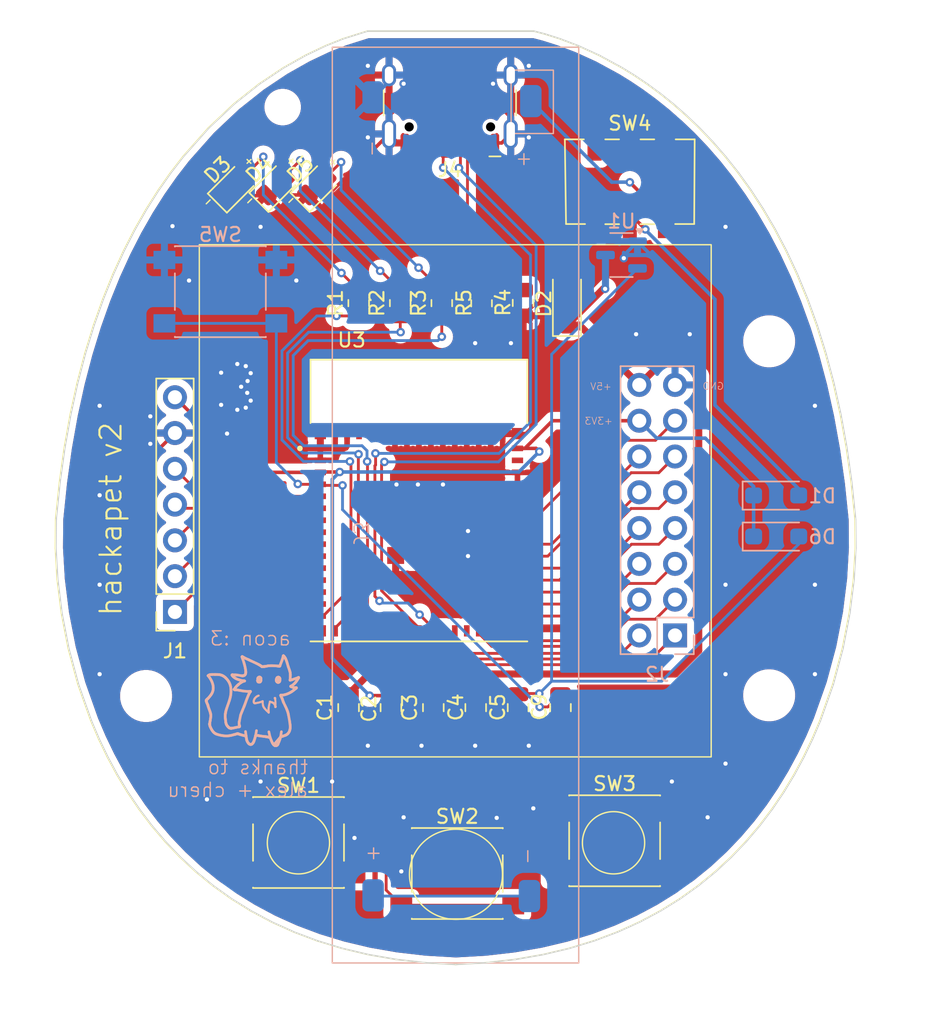
<source format=kicad_pcb>
(kicad_pcb (version 20240108) (generator "pcbnew") (generator_version "8.0")
  (layers (0 "F.Cu" signal) (31 "B.Cu" signal) (34 "B.Paste" user) (35 "F.Paste" user) (36 "B.SilkS" user "B.Silkscreen") (37 "F.SilkS" user "F.Silkscreen") (38 "B.Mask" user) (39 "F.Mask" user) (44 "Edge.Cuts" user))
  (net 0 "")
  (net 1 "Net-(J4-CC1)")
  (net 2 "GND")
  (net 3 "Net-(J4-CC2)")
  (net 4 "+5V")
  (net 5 "+3V3")
  (net 6 "PUSH1")
  (net 7 "Net-(D2-A)")
  (net 8 "Net-(D3-A)")
  (net 9 "Net-(D4-A)")
  (net 10 "RST")
  (net 11 "DC")
  (net 12 "SLK")
  (net 13 "CS")
  (net 14 "DIN")
  (net 15 "IO8")
  (net 16 "IO5")
  (net 17 "IO13")
  (net 18 "IO11")
  (net 19 "IO7")
  (net 20 "IO4")
  (net 21 "IO2")
  (net 22 "IO3")
  (net 23 "IO10")
  (net 24 "IO6")
  (net 25 "IO1")
  (net 26 "IO9")
  (net 27 "IO12")
  (net 28 "Net-(J3-Pin_1)")
  (net 29 "LED1")
  (net 30 "LED2")
  (net 31 "PUSH2")
  (net 32 "PUSH3")
  (net 34 "D+")
  (net 35 "D-")
  (net 47 "Net-(D5-A)")
  (net 48 "Net-(J3-Pin_2)")
  (net 49 "LED3")
  (net 50 "GPIO1")
  (net 53 "Net-(D6-A)")
  (net 54 "Net-(D1-A)")
  (footprint "Connector_USB:USB_C_Receptacle_HCTL_HC-TYPE-C-16P-01A" (layer "F.Cu") (at 189.975 53.8 180)
    (property "Reference" "J4")
    (property "Value" "USB_C_Receptacle_USB2.0_16P")
  )
  (footprint "Button_Switch_SMD:SW_Push_1P1T_NO_6x6mm_H9.5mm" (layer "F.Cu") (at 201.675 107.075)
    (property "Reference" "SW3")
    (property "Value" "SW_Push")
  )
  (footprint "LED_SMD:LED_0805_2012Metric" (layer "F.Cu") (at 174.65 60.625 45)
    (property "Reference" "D3")
    (property "Value" "LED")
  )
  (footprint "Resistor_SMD:R_0805_2012Metric" (layer "F.Cu") (at 189.4 68.9125 90)
    (property "Reference" "R3")
    (property "Value" "1K")
  )
  (footprint "MountingHole:MountingHole_3.2mm_M3" (layer "F.Cu") (at 212.65 96.75)
    (property "Reference" "REF**" (hide yes))
    (property "Value" "MountingHole_3.2mm_M3")
  )
  (footprint "Button_Switch_SMD:SW_Push_1P1T_NO_6x6mm_H9.5mm" (layer "F.Cu") (at 179.225 107.2)
    (property "Reference" "SW1")
    (property "Value" "SW_Push")
  )
  (footprint "Connector_PinSocket_2.54mm:PinSocket_1x07_P2.54mm_Vertical" (layer "F.Cu") (at 170.45 90.835 180)
    (property "Reference" "J1")
    (property "Value" "Conn_01x07_Socket")
  )
  (footprint "MountingHole:MountingHole_3.2mm_M3" (layer "F.Cu") (at 168.4 96.8)
    (property "Reference" "REF**" (hide yes))
    (property "Value" "MountingHole_3.2mm_M3")
  )
  (footprint "Diode_SMD:D_0805_2012Metric" (layer "F.Cu") (at 198.3 68.95 90)
    (property "Reference" "D2")
    (property "Value" "S-LMBR340FT1G")
  )
  (footprint "Resistor_SMD:R_0805_2012Metric" (layer "F.Cu") (at 183.5 68.9125 90)
    (property "Reference" "R1")
    (property "Value" "1K")
  )
  (footprint "MountingHole:MountingHole_3.2mm_M3" (layer "F.Cu") (at 212.65 71.625)
    (property "Reference" "REF**" (hide yes))
    (property "Value" "MountingHole_3.2mm_M3")
  )
  (footprint "Resistor_SMD:R_0805_2012Metric" (layer "F.Cu") (at 186.45 68.9125 90)
    (property "Reference" "R2")
    (property "Value" "1K")
  )
  (footprint "LED_SMD:LED_0805_2012Metric" (layer "F.Cu") (at 177.6 60.575 45)
    (property "Reference" "D4")
    (property "Value" "LED")
  )
  (footprint "Capacitor_SMD:C_0805_2012Metric" (layer "F.Cu") (at 197.83 97.625 -90)
    (property "Reference" "C9")
    (property "Value" "1uF")
  )
  (footprint "Capacitor_SMD:C_0805_2012Metric" (layer "F.Cu") (at 182.78 97.625 90)
    (property "Reference" "C1")
    (property "Value" "10uF")
  )
  (footprint "ESP32-S2-MINI-1:XCVR_ESP32-S2-MINI-1" (layer "F.Cu") (at 187.775 85.175)
    (property "Reference" "U3")
    (property "Value" "ESP32-S2-MINI-2")
  )
  (footprint "LED_SMD:LED_0805_2012Metric" (layer "F.Cu") (at 180.525 60.575 45)
    (property "Reference" "D5")
    (property "Value" "LED")
  )
  (footprint "Button_Switch_SMD:SW_Push_1P1T_NO_6x6mm_H9.5mm" (layer "F.Cu") (at 190.5 109.4)
    (property "Reference" "SW2")
    (property "Value" "SW_Push")
  )
  (footprint "Resistor_SMD:R_0805_2012Metric" (layer "F.Cu") (at 195.175 68.9 -90)
    (property "Reference" "R4")
    (property "Value" "5.1k")
  )
  (footprint "Capacitor_SMD:C_0805_2012Metric" (layer "F.Cu") (at 191.81 97.625 -90)
    (property "Reference" "C4")
    (property "Value" "0.1uF")
  )
  (footprint "Button_Switch_SMD:SW_DPDT_CK_JS202011JCQN" (layer "F.Cu") (at 202.75 59.2)
    (property "Reference" "SW4")
    (property "Value" "SW_SPDT")
  )
  (footprint "MountingHole:MountingHole_2.1mm" (layer "F.Cu") (at 178.1 55)
    (property "Reference" "REF**" (hide yes))
    (property "Value" "MountingHole_2.1mm")
  )
  (footprint "Resistor_SMD:R_0805_2012Metric" (layer "F.Cu") (at 192.225 68.925 -90)
    (property "Reference" "R5")
    (property "Value" "5.1k")
  )
  (footprint "Capacitor_SMD:C_0805_2012Metric" (layer "F.Cu") (at 185.79 97.625 -90)
    (property "Reference" "C2")
    (property "Value" "1uF")
  )
  (footprint "Capacitor_SMD:C_0805_2012Metric" (layer "F.Cu") (at 194.82 97.625 -90)
    (property "Reference" "C5")
    (property "Value" "10uF")
  )
  (footprint "Capacitor_SMD:C_0805_2012Metric" (layer "F.Cu") (at 188.8 97.625 90)
    (property "Reference" "C3")
    (property "Value" "0.1uF")
  )
  (footprint "Diode_SMD:D_SOD-123" (layer "B.Cu") (at 213.125 82.575)
    (property "Reference" "D1")
    (property "Value" "S-LMBR340FT1G")
  )
  (footprint "Button_Switch_SMD:SW_Push_1P1T_NO_6x6mm_H9.5mm" (layer "B.Cu") (at 173.675 68.1 180)
    (property "Reference" "SW5")
    (property "Value" "SW_Push")
  )
  (footprint "Package_TO_SOT_SMD:SOT-23-3" (layer "B.Cu") (at 202.1625 65.5 180)
    (property "Reference" "U1")
    (property "Value" "XC6206PxxxMR")
  )
  (footprint "Connector_PinSocket_2.54mm:PinSocket_2x08_P2.54mm_Vertical" (layer "B.Cu") (at 205.965 92.5)
    (property "Reference" "J2")
    (property "Value" "02x08_Breakout_Pins")
  )
  (footprint "Battery:1022_batteryholder" (layer "B.Cu") (at 183.125 85.25 90)
    (property "Reference" "J3")
    (property "Value" "battery_holder")
  )
  (footprint "Diode_SMD:D_0805_2012Metric" (layer "B.Cu") (at 213 85.575)
    (property "Reference" "D6")
    (property "Value" "S-LMBR340FT1G")
  )
  (gr_line (start 177.892527 94.667269) (end 177.889164 94.671169) (stroke (width 0.190499) (color 254 93 163 1)) (layer "B.SilkS"))
  (gr_line (start 175.025753 98.581528) (end 175.018238 98.626475) (stroke (width 0.190499) (color 254 93 163 1)) (layer "B.SilkS"))
  (gr_line (start 177.549789 96.950318) (end 177.548456 96.94968) (stroke (width 0.142874) (color 91 101 175 1)) (layer "B.SilkS"))
  (gr_line (start 176.723853 94.711085) (end 176.709773 94.712366) (stroke (width 0.190499) (color 254 93 163 1)) (layer "B.SilkS"))
  (gr_line (start 172.819003 95.346404) (end 172.816163 95.349014) (stroke (width 0.190499) (color 254 93 163 1)) (layer "B.SilkS"))
  (gr_line (start 174.331466 99.615309) (end 174.400739 99.603641) (stroke (width 0.190499) (color 254 93 163 1)) (layer "B.SilkS"))
  (gr_line (start 172.680315 97.176715) (end 172.685412 97.199059) (stroke (width 0.190499) (color 254 93 163 1)) (layer "B.SilkS"))
  (gr_line (start 176.430506 95.701309) (end 176.430912 95.699633) (stroke (width 0.412749) (color 254 93 163 1)) (layer "B.SilkS"))
  (gr_line (start 177.36388 97.25753) (end 177.373823 97.260917) (stroke (width 0.142874) (color 91 101 175 1)) (layer "B.SilkS"))
  (gr_line (start 177.915711 99.833304) (end 177.894654 99.895464) (stroke (width 0.190499) (color 254 93 163 1)) (layer "B.SilkS"))
  (gr_line (start 178.678066 96.111504) (end 178.679875 96.109721) (stroke (width 0.190499) (color 254 93 163 1)) (layer "B.SilkS"))
  (gr_line (start 177.543653 100.317623) (end 177.536279 100.314464) (stroke (width 0.190499) (color 254 93 163 1)) (layer "B.SilkS"))
  (gr_line (start 176.087918 97.299293) (end 176.093725 97.301694) (stroke (width 0.142874) (color 91 101 175 1)) (layer "B.SilkS"))
  (gr_line (start 177.584866 97.575118) (end 177.5832 97.577435) (stroke (width 0.142874) (color 91 101 175 1)) (layer "B.SilkS"))
  (gr_line (start 172.917593 98.739771) (end 172.915823 98.754583) (stroke (width 0.190499) (color 254 93 163 1)) (layer "B.SilkS"))
  (gr_line (start 174.021644 98.225237) (end 174.022294 98.187848) (stroke (width 0.190499) (color 254 93 163 1)) (layer "B.SilkS"))
  (gr_line (start 174.029818 98.075968) (end 174.034185 98.038826) (stroke (width 0.190499) (color 254 93 163 1)) (layer "B.SilkS"))
  (gr_line (start 177.774504 95.624996) (end 177.774787 95.621413) (stroke (width 0.412749) (color 254 93 163 1)) (layer "B.SilkS"))
  (gr_line (start 175.251619 94.016282) (end 175.242878 94.012288) (stroke (width 0.190499) (color 254 93 163 1)) (layer "B.SilkS"))
  (gr_line (start 175.475269 99.636504) (end 175.501956 99.643249) (stroke (width 0.190499) (color 254 93 163 1)) (layer "B.SilkS"))
  (gr_line (start 172.949612 95.284211) (end 172.929506 95.289241) (stroke (width 0.190499) (color 254 93 163 1)) (layer "B.SilkS"))
  (gr_line (start 174.400739 99.603641) (end 174.470149 99.588676) (stroke (width 0.190499) (color 254 93 163 1)) (layer "B.SilkS"))
  (gr_line (start 173.736756 95.315005) (end 173.687777 95.30068) (stroke (width 0.190499) (color 254 93 163 1)) (layer "B.SilkS"))
  (gr_line (start 176.160995 97.307744) (end 176.177606 97.306351) (stroke (width 0.142874) (color 91 101 175 1)) (layer "B.SilkS"))
  (gr_line (start 177.777272 100.196508) (end 177.769898 100.212855) (stroke (width 0.190499) (color 254 93 163 1)) (layer "B.SilkS"))
  (gr_line (start 178.095324 96.736264) (end 178.161858 96.726618) (stroke (width 0.190499) (color 254 93 163 1)) (layer "B.SilkS"))
  (gr_line (start 177.10301 97.647431) (end 177.108047 97.607302) (stroke (width 0.142874) (color 91 101 175 1)) (layer "B.SilkS"))
  (gr_line (start 174.630688 99.063764) (end 174.587902 99.073014) (stroke (width 0.190499) (color 254 93 163 1)) (layer "B.SilkS"))
  (gr_line (start 177.107788 97.968717) (end 177.107827 97.968038) (stroke (width 0.142874) (color 91 101 175 1)) (layer "B.SilkS"))
  (gr_line (start 177.135493 94.652466) (end 177.113238 94.654451) (stroke (width 0.190499) (color 254 93 163 1)) (layer "B.SilkS"))
  (gr_line (start 175.811399 96.482351) (end 175.81094 96.485163) (stroke (width 0.190499) (color 254 93 163 1)) (layer "B.SilkS"))
  (gr_line (start 178.373781 97.704189) (end 178.324902 97.596436) (stroke (width 0.190499) (color 254 93 163 1)) (layer "B.SilkS"))
  (gr_line (start 174.326033 97.087692) (end 174.34977 97.006509) (stroke (width 0.190499) (color 254 93 163 1)) (layer "B.SilkS"))
  (gr_line (start 177.511076 97.375547) (end 177.51892 97.387423) (stroke (width 0.142874) (color 91 101 175 1)) (layer "B.SilkS"))
  (gr_line (start 177.113238 94.654451) (end 177.091008 94.657106) (stroke (width 0.190499) (color 254 93 163 1)) (layer "B.SilkS"))
  (gr_line (start 172.913648 95.295404) (end 172.89142 95.305488) (stroke (width 0.190499) (color 254 93 163 1)) (layer "B.SilkS"))
  (gr_line (start 175.350318 95.744222) (end 175.324552 95.751311) (stroke (width 0.190499) (color 254 93 163 1)) (layer "B.SilkS"))
  (gr_line (start 177.466754 97.320435) (end 177.476339 97.330789) (stroke (width 0.142874) (color 91 101 175 1)) (layer "B.SilkS"))
  (gr_line (start 174.023134 98.300061) (end 174.021924 98.262647) (stroke (width 0.190499) (color 254 93 163 1)) (layer "B.SilkS"))
  (gr_line (start 177.907706 94.645692) (end 177.904988 94.650081) (stroke (width 0.190499) (color 254 93 163 1)) (layer "B.SilkS"))
  (gr_line (start 178.157751 93.947744) (end 178.154737 93.946559) (stroke (width 0.190499) (color 254 93 163 1)) (layer "B.SilkS"))
  (gr_line (start 176.66391 94.720242) (end 176.661165 94.720606) (stroke (width 0.190499) (color 254 93 163 1)) (layer "B.SilkS"))
  (gr_line (start 178.941163 96.340106) (end 178.957371 96.326391) (stroke (width 0.190499) (color 254 93 163 1)) (layer "B.SilkS"))
  (gr_line (start 178.726792 96.500334) (end 178.783209 96.462856) (stroke (width 0.190499) (color 254 93 163 1)) (layer "B.SilkS"))
  (gr_line (start 172.675 97.125) (end 172.675016 97.131871) (stroke (width 0.190499) (color 254 93 163 1)) (layer "B.SilkS"))
  (gr_line (start 172.757548 97.010043) (end 172.736982 97.02696) (stroke (width 0.190499) (color 254 93 163 1)) (layer "B.SilkS"))
  (gr_line (start 178.439275 97.868629) (end 178.418739 97.813349) (stroke (width 0.190499) (color 254 93 163 1)) (layer "B.SilkS"))
  (gr_line (start 179.151283 95.64117) (end 179.175881 95.601456) (stroke (width 0.190499) (color 254 93 163 1)) (layer "B.SilkS"))
  (gr_line (start 176.684318 97.183939) (end 176.684946 97.185872) (stroke (width 0.142874) (color 91 101 175 1)) (layer "B.SilkS"))
  (gr_line (start 177.205061 97.203994) (end 177.21215 97.205297) (stroke (width 0.142874) (color 91 101 175 1)) (layer "B.SilkS"))
  (gr_line (start 175.475782 95.031361) (end 175.477855 95.052429) (stroke (width 0.190499) (color 254 93 163 1)) (layer "B.SilkS"))
  (gr_line (start 177.098477 97.891606) (end 177.097374 97.87775) (stroke (width 0.142874) (color 91 101 175 1)) (layer "B.SilkS"))
  (gr_line (start 175.22031 94.006813) (end 175.219464 94.007715) (stroke (width 0.190499) (color 254 93 163 1)) (layer "B.SilkS"))
  (gr_line (start 172.77777 96.992798) (end 172.767784 97.001507) (stroke (width 0.190499) (color 254 93 163 1)) (layer "B.SilkS"))
  (gr_line (start 178.483787 99.454394) (end 178.512422 99.419215) (stroke (width 0.190499) (color 254 93 163 1)) (layer "B.SilkS"))
  (gr_line (start 178.636238 95.167412) (end 178.632156 95.143432) (stroke (width 0.190499) (color 254 93 163 1)) (layer "B.SilkS"))
  (gr_line (start 175.225833 94.006467) (end 175.22353 94.006213) (stroke (width 0.190499) (color 254 93 163 1)) (layer "B.SilkS"))
  (gr_line (start 174.66308 96.33978) (end 174.665517 96.341639) (stroke (width 0.190499) (color 254 93 163 1)) (layer "B.SilkS"))
  (gr_line (start 174.809948 96.365141) (end 174.873968 96.372066) (stroke (width 0.190499) (color 254 93 163 1)) (layer "B.SilkS"))
  (gr_line (start 178.669056 95.666737) (end 178.648879 95.672395) (stroke (width 0.190499) (color 254 93 163 1)) (layer "B.SilkS"))
  (gr_line (start 177.57402 97.058488) (end 177.569555 97.024575) (stroke (width 0.142874) (color 91 101 175 1)) (layer "B.SilkS"))
  (gr_line (start 174.026381 98.113196) (end 174.029818 98.075968) (stroke (width 0.190499) (color 254 93 163 1)) (layer "B.SilkS"))
  (gr_line (start 178.340587 94.228172) (end 178.315784 94.169707) (stroke (width 0.190499) (color 254 93 163 1)) (layer "B.SilkS"))
  (gr_line (start 178.496857 94.71458) (end 178.478058 94.653292) (stroke (width 0.190499) (color 254 93 163 1)) (layer "B.SilkS"))
  (gr_line (start 177.187549 94.649298) (end 177.135493 94.652466) (stroke (width 0.190499) (color 254 93 163 1)) (layer "B.SilkS"))
  (gr_line (start 178.601446 95.018998) (end 178.581985 94.95774) (stroke (width 0.190499) (color 254 93 163 1)) (layer "B.SilkS"))
  (gr_line (start 175.251026 94.136557) (end 175.260664 94.161911) (stroke (width 0.190499) (color 254 93 163 1)) (layer "B.SilkS"))
  (gr_line (start 176.51058 94.633397) (end 176.48494 94.61746) (stroke (width 0.190499) (color 254 93 163 1)) (layer "B.SilkS"))
  (gr_line (start 173.014359 96.70812) (end 172.989255 96.742692) (stroke (width 0.190499) (color 254 93 163 1)) (layer "B.SilkS"))
  (gr_line (start 174.262317 99.623795) (end 174.331466 99.615309) (stroke (width 0.190499) (color 254 93 163 1)) (layer "B.SilkS"))
  (gr_line (start 176.115913 96.978311) (end 176.105698 96.994275) (stroke (width 0.142874) (color 91 101 175 1)) (layer "B.SilkS"))
  (gr_line (start 172.982651 98.066215) (end 172.987155 98.096953) (stroke (width 0.190499) (color 254 93 163 1)) (layer "B.SilkS"))
  (gr_line (start 177.782173 94.675966) (end 177.778097 94.675422) (stroke (width 0.190499) (color 254 93 163 1)) (layer "B.SilkS"))
  (gr_line (start 174.032344 98.412158) (end 174.028344 98.374833) (stroke (width 0.190499) (color 254 93 163 1)) (layer "B.SilkS"))
  (gr_line (start 175.209562 95.704187) (end 175.308519 95.724553) (stroke (width 0.190499) (color 254 93 163 1)) (layer "B.SilkS"))
  (gr_line (start 175.538164 99.882055) (end 175.534522 99.864018) (stroke (width 0.190499) (color 254 93 163 1)) (layer "B.SilkS"))
  (gr_line (start 172.787341 96.983827) (end 172.77777 96.992798) (stroke (width 0.190499) (color 254 93 163 1)) (layer "B.SilkS"))
  (gr_line (start 178.063499 96.98592) (end 178.054685 96.964044) (stroke (width 0.190499) (color 254 93 163 1)) (layer "B.SilkS"))
  (gr_line (start 174.836837 95.306654) (end 174.795567 95.3041) (stroke (width 0.190499) (color 254 93 163 1)) (layer "B.SilkS"))
  (gr_line (start 176.709773 94.712366) (end 176.695614 94.714137) (stroke (width 0.190499) (color 254 93 163 1)) (layer "B.SilkS"))
  (gr_line (start 176.644801 94.719149) (end 176.642105 94.718381) (stroke (width 0.190499) (color 254 93 163 1)) (layer "B.SilkS"))
  (gr_line (start 177.916102 94.629596) (end 177.914434 94.633279) (stroke (width 0.190499) (color 254 93 163 1)) (layer "B.SilkS"))
  (gr_line (start 172.976656 98.035936) (end 172.982651 98.066215) (stroke (width 0.190499) (color 254 93 163 1)) (layer "B.SilkS"))
  (gr_line (start 176.675786 97.176246) (end 176.677513 97.176595) (stroke (width 0.142874) (color 91 101 175 1)) (layer "B.SilkS"))
  (gr_line (start 175.39502 99.61816) (end 175.448542 99.63019) (stroke (width 0.190499) (color 254 93 163 1)) (layer "B.SilkS"))
  (gr_line (start 178.504047 98.096019) (end 178.490838 98.038093) (stroke (width 0.190499) (color 254 93 163 1)) (layer "B.SilkS"))
  (gr_line (start 177.751603 100.243593) (end 177.740811 100.257755) (stroke (width 0.190499) (color 254 93 163 1)) (layer "B.SilkS"))
  (gr_line (start 178.189309 93.978041) (end 178.178757 93.966594) (stroke (width 0.190499) (color 254 93 163 1)) (layer "B.SilkS"))
  (gr_line (start 177.586191 97.525117) (end 177.587905 97.531392) (stroke (width 0.142874) (color 91 101 175 1)) (layer "B.SilkS"))
  (gr_line (start 174.658455 96.320878) (end 174.657309 96.323655) (stroke (width 0.190499) (color 254 93 163 1)) (layer "B.SilkS"))
  (gr_line (start 178.609042 98.693066) (end 178.592273 98.584567) (stroke (width 0.190499) (color 254 93 163 1)) (layer "B.SilkS"))
  (gr_line (start 176.432406 95.694583) (end 176.434567 95.687836) (stroke (width 0.412749) (color 254 93 163 1)) (layer "B.SilkS"))
  (gr_line (start 177.22844 97.210126) (end 177.237208 97.213336) (stroke (width 0.142874) (color 91 101 175 1)) (layer "B.SilkS"))
  (gr_line (start 175.461586 99.319716) (end 175.501956 99.643249) (stroke (width 0.190499) (color 254 93 163 1)) (layer "B.SilkS"))
  (gr_line (start 178.689781 96.102439) (end 178.695889 96.098812) (stroke (width 0.190499) (color 254 93 163 1)) (layer "B.SilkS"))
  (gr_line (start 177.046613 94.664024) (end 177.002297 94.672413) (stroke (width 0.190499) (color 254 93 163 1)) (layer "B.SilkS"))
  (gr_line (start 172.912532 97.827739) (end 172.936689 97.896253) (stroke (width 0.190499) (color 254 93 163 1)) (layer "B.SilkS"))
  (gr_line (start 175.376595 95.33718) (end 175.361453 95.344929) (stroke (width 0.190499) (color 254 93 163 1)) (layer "B.SilkS"))
  (gr_line (start 173.107314 96.540997) (end 173.088263 96.583438) (stroke (width 0.190499) (color 254 93 163 1)) (layer "B.SilkS"))
  (gr_line (start 178.059836 99.665852) (end 178.072583 99.662782) (stroke (width 0.190499) (color 254 93 163 1)) (layer "B.SilkS"))
  (gr_line (start 177.383647 97.264559) (end 177.393322 97.2685) (stroke (width 0.142874) (color 91 101 175 1)) (layer "B.SilkS"))
  (gr_line (start 178.146939 99.640159) (end 178.19576 99.62306) (stroke (width 0.190499) (color 254 93 163 1)) (layer "B.SilkS"))
  (gr_line (start 174.992956 98.989992) (end 174.81162 99.02592) (stroke (width 0.190499) (color 254 93 163 1)) (layer "B.SilkS"))
  (gr_line (start 177.58252 97.578223) (end 177.581924 97.578764) (stroke (width 0.142874) (color 91 101 175 1)) (layer "B.SilkS"))
  (gr_line (start 176.43723 95.673898) (end 176.438134 95.666659) (stroke (width 0.412749) (color 254 93 163 1)) (layer "B.SilkS"))
  (gr_line (start 174.795567 95.3041) (end 174.754362 95.302099) (stroke (width 0.190499) (color 254 93 163 1)) (layer "B.SilkS"))
  (gr_line (start 174.660987 96.337814) (end 174.66308 96.33978) (stroke (width 0.190499) (color 254 93 163 1)) (layer "B.SilkS"))
  (gr_line (start 175.761842 100.225988) (end 175.74861 100.219156) (stroke (width 0.190499) (color 254 93 163 1)) (layer "B.SilkS"))
  (gr_line (start 174.418072 96.230891) (end 174.40932 96.169471) (stroke (width 0.190499) (color 254 93 163 1)) (layer "B.SilkS"))
  (gr_line (start 172.809674 95.358665) (end 172.809477 95.360819) (stroke (width 0.190499) (color 254 93 163 1)) (layer "B.SilkS"))
  (gr_line (start 177.584223 97.518943) (end 177.586191 97.525117) (stroke (width 0.142874) (color 91 101 175 1)) (layer "B.SilkS"))
  (gr_line (start 172.909281 96.844514) (end 172.881476 96.877702) (stroke (width 0.190499) (color 254 93 163 1)) (layer "B.SilkS"))
  (gr_line (start 176.079625 97.044134) (end 176.072589 97.061327) (stroke (width 0.142874) (color 91 101 175 1)) (layer "B.SilkS"))
  (gr_line (start 177.557729 96.95835) (end 177.557134 96.957198) (stroke (width 0.142874) (color 91 101 175 1)) (layer "B.SilkS"))
  (gr_line (start 175.505925 99.648783) (end 175.505412 99.64733) (stroke (width 0.190499) (color 254 93 163 1)) (layer "B.SilkS"))
  (gr_line (start 175.219175 94.009053) (end 175.21963 94.020762) (stroke (width 0.190499) (color 254 93 163 1)) (layer "B.SilkS"))
  (gr_line (start 178.051241 94.274398) (end 178.038733 94.306582) (stroke (width 0.190499) (color 254 93 163 1)) (layer "B.SilkS"))
  (gr_line (start 178.309417 94.155945) (end 178.302462 94.141947) (stroke (width 0.190499) (color 254 93 163 1)) (layer "B.SilkS"))
  (gr_line (start 174.476972 99.090961) (end 174.460595 99.092152) (stroke (width 0.190499) (color 254 93 163 1)) (layer "B.SilkS"))
  (gr_line (start 178.337671 99.568132) (end 178.358734 99.556504) (stroke (width 0.190499) (color 254 93 163 1)) (layer "B.SilkS"))
  (gr_line (start 174.855256 99.481784) (end 174.860864 99.480061) (stroke (width 0.190499) (color 254 93 163 1)) (layer "B.SilkS"))
  (gr_line (start 176.435051 95.686153) (end 176.435488 95.684475) (stroke (width 0.412749) (color 254 93 163 1)) (layer "B.SilkS"))
  (gr_line (start 173.306566 99.45891) (end 173.323692 99.469098) (stroke (width 0.190499) (color 254 93 163 1)) (layer "B.SilkS"))
  (gr_line (start 177.606012 100.328391) (end 177.597073 100.328363) (stroke (width 0.190499) (color 254 93 163 1)) (layer "B.SilkS"))
  (gr_line (start 178.358734 99.556504) (end 178.378991 99.544093) (stroke (width 0.190499) (color 254 93 163 1)) (layer "B.SilkS"))
  (gr_line (start 178.537954 99.381688) (end 178.560411 99.341987) (stroke (width 0.190499) (color 254 93 163 1)) (layer "B.SilkS"))
  (gr_line (start 172.881476 96.877702) (end 172.853301 96.910453) (stroke (width 0.190499) (color 254 93 163 1)) (layer "B.SilkS"))
  (gr_line (start 177.785216 95.586745) (end 177.785899 95.584569) (stroke (width 0.412749) (color 254 93 163 1)) (layer "B.SilkS"))
  (gr_line (start 173.057112 99.184855) (end 173.077943 99.219412) (stroke (width 0.190499) (color 254 93 163 1)) (layer "B.SilkS"))
  (gr_line (start 174.428303 96.359197) (end 174.424348 96.29408) (stroke (width 0.190499) (color 254 93 163 1)) (layer "B.SilkS"))
  (gr_line (start 177.784091 95.72036) (end 177.787273 95.575852) (stroke (width 0.412749) (color 254 93 163 1)) (layer "B.SilkS"))
  (gr_line (start 172.72698 97.03552) (end 172.717386 97.044269) (stroke (width 0.190499) (color 254 93 163 1)) (layer "B.SilkS"))
  (gr_line (start 174.7209 99.04439) (end 174.630688 99.063764) (stroke (width 0.190499) (color 254 93 163 1)) (layer "B.SilkS"))
  (gr_line (start 172.929929 98.908726) (end 172.935822 98.927862) (stroke (width 0.190499) (color 254 93 163 1)) (layer "B.SilkS"))
  (gr_line (start 175.241505 94.110446) (end 175.251026 94.136557) (stroke (width 0.190499) (color 254 93 163 1)) (layer "B.SilkS"))
  (gr_line (start 177.188802 97.209897) (end 177.189491 97.207979) (stroke (width 0.142874) (color 91 101 175 1)) (layer "B.SilkS"))
  (gr_line (start 172.920469 98.869939) (end 172.924783 98.889422) (stroke (width 0.190499) (color 254 93 163 1)) (layer "B.SilkS"))
  (gr_line (start 176.435488 95.684475) (end 176.435865 95.682802) (stroke (width 0.412749) (color 254 93 163 1)) (layer "B.SilkS"))
  (gr_line (start 177.914434 94.633279) (end 177.912459 94.63723) (stroke (width 0.190499) (color 254 93 163 1)) (layer "B.SilkS"))
  (gr_line (start 176.497885 99.633167) (end 176.434735 99.62097) (stroke (width 0.190499) (color 254 93 163 1)) (layer "B.SilkS"))
  (gr_line (start 176.718122 97.51578) (end 176.725905 97.535537) (stroke (width 0.142874) (color 91 101 175 1)) (layer "B.SilkS"))
  (gr_line (start 177.784441 95.588922) (end 177.785216 95.586745) (stroke (width 0.412749) (color 254 93 163 1)) (layer "B.SilkS"))
  (gr_line (start 177.101243 97.919321) (end 177.099763 97.905472) (stroke (width 0.142874) (color 91 101 175 1)) (layer "B.SilkS"))
  (gr_line (start 178.684358 96.106095) (end 178.689781 96.102439) (stroke (width 0.190499) (color 254 93 163 1)) (layer "B.SilkS"))
  (gr_line (start 175.803695 96.474367) (end 175.806934 96.47591) (stroke (width 0.190499) (color 254 93 163 1)) (layer "B.SilkS"))
  (gr_line (start 176.693401 97.406001) (end 176.696645 97.430591) (stroke (width 0.142874) (color 91 101 175 1)) (layer "B.SilkS"))
  (gr_line (start 178.424023 94.468148) (end 178.404957 94.407327) (stroke (width 0.190499) (color 254 93 163 1)) (layer "B.SilkS"))
  (gr_line (start 178.045367 96.942463) (end 178.035463 96.921226) (stroke (width 0.190499) (color 254 93 163 1)) (layer "B.SilkS"))
  (gr_line (start 176.438134 95.666659) (end 176.439569 95.652176) (stroke (width 0.412749) (color 254 93 163 1)) (layer "B.SilkS"))
  (gr_line (start 177.774787 95.621413) (end 177.77518 95.617833) (stroke (width 0.412749) (color 254 93 163 1)) (layer "B.SilkS"))
  (gr_line (start 176.801986 97.662303) (end 176.81536 97.679377) (stroke (width 0.142874) (color 91 101 175 1)) (layer "B.SilkS"))
  (gr_line (start 177.770747 95.70721) (end 177.770209 95.705607) (stroke (width 0.412749) (color 254 93 163 1)) (layer "B.SilkS"))
  (gr_line (start 175.508842 99.671544) (end 175.508495 99.666078) (stroke (width 0.190499) (color 254 93 163 1)) (layer "B.SilkS"))
  (gr_line (start 176.913592 97.789937) (end 176.942255 97.818661) (stroke (width 0.142874) (color 91 101 175 1)) (layer "B.SilkS"))
  (gr_line (start 177.769355 95.697219) (end 177.769682 95.693759) (stroke (width 0.412749) (color 254 93 163 1)) (layer "B.SilkS"))
  (gr_line (start 176.892892 99.683413) (end 176.809524 99.674654) (stroke (width 0.190499) (color 254 93 163 1)) (layer "B.SilkS"))
  (gr_line (start 177.877275 94.682213) (end 177.875612 94.683359) (stroke (width 0.190499) (color 254 93 163 1)) (layer "B.SilkS"))
  (gr_line (start 176.705356 97.47452) (end 176.711256 97.495458) (stroke (width 0.142874) (color 91 101 175 1)) (layer "B.SilkS"))
  (gr_line (start 175.288024 99.591607) (end 175.314738 99.598993) (stroke (width 0.190499) (color 254 93 163 1)) (layer "B.SilkS"))
  (gr_line (start 173.12274 99.285257) (end 173.146919 99.316311) (stroke (width 0.190499) (color 254 93 163 1)) (layer "B.SilkS"))
  (gr_line (start 177.446421 97.30094) (end 177.456786 97.310476) (stroke (width 0.142874) (color 91 101 175 1)) (layer "B.SilkS"))
  (gr_line (start 172.796332 97.485963) (end 172.80522 97.520725) (stroke (width 0.190499) (color 254 93 163 1)) (layer "B.SilkS"))
  (gr_line (start 174.2243 98.9905) (end 174.21054 98.975339) (stroke (width 0.190499) (color 254 93 163 1)) (layer "B.SilkS"))
  (gr_line (start 172.982074 99.039682) (end 172.999595 99.076051) (stroke (width 0.190499) (color 254 93 163 1)) (layer "B.SilkS"))
  (gr_line (start 175.123183 99.545783) (end 175.156181 99.55514) (stroke (width 0.190499) (color 254 93 163 1)) (layer "B.SilkS"))
  (gr_line (start 178.957371 96.326391) (end 178.973911 96.313004) (stroke (width 0.190499) (color 254 93 163 1)) (layer "B.SilkS"))
  (gr_line (start 175.471012 95.19768) (end 175.46542 95.217741) (stroke (width 0.190499) (color 254 93 163 1)) (layer "B.SilkS"))
  (gr_line (start 175.685992 100.170402) (end 175.674306 100.158161) (stroke (width 0.190499) (color 254 93 163 1)) (layer "B.SilkS"))
  (gr_line (start 178.750598 95.646194) (end 178.709761 95.656445) (stroke (width 0.190499) (color 254 93 163 1)) (layer "B.SilkS"))
  (gr_line (start 176.364026 96.783118) (end 176.330682 96.796665) (stroke (width 0.142874) (color 91 101 175 1)) (layer "B.SilkS"))
  (gr_line (start 178.709761 95.656445) (end 178.689367 95.661487) (stroke (width 0.190499) (color 254 93 163 1)) (layer "B.SilkS"))
  (gr_line (start 178.639195 95.532067) (end 178.640348 95.516368) (stroke (width 0.190499) (color 254 93 163 1)) (layer "B.SilkS"))
  (gr_line (start 177.559855 97.462139) (end 177.571453 97.487646) (stroke (width 0.142874) (color 91 101 175 1)) (layer "B.SilkS"))
  (gr_line (start 177.580967 97.579149) (end 177.580598 97.579018) (stroke (width 0.142874) (color 91 101 175 1)) (layer "B.SilkS"))
  (gr_line (start 176.443961 95.594229) (end 176.445713 95.57975) (stroke (width 0.412749) (color 254 93 163 1)) (layer "B.SilkS"))
  (gr_line (start 174.504253 95.307107) (end 174.503634 95.308663) (stroke (width 0.190499) (color 254 93 163 1)) (layer "B.SilkS"))
  (gr_line (start 177.870462 94.686061) (end 177.868375 94.686724) (stroke (width 0.190499) (color 254 93 163 1)) (layer "B.SilkS"))
  (gr_line (start 176.696645 97.430591) (end 176.700469 97.452914) (stroke (width 0.142874) (color 91 101 175 1)) (layer "B.SilkS"))
  (gr_line (start 178.935867 96.213342) (end 178.918312 96.209853) (stroke (width 0.190499) (color 254 93 163 1)) (layer "B.SilkS"))
  (gr_line (start 177.76132 100.228588) (end 177.751603 100.243593) (stroke (width 0.190499) (color 254 93 163 1)) (layer "B.SilkS"))
  (gr_line (start 178.770939 95.640589) (end 178.750598 95.646194) (stroke (width 0.190499) (color 254 93 163 1)) (layer "B.SilkS"))
  (gr_line (start 177.588034 100.327825) (end 177.578905 100.32676) (stroke (width 0.190499) (color 254 93 163 1)) (layer "B.SilkS"))
  (gr_line (start 176.685723 97.216065) (end 176.68488 97.225769) (stroke (width 0.142874) (color 91 101 175 1)) (layer "B.SilkS"))
  (gr_line (start 178.160087 97.254631) (end 178.150868 97.232826) (stroke (width 0.190499) (color 254 93 163 1)) (layer "B.SilkS"))
  (gr_line (start 177.775698 95.614255) (end 177.776351 95.610681) (stroke (width 0.412749) (color 254 93 163 1)) (layer "B.SilkS"))
  (gr_line (start 175.256822 95.366661) (end 175.218139 95.366291) (stroke (width 0.190499) (color 254 93 163 1)) (layer "B.SilkS"))
  (gr_line (start 177.614845 100.327921) (end 177.606012 100.328391) (stroke (width 0.190499) (color 254 93 163 1)) (layer "B.SilkS"))
  (gr_line (start 177.090746 99.721942) (end 177.051239 99.713144) (stroke (width 0.190499) (color 254 93 163 1)) (layer "B.SilkS"))
  (gr_line (start 172.726816 97.310096) (end 172.746812 97.354236) (stroke (width 0.190499) (color 254 93 163 1)) (layer "B.SilkS"))
  (gr_line (start 173.019885 95.673736) (end 173.060777 95.757017) (stroke (width 0.190499) (color 254 93 163 1)) (layer "B.SilkS"))
  (gr_line (start 177.353852 97.254352) (end 177.36388 97.25753) (stroke (width 0.142874) (color 91 101 175 1)) (layer "B.SilkS"))
  (gr_line (start 174.03948 98.001788) (end 174.045705 97.96487) (stroke (width 0.190499) (color 254 93 163 1)) (layer "B.SilkS"))
  (gr_line (start 176.065173 99.989078) (end 176.058105 100.007486) (stroke (width 0.190499) (color 254 93 163 1)) (layer "B.SilkS"))
  (gr_line (start 177.990685 99.67988) (end 177.996714 99.67812) (stroke (width 0.190499) (color 254 93 163 1)) (layer "B.SilkS"))
  (gr_line (start 177.547298 97.436774) (end 177.559855 97.462139) (stroke (width 0.142874) (color 91 101 175 1)) (layer "B.SilkS"))
  (gr_line (start 175.361453 95.344929) (end 175.345554 95.351372) (stroke (width 0.190499) (color 254 93 163 1)) (layer "B.SilkS"))
  (gr_line (start 177.666671 94.665426) (end 177.555149 94.656562) (stroke (width 0.190499) (color 254 93 163 1)) (layer "B.SilkS"))
  (gr_line (start 178.315784 94.169707) (end 178.309417 94.155945) (stroke (width 0.190499) (color 254 93 163 1)) (layer "B.SilkS"))
  (gr_line (start 176.446823 95.572513) (end 176.448122 95.565279) (stroke (width 0.412749) (color 254 93 163 1)) (layer "B.SilkS"))
  (gr_line (start 177.77104 95.686824) (end 177.772805 95.680064) (stroke (width 0.412749) (color 254 93 163 1)) (layer "B.SilkS"))
  (gr_line (start 176.429912 95.704643) (end 176.430169 95.702979) (stroke (width 0.412749) (color 254 93 163 1)) (layer "B.SilkS"))
  (gr_line (start 175.448542 99.63019) (end 175.475269 99.636504) (stroke (width 0.190499) (color 254 93 163 1)) (layer "B.SilkS"))
  (gr_line (start 178.178757 93.966594) (end 178.168241 93.955776) (stroke (width 0.190499) (color 254 93 163 1)) (layer "B.SilkS"))
  (gr_line (start 173.416996 99.511851) (end 173.437285 99.518662) (stroke (width 0.190499) (color 254 93 163 1)) (layer "B.SilkS"))
  (gr_line (start 172.947941 97.930784) (end 172.958449 97.965548) (stroke (width 0.190499) (color 254 93 163 1)) (layer "B.SilkS"))
  (gr_line (start 177.394005 100.166947) (end 177.38431 100.151247) (stroke (width 0.190499) (color 254 93 163 1)) (layer "B.SilkS"))
  (gr_line (start 173.942539 95.420363) (end 173.916044 95.402252) (stroke (width 0.190499) (color 254 93 163 1)) (layer "B.SilkS"))
  (gr_line (start 179.125941 95.680274) (end 179.151283 95.64117) (stroke (width 0.190499) (color 254 93 163 1)) (layer "B.SilkS"))
  (gr_line (start 172.949505 98.965666) (end 172.957125 98.984354) (stroke (width 0.190499) (color 254 93 163 1)) (layer "B.SilkS"))
  (gr_line (start 175.034001 98.919064) (end 175.035896 98.928475) (stroke (width 0.190499) (color 254 93 163 1)) (layer "B.SilkS"))
  (gr_line (start 177.551015 96.950994) (end 177.549789 96.950318) (stroke (width 0.142874) (color 91 101 175 1)) (layer "B.SilkS"))
  (gr_line (start 176.711256 97.495458) (end 176.718122 97.51578) (stroke (width 0.142874) (color 91 101 175 1)) (layer "B.SilkS"))
  (gr_line (start 172.921919 98.710425) (end 172.917593 98.739771) (stroke (width 0.190499) (color 254 93 163 1)) (layer "B.SilkS"))
  (gr_line (start 177.398192 94.647654) (end 177.345422 94.646513) (stroke (width 0.190499) (color 254 93 163 1)) (layer "B.SilkS"))
  (gr_line (start 172.707926 97.265808) (end 172.726816 97.310096) (stroke (width 0.190499) (color 254 93 163 1)) (layer "B.SilkS"))
  (gr_line (start 175.109638 95.866483) (end 175.065691 95.899299) (stroke (width 0.190499) (color 254 93 163 1)) (layer "B.SilkS"))
  (gr_line (start 177.774217 95.632169) (end 177.774318 95.628582) (stroke (width 0.412749) (color 254 93 163 1)) (layer "B.SilkS"))
  (gr_line (start 172.973907 95.592515) (end 173.019885 95.673736) (stroke (width 0.190499) (color 254 93 163 1)) (layer "B.SilkS"))
  (gr_line (start 175.387829 94.573847) (end 175.411537 94.666369) (stroke (width 0.190499) (color 254 93 163 1)) (layer "B.SilkS"))
  (gr_line (start 175.008234 98.723913) (end 175.008336 98.738174) (stroke (width 0.190499) (color 254 93 163 1)) (layer "B.SilkS"))
  (gr_line (start 177.597073 100.328363) (end 177.588034 100.327825) (stroke (width 0.190499) (color 254 93 163 1)) (layer "B.SilkS"))
  (gr_line (start 177.976719 94.46587) (end 177.946813 94.546011) (stroke (width 0.190499) (color 254 93 163 1)) (layer "B.SilkS"))
  (gr_line (start 175.225389 95.793104) (end 175.201536 95.806305) (stroke (width 0.190499) (color 254 93 163 1)) (layer "B.SilkS"))
  (gr_line (start 176.673865 97.176195) (end 176.675786 97.176246) (stroke (width 0.142874) (color 91 101 175 1)) (layer "B.SilkS"))
  (gr_line (start 177.345422 94.646513) (end 177.29264 94.646373) (stroke (width 0.190499) (color 254 93 163 1)) (layer "B.SilkS"))
  (gr_line (start 172.936594 96.810926) (end 172.909281 96.844514) (stroke (width 0.190499) (color 254 93 163 1)) (layer "B.SilkS"))
  (gr_line (start 175.377619 95.732879) (end 175.388616 95.733381) (stroke (width 0.190499) (color 254 93 163 1)) (layer "B.SilkS"))
  (gr_line (start 177.772268 95.710312) (end 177.77143 95.708779) (stroke (width 0.412749) (color 254 93 163 1)) (layer "B.SilkS"))
  (gr_line (start 174.695086 96.268473) (end 174.660184 96.317976) (stroke (width 0.190499) (color 254 93 163 1)) (layer "B.SilkS"))
  (gr_line (start 174.889145 95.611745) (end 174.942408 95.631406) (stroke (width 0.190499) (color 254 93 163 1)) (layer "B.SilkS"))
  (gr_line (start 174.878212 95.309819) (end 174.836837 95.306654) (stroke (width 0.190499) (color 254 93 163 1)) (layer "B.SilkS"))
  (gr_line (start 174.021924 98.262647) (end 174.021644 98.225237) (stroke (width 0.190499) (color 254 93 163 1)) (layer "B.SilkS"))
  (gr_line (start 176.885541 97.760479) (end 176.913592 97.789937) (stroke (width 0.142874) (color 91 101 175 1)) (layer "B.SilkS"))
  (gr_line (start 174.685669 96.3507) (end 174.693777 96.352982) (stroke (width 0.190499) (color 254 93 163 1)) (layer "B.SilkS"))
  (gr_line (start 178.848549 96.191585) (end 178.81407 96.180249) (stroke (width 0.190499) (color 254 93 163 1)) (layer "B.SilkS"))
  (gr_line (start 177.194078 97.204406) (end 177.196356 97.203876) (stroke (width 0.142874) (color 91 101 175 1)) (layer "B.SilkS"))
  (gr_line (start 178.378991 99.544093) (end 178.398445 99.53092) (stroke (width 0.190499) (color 254 93 163 1)) (layer "B.SilkS"))
  (gr_line (start 179.221325 95.48956) (end 179.218875 95.489799) (stroke (width 0.190499) (color 254 93 163 1)) (layer "B.SilkS"))
  (gr_line (start 176.053769 97.132323) (end 176.051592 97.150506) (stroke (width 0.142874) (color 91 101 175 1)) (layer "B.SilkS"))
  (gr_line (start 177.561132 96.970849) (end 177.560422 96.967112) (stroke (width 0.142874) (color 91 101 175 1)) (layer "B.SilkS"))
  (gr_line (start 176.681622 97.179249) (end 176.682666 97.18061) (stroke (width 0.142874) (color 91 101 175 1)) (layer "B.SilkS"))
  (gr_line (start 176.442669 95.608713) (end 176.443961 95.594229) (stroke (width 0.412749) (color 254 93 163 1)) (layer "B.SilkS"))
  (gr_line (start 175.235095 94.009148) (end 175.228552 94.007057) (stroke (width 0.190499) (color 254 93 163 1)) (layer "B.SilkS"))
  (gr_line (start 175.56352 99.971949) (end 175.557284 99.953969) (stroke (width 0.190499) (color 254 93 163 1)) (layer "B.SilkS"))
  (gr_line (start 173.147326 96.015684) (end 173.162262 96.103673) (stroke (width 0.190499) (color 254 93 163 1)) (layer "B.SilkS"))
  (gr_line (start 174.941981 99.483084) (end 174.952504 99.486366) (stroke (width 0.190499) (color 254 93 163 1)) (layer "B.SilkS"))
  (gr_line (start 174.07059 98.715837) (end 174.064244 98.685232) (stroke (width 0.190499) (color 254 93 163 1)) (layer "B.SilkS"))
  (gr_line (start 173.060558 95.273239) (end 173.02944 95.274828) (stroke (width 0.190499) (color 254 93 163 1)) (layer "B.SilkS"))
  (gr_line (start 172.675435 97.118367) (end 172.675 97.125) (stroke (width 0.190499) (color 254 93 163 1)) (layer "B.SilkS"))
  (gr_line (start 178.72205 96.085755) (end 178.73259 96.080914) (stroke (width 0.190499) (color 254 93 163 1)) (layer "B.SilkS"))
  (gr_line (start 174.21054 98.975339) (end 174.196537 98.958934) (stroke (width 0.190499) (color 254 93 163 1)) (layer "B.SilkS"))
  (gr_line (start 176.6087 94.700091) (end 176.603942 94.696611) (stroke (width 0.190499) (color 254 93 163 1)) (layer "B.SilkS"))
  (gr_line (start 175.178041 95.820365) (end 175.154899 95.835162) (stroke (width 0.190499) (color 254 93 163 1)) (layer "B.SilkS"))
  (gr_line (start 176.067304 97.280291) (end 176.070152 97.285105) (stroke (width 0.142874) (color 91 101 175 1)) (layer "B.SilkS"))
  (gr_line (start 175.341483 99.605764) (end 175.39502 99.61816) (stroke (width 0.190499) (color 254 93 163 1)) (layer "B.SilkS"))
  (gr_line (start 174.9121 96.024187) (end 174.89011 96.044482) (stroke (width 0.190499) (color 254 93 163 1)) (layer "B.SilkS"))
  (gr_line (start 177.533685 97.411789) (end 177.540629 97.424219) (stroke (width 0.142874) (color 91 101 175 1)) (layer "B.SilkS"))
  (gr_line (start 179.223565 95.489528) (end 179.221325 95.48956) (stroke (width 0.190499) (color 254 93 163 1)) (layer "B.SilkS"))
  (gr_line (start 176.765235 97.609936) (end 176.776875 97.627634) (stroke (width 0.142874) (color 91 101 175 1)) (layer "B.SilkS"))
  (gr_line (start 178.150868 97.232826) (end 178.133812 97.188476) (stroke (width 0.190499) (color 254 93 163 1)) (layer "B.SilkS"))
  (gr_line (start 176.858173 97.730168) (end 176.885541 97.760479) (stroke (width 0.142874) (color 91 101 175 1)) (layer "B.SilkS"))
  (gr_line (start 177.77738 95.715997) (end 177.775818 95.71465) (stroke (width 0.412749) (color 254 93 163 1)) (layer "B.SilkS"))
  (gr_line (start 175.112336 98.154777) (end 175.025753 98.581528) (stroke (width 0.190499) (color 254 93 163 1)) (layer "B.SilkS"))
  (gr_line (start 176.913844 94.690378) (end 176.869681 94.698343) (stroke (width 0.190499) (color 254 93 163 1)) (layer "B.SilkS"))
  (gr_line (start 177.8661 94.687246) (end 177.863649 94.687634) (stroke (width 0.190499) (color 254 93 163 1)) (layer "B.SilkS"))
  (gr_line (start 176.025867 100.079152) (end 176.016589 100.09632) (stroke (width 0.190499) (color 254 93 163 1)) (layer "B.SilkS"))
  (gr_line (start 172.796332 96.974502) (end 172.787341 96.983827) (stroke (width 0.190499) (color 254 93 163 1)) (layer "B.SilkS"))
  (gr_line (start 177.587198 97.40314) (end 177.587983 97.334043) (stroke (width 0.142874) (color 91 101 175 1)) (layer "B.SilkS"))
  (gr_line (start 178.627441 95.636807) (end 178.630182 95.610098) (stroke (width 0.190499) (color 254 93 163 1)) (layer "B.SilkS"))
  (gr_line (start 179.213408 95.490836) (end 179.207302 95.492504) (stroke (width 0.190499) (color 254 93 163 1)) (layer "B.SilkS"))
  (gr_line (start 176.536012 94.649726) (end 176.51058 94.633397) (stroke (width 0.190499) (color 254 93 163 1)) (layer "B.SilkS"))
  (gr_line (start 174.503925 95.314128) (end 174.504671 95.316221) (stroke (width 0.190499) (color 254 93 163 1)) (layer "B.SilkS"))
  (gr_line (start 174.702181 96.354926) (end 174.710642 96.356552) (stroke (width 0.190499) (color 254 93 163 1)) (layer "B.SilkS"))
  (gr_line (start 172.852827 95.324572) (end 172.843099 95.330017) (stroke (width 0.190499) (color 254 93 163 1)) (layer "B.SilkS"))
  (gr_line (start 179.223119 95.520464) (end 179.22564 95.515799) (stroke (width 0.190499) (color 254 93 163 1)) (layer "B.SilkS"))
  (gr_line (start 173.199377 99.374096) (end 173.227869 99.400594) (stroke (width 0.190499) (color 254 93 163 1)) (layer "B.SilkS"))
  (gr_line (start 172.746812 97.354236) (end 172.766205 97.398248) (stroke (width 0.190499) (color 254 93 163 1)) (layer "B.SilkS"))
  (gr_line (start 178.164494 93.952312) (end 178.161 93.949648) (stroke (width 0.190499) (color 254 93 163 1)) (layer "B.SilkS"))
  (gr_line (start 173.419956 95.272465) (end 173.342274 95.271591) (stroke (width 0.190499) (color 254 93 163 1)) (layer "B.SilkS"))
  (gr_line (start 175.022841 98.978561) (end 175.019162 98.980929) (stroke (width 0.190499) (color 254 93 163 1)) (layer "B.SilkS"))
  (gr_line (start 175.46542 95.217741) (end 175.458283 95.237538) (stroke (width 0.190499) (color 254 93 163 1)) (layer "B.SilkS"))
  (gr_line (start 179.19372 95.497191) (end 179.164921 95.508176) (stroke (width 0.190499) (color 254 93 163 1)) (layer "B.SilkS"))
  (gr_line (start 177.5832 97.540097) (end 177.587198 97.40314) (stroke (width 0.142874) (color 91 101 175 1)) (layer "B.SilkS"))
  (gr_line (start 175.439645 97.333389) (end 175.410993 97.410582) (stroke (width 0.190499) (color 254 93 163 1)) (layer "B.SilkS"))
  (gr_line (start 178.245283 99.606371) (end 178.269607 99.598096) (stroke (width 0.190499) (color 254 93 163 1)) (layer "B.SilkS"))
  (gr_line (start 177.548456 96.94968) (end 177.547012 96.949076) (stroke (width 0.142874) (color 91 101 175 1)) (layer "B.SilkS"))
  (gr_line (start 178.034453 99.670934) (end 178.04694 99.668649) (stroke (width 0.190499) (color 254 93 163 1)) (layer "B.SilkS"))
  (gr_line (start 177.665144 100.315465) (end 177.657123 100.318617) (stroke (width 0.190499) (color 254 93 163 1)) (layer "B.SilkS"))
  (gr_line (start 174.58943 95.425261) (end 174.608068 95.443811) (stroke (width 0.190499) (color 254 93 163 1)) (layer "B.SilkS"))
  (gr_line (start 176.603942 94.696611) (end 176.594834 94.689787) (stroke (width 0.190499) (color 254 93 163 1)) (layer "B.SilkS"))
  (gr_line (start 175.32896 95.356585) (end 175.311729 95.360645) (stroke (width 0.190499) (color 254 93 163 1)) (layer "B.SilkS"))
  (gr_line (start 175.232829 94.084109) (end 175.237016 94.097273) (stroke (width 0.190499) (color 254 93 163 1)) (layer "B.SilkS"))
  (gr_line (start 178.92192 95.931355) (end 178.954401 95.898376) (stroke (width 0.190499) (color 254 93 163 1)) (layer "B.SilkS"))
  (gr_line (start 177.590754 97.550172) (end 177.590793 97.553211) (stroke (width 0.142874) (color 91 101 175 1)) (layer "B.SilkS"))
  (gr_line (start 174.720815 99.523704) (end 174.749878 99.515575) (stroke (width 0.190499) (color 254 93 163 1)) (layer "B.SilkS"))
  (gr_line (start 176.143792 99.741566) (end 176.120419 99.821266) (stroke (width 0.190499) (color 254 93 163 1)) (layer "B.SilkS"))
  (gr_line (start 175.012843 98.663422) (end 175.010927 98.679724) (stroke (width 0.190499) (color 254 93 163 1)) (layer "B.SilkS"))
  (gr_line (start 174.981494 95.965535) (end 174.957766 95.984715) (stroke (width 0.190499) (color 254 93 163 1)) (layer "B.SilkS"))
  (gr_line (start 175.775268 100.231705) (end 175.761842 100.225988) (stroke (width 0.190499) (color 254 93 163 1)) (layer "B.SilkS"))
  (gr_line (start 175.104311 95.679502) (end 175.209562 95.704187) (stroke (width 0.190499) (color 254 93 163 1)) (layer "B.SilkS"))
  (gr_line (start 177.868375 94.686724) (end 177.8661 94.687246) (stroke (width 0.190499) (color 254 93 163 1)) (layer "B.SilkS"))
  (gr_line (start 175.959048 100.176749) (end 175.944779 100.191088) (stroke (width 0.190499) (color 254 93 163 1)) (layer "B.SilkS"))
  (gr_line (start 174.40932 96.169471) (end 174.397937 96.109662) (stroke (width 0.190499) (color 254 93 163 1)) (layer "B.SilkS"))
  (gr_line (start 179.00737 96.286611) (end 179.02398 96.273301) (stroke (width 0.190499) (color 254 93 163 1)) (layer "B.SilkS"))
  (gr_line (start 177.779147 95.717288) (end 177.77738 95.715997) (stroke (width 0.412749) (color 254 93 163 1)) (layer "B.SilkS"))
  (gr_line (start 176.070152 97.285105) (end 176.073683 97.289388) (stroke (width 0.142874) (color 91 101 175 1)) (layer "B.SilkS"))
  (gr_line (start 177.196356 97.203876) (end 177.198964 97.203644) (stroke (width 0.142874) (color 91 101 175 1)) (layer "B.SilkS"))
  (gr_line (start 177.095663 97.850167) (end 177.094355 97.809298) (stroke (width 0.142874) (color 91 101 175 1)) (layer "B.SilkS"))
  (gr_line (start 176.296218 99.605361) (end 176.288577 99.604228) (stroke (width 0.190499) (color 254 93 163 1)) (layer "B.SilkS"))
  (gr_line (start 175.024431 98.876922) (end 175.026751 98.888074) (stroke (width 0.190499) (color 254 93 163 1)) (layer "B.SilkS"))
  (gr_line (start 175.930465 100.203518) (end 175.916124 100.2141) (stroke (width 0.190499) (color 254 93 163 1)) (layer "B.SilkS"))
  (gr_line (start 172.862854 95.319299) (end 172.852827 95.324572) (stroke (width 0.190499) (color 254 93 163 1)) (layer "B.SilkS"))
  (gr_line (start 177.946813 94.546011) (end 177.917432 94.626241) (stroke (width 0.190499) (color 254 93 163 1)) (layer "B.SilkS"))
  (gr_line (start 177.402815 97.272785) (end 177.412093 97.277459) (stroke (width 0.142874) (color 91 101 175 1)) (layer "B.SilkS"))
  (gr_line (start 175.528154 99.82779) (end 175.522585 99.791278) (stroke (width 0.190499) (color 254 93 163 1)) (layer "B.SilkS"))
  (gr_line (start 176.217724 99.591469) (end 176.209555 99.590706) (stroke (width 0.190499) (color 254 93 163 1)) (layer "B.SilkS"))
  (gr_line (start 173.643322 99.575666) (end 173.711962 99.590721) (stroke (width 0.190499) (color 254 93 163 1)) (layer "B.SilkS"))
  (gr_line (start 178.973911 96.313004) (end 179.00737 96.286611) (stroke (width 0.190499) (color 254 93 163 1)) (layer "B.SilkS"))
  (gr_line (start 174.957766 95.984715) (end 174.934643 96.004265) (stroke (width 0.190499) (color 254 93 163 1)) (layer "B.SilkS"))
  (gr_line (start 176.93255 99.688469) (end 176.912728 99.685629) (stroke (width 0.190499) (color 254 93 163 1)) (layer "B.SilkS"))
  (gr_line (start 175.050435 95.665115) (end 175.104311 95.679502) (stroke (width 0.190499) (color 254 93 163 1)) (layer "B.SilkS"))
  (gr_line (start 178.273615 97.489542) (end 178.169876 97.276127) (stroke (width 0.190499) (color 254 93 163 1)) (layer "B.SilkS"))
  (gr_line (start 173.30457 95.27247) (end 173.252762 95.2722) (stroke (width 0.190499) (color 254 93 163 1)) (layer "B.SilkS"))
  (gr_line (start 174.899323 99.475621) (end 174.910093 99.476447) (stroke (width 0.190499) (color 254 93 163 1)) (layer "B.SilkS"))
  (gr_line (start 173.574671 99.558563) (end 173.643322 99.575666) (stroke (width 0.190499) (color 254 93 163 1)) (layer "B.SilkS"))
  (gr_line (start 176.80348 94.706749) (end 176.781418 94.708204) (stroke (width 0.190499) (color 254 93 163 1)) (layer "B.SilkS"))
  (gr_line (start 176.297764 96.813144) (end 176.265587 96.832362) (stroke (width 0.142874) (color 91 101 175 1)) (layer "B.SilkS"))
  (gr_line (start 176.195068 99.590685) (end 176.191925 99.591055) (stroke (width 0.190499) (color 254 93 163 1)) (layer "B.SilkS"))
  (gr_line (start 175.546687 99.918035) (end 175.542198 99.900057) (stroke (width 0.190499) (color 254 93 163 1)) (layer "B.SilkS"))
  (gr_line (start 175.809337 96.477743) (end 175.810845 96.479884) (stroke (width 0.190499) (color 254 93 163 1)) (layer "B.SilkS"))
  (gr_line (start 176.209555 99.590706) (end 176.184474 99.589748) (stroke (width 0.190499) (color 254 93 163 1)) (layer "B.SilkS"))
  (gr_line (start 175.630965 100.102927) (end 175.611595 100.072405) (stroke (width 0.190499) (color 254 93 163 1)) (layer "B.SilkS"))
  (gr_line (start 177.554117 96.953301) (end 177.553173 96.952481) (stroke (width 0.142874) (color 91 101 175 1)) (layer "B.SilkS"))
  (gr_line (start 174.121994 98.855989) (end 174.108589 98.830282) (stroke (width 0.190499) (color 254 93 163 1)) (layer "B.SilkS"))
  (gr_line (start 176.971461 97.846772) (end 177.001138 97.87439) (stroke (width 0.142874) (color 91 101 175 1)) (layer "B.SilkS"))
  (gr_line (start 175.178356 95.363125) (end 174.878212 95.309819) (stroke (width 0.190499) (color 254 93 163 1)) (layer "B.SilkS"))
  (gr_line (start 176.430169 95.702979) (end 176.430506 95.701309) (stroke (width 0.412749) (color 254 93 163 1)) (layer "B.SilkS"))
  (gr_line (start 178.783209 96.462856) (end 178.837837 96.423544) (stroke (width 0.190499) (color 254 93 163 1)) (layer "B.SilkS"))
  (gr_line (start 176.754269 97.591929) (end 176.765235 97.609936) (stroke (width 0.142874) (color 91 101 175 1)) (layer "B.SilkS"))
  (gr_line (start 176.234466 96.854124) (end 176.204714 96.878235) (stroke (width 0.142874) (color 91 101 175 1)) (layer "B.SilkS"))
  (gr_line (start 177.872347 94.685248) (end 177.870462 94.686061) (stroke (width 0.190499) (color 254 93 163 1)) (layer "B.SilkS"))
  (gr_line (start 174.193549 95.670302) (end 174.15151 95.617908) (stroke (width 0.190499) (color 254 93 163 1)) (layer "B.SilkS"))
  (gr_line (start 177.333668 97.248445) (end 177.353852 97.254352) (stroke (width 0.142874) (color 91 101 175 1)) (layer "B.SilkS"))
  (gr_line (start 178.144815 93.948208) (end 178.142818 93.950013) (stroke (width 0.190499) (color 254 93 163 1)) (layer "B.SilkS"))
  (gr_line (start 175.010311 98.98512) (end 175.005093 98.986937) (stroke (width 0.190499) (color 254 93 163 1)) (layer "B.SilkS"))
  (gr_line (start 175.47519 95.177385) (end 175.471012 95.19768) (stroke (width 0.190499) (color 254 93 163 1)) (layer "B.SilkS"))
  (gr_line (start 177.108047 97.607302) (end 177.120735 97.527359) (stroke (width 0.142874) (color 91 101 175 1)) (layer "B.SilkS"))
  (gr_line (start 177.104219 97.967993) (end 177.105277 97.969041) (stroke (width 0.142874) (color 91 101 175 1)) (layer "B.SilkS"))
  (gr_line (start 175.806749 96.491889) (end 175.802898 96.49584) (stroke (width 0.190499) (color 254 93 163 1)) (layer "B.SilkS"))
  (gr_line (start 179.230991 95.493093) (end 179.230065 95.491828) (stroke (width 0.190499) (color 254 93 163 1)) (layer "B.SilkS"))
  (gr_line (start 177.559226 96.962306) (end 177.558769 96.960899) (stroke (width 0.142874) (color 91 101 175 1)) (layer "B.SilkS"))
  (gr_line (start 175.511798 99.71702) (end 175.511145 99.712045) (stroke (width 0.190499) (color 254 93 163 1)) (layer "B.SilkS"))
  (gr_line (start 175.508495 99.666078) (end 175.508059 99.660975) (stroke (width 0.190499) (color 254 93 163 1)) (layer "B.SilkS"))
  (gr_line (start 173.060777 95.757017) (end 173.096022 95.842003) (stroke (width 0.190499) (color 254 93 163 1)) (layer "B.SilkS"))
  (gr_line (start 175.237016 94.097273) (end 175.241505 94.110446) (stroke (width 0.190499) (color 254 93 163 1)) (layer "B.SilkS"))
  (gr_line (start 177.485551 97.341507) (end 177.494404 97.352559) (stroke (width 0.142874) (color 91 101 175 1)) (layer "B.SilkS"))
  (gr_line (start 177.695514 100.299033) (end 177.688195 100.303686) (stroke (width 0.190499) (color 254 93 163 1)) (layer "B.SilkS"))
  (gr_line (start 178.676458 96.122762) (end 178.67528 96.121336) (stroke (width 0.190499) (color 254 93 163 1)) (layer "B.SilkS"))
  (gr_line (start 177.094555 97.768603) (end 177.096144 97.728068) (stroke (width 0.142874) (color 91 101 175 1)) (layer "B.SilkS"))
  (gr_line (start 174.792424 99.502382) (end 174.855256 99.481784) (stroke (width 0.190499) (color 254 93 163 1)) (layer "B.SilkS"))
  (gr_line (start 177.889164 94.671169) (end 177.885761 94.674789) (stroke (width 0.190499) (color 254 93 163 1)) (layer "B.SilkS"))
  (gr_line (start 176.680422 97.178114) (end 176.681622 97.179249) (stroke (width 0.142874) (color 91 101 175 1)) (layer "B.SilkS"))
  (gr_line (start 172.887137 97.759694) (end 172.912532 97.827739) (stroke (width 0.190499) (color 254 93 163 1)) (layer "B.SilkS"))
  (gr_line (start 175.037737 98.949723) (end 175.037424 98.953554) (stroke (width 0.190499) (color 254 93 163 1)) (layer "B.SilkS"))
  (gr_line (start 177.257635 99.870062) (end 177.237374 99.817989) (stroke (width 0.190499) (color 254 93 163 1)) (layer "B.SilkS"))
  (gr_line (start 178.199851 93.990055) (end 178.189309 93.978041) (stroke (width 0.190499) (color 254 93 163 1)) (layer "B.SilkS"))
  (gr_line (start 176.685039 97.282876) (end 176.685822 97.307552) (stroke (width 0.142874) (color 91 101 175 1)) (layer "B.SilkS"))
  (gr_line (start 172.783282 97.442151) (end 172.790417 97.464067) (stroke (width 0.190499) (color 254 93 163 1)) (layer "B.SilkS"))
  (gr_line (start 175.701118 96.666795) (end 175.678216 96.716344) (stroke (width 0.190499) (color 254 93 163 1)) (layer "B.SilkS"))
  (gr_line (start 178.73259 96.080914) (end 178.73633 96.079119) (stroke (width 0.190499) (color 254 93 163 1)) (layer "B.SilkS"))
  (gr_line (start 174.749878 99.515575) (end 174.792424 99.502382) (stroke (width 0.190499) (color 254 93 163 1)) (layer "B.SilkS"))
  (gr_line (start 176.073683 97.289388) (end 176.077851 97.293165) (stroke (width 0.142874) (color 91 101 175 1)) (layer "B.SilkS"))
  (gr_line (start 177.494404 97.352559) (end 177.502908 97.363916) (stroke (width 0.142874) (color 91 101 175 1)) (layer "B.SilkS"))
  (gr_line (start 172.767784 97.001507) (end 172.757548 97.010043) (stroke (width 0.190499) (color 254 93 163 1)) (layer "B.SilkS"))
  (gr_line (start 177.581928 97.552557) (end 177.582756 97.545676) (stroke (width 0.142874) (color 91 101 175 1)) (layer "B.SilkS"))
  (gr_line (start 174.023872 98.150495) (end 174.026381 98.113196) (stroke (width 0.190499) (color 254 93 163 1)) (layer "B.SilkS"))
  (gr_line (start 178.645452 95.37562) (end 178.64642 95.329793) (stroke (width 0.190499) (color 254 93 163 1)) (layer "B.SilkS"))
  (gr_line (start 177.456786 97.310476) (end 177.466754 97.320435) (stroke (width 0.142874) (color 91 101 175 1)) (layer "B.SilkS"))
  (gr_line (start 172.935822 98.927862) (end 172.942375 98.946838) (stroke (width 0.190499) (color 254 93 163 1)) (layer "B.SilkS"))
  (gr_line (start 175.472708 97.241979) (end 175.439645 97.333389) (stroke (width 0.190499) (color 254 93 163 1)) (layer "B.SilkS"))
  (gr_line (start 177.875612 94.683359) (end 177.873968 94.684373) (stroke (width 0.190499) (color 254 93 163 1)) (layer "B.SilkS"))
  (gr_line (start 174.424348 96.29408) (end 174.418072 96.230891) (stroke (width 0.190499) (color 254 93 163 1)) (layer "B.SilkS"))
  (gr_line (start 174.768381 96.174225) (end 174.749557 96.197198) (stroke (width 0.190499) (color 254 93 163 1)) (layer "B.SilkS"))
  (gr_line (start 177.580598 97.579018) (end 177.580297 97.578687) (stroke (width 0.142874) (color 91 101 175 1)) (layer "B.SilkS"))
  (gr_line (start 173.378086 99.496445) (end 173.397268 99.50444) (stroke (width 0.190499) (color 254 93 163 1)) (layer "B.SilkS"))
  (gr_line (start 177.543761 96.947952) (end 177.541944 96.947422) (stroke (width 0.142874) (color 91 101 175 1)) (layer "B.SilkS"))
  (gr_line (start 176.688474 94.715248) (end 176.681276 94.716531) (stroke (width 0.190499) (color 254 93 163 1)) (layer "B.SilkS"))
  (gr_line (start 176.658422 94.720782) (end 176.655684 94.720779) (stroke (width 0.190499) (color 254 93 163 1)) (layer "B.SilkS"))
  (gr_line (start 176.942255 97.818661) (end 176.971461 97.846772) (stroke (width 0.142874) (color 91 101 175 1)) (layer "B.SilkS"))
  (gr_line (start 172.89142 95.305488) (end 172.872849 95.314296) (stroke (width 0.190499) (color 254 93 163 1)) (layer "B.SilkS"))
  (gr_line (start 177.962249 96.754615) (end 177.961833 96.749355) (stroke (width 0.190499) (color 254 93 163 1)) (layer "B.SilkS"))
  (gr_line (start 174.548239 99.080819) (end 174.511371 99.086895) (stroke (width 0.190499) (color 254 93 163 1)) (layer "B.SilkS"))
  (gr_line (start 174.931412 99.480273) (end 174.941981 99.483084) (stroke (width 0.190499) (color 254 93 163 1)) (layer "B.SilkS"))
  (gr_line (start 177.091008 94.657106) (end 177.046613 94.664024) (stroke (width 0.190499) (color 254 93 163 1)) (layer "B.SilkS"))
  (gr_line (start 179.22734 95.490159) (end 179.225575 95.489723) (stroke (width 0.190499) (color 254 93 163 1)) (layer "B.SilkS"))
  (gr_line (start 177.966387 96.77645) (end 177.96385 96.765388) (stroke (width 0.190499) (color 254 93 163 1)) (layer "B.SilkS"))
  (gr_line (start 177.149995 99.732998) (end 177.130245 99.729728) (stroke (width 0.190499) (color 254 93 163 1)) (layer "B.SilkS"))
  (gr_line (start 178.054685 96.964044) (end 178.045367 96.942463) (stroke (width 0.190499) (color 254 93 163 1)) (layer "B.SilkS"))
  (gr_line (start 177.558769 96.960899) (end 177.558271 96.959582) (stroke (width 0.142874) (color 91 101 175 1)) (layer "B.SilkS"))
  (gr_line (start 178.675473 96.114977) (end 178.676588 96.113259) (stroke (width 0.190499) (color 254 93 163 1)) (layer "B.SilkS"))
  (gr_line (start 176.439569 95.652176) (end 176.441639 95.623201) (stroke (width 0.412749) (color 254 93 163 1)) (layer "B.SilkS"))
  (gr_line (start 173.863673 95.370616) (end 173.837814 95.35695) (stroke (width 0.190499) (color 254 93 163 1)) (layer "B.SilkS"))
  (gr_line (start 174.999316 98.988562) (end 174.992956 98.989992) (stroke (width 0.190499) (color 254 93 163 1)) (layer "B.SilkS"))
  (gr_line (start 174.022294 98.187848) (end 174.023872 98.150495) (stroke (width 0.190499) (color 254 93 163 1)) (layer "B.SilkS"))
  (gr_line (start 175.944779 100.191088) (end 175.930465 100.203518) (stroke (width 0.190499) (color 254 93 163 1)) (layer "B.SilkS"))
  (gr_line (start 173.227869 99.400594) (end 173.258015 99.425337) (stroke (width 0.190499) (color 254 93 163 1)) (layer "B.SilkS"))
  (gr_line (start 177.770209 95.705607) (end 177.769807 95.703974) (stroke (width 0.412749) (color 254 93 163 1)) (layer "B.SilkS"))
  (gr_line (start 173.593262 95.282522) (end 173.547866 95.277567) (stroke (width 0.190499) (color 254 93 163 1)) (layer "B.SilkS"))
  (gr_line (start 178.548222 96.600035) (end 178.609157 96.569095) (stroke (width 0.190499) (color 254 93 163 1)) (layer "B.SilkS"))
  (gr_line (start 174.086766 98.775019) (end 174.078047 98.745827) (stroke (width 0.190499) (color 254 93 163 1)) (layer "B.SilkS"))
  (gr_line (start 177.502908 97.363916) (end 177.511076 97.375547) (stroke (width 0.142874) (color 91 101 175 1)) (layer "B.SilkS"))
  (gr_line (start 178.992364 96.217285) (end 178.970921 96.217583) (stroke (width 0.190499) (color 254 93 163 1)) (layer "B.SilkS"))
  (gr_line (start 174.231562 95.722891) (end 174.193549 95.670302) (stroke (width 0.190499) (color 254 93 163 1)) (layer "B.SilkS"))
  (gr_line (start 176.066446 97.078767) (end 176.061236 97.09643) (stroke (width 0.142874) (color 91 101 175 1)) (layer "B.SilkS"))
  (gr_line (start 176.055185 97.231952) (end 176.056738 97.240665) (stroke (width 0.142874) (color 91 101 175 1)) (layer "B.SilkS"))
  (gr_line (start 173.096022 95.842003) (end 173.125059 95.928343) (stroke (width 0.190499) (color 254 93 163 1)) (layer "B.SilkS"))
  (gr_line (start 178.837837 96.423544) (end 178.890536 96.38257) (stroke (width 0.190499) (color 254 93 163 1)) (layer "B.SilkS"))
  (gr_line (start 175.022467 98.865405) (end 175.024431 98.876922) (stroke (width 0.190499) (color 254 93 163 1)) (layer "B.SilkS"))
  (gr_line (start 177.776864 95.608503) (end 177.7775 95.606326) (stroke (width 0.412749) (color 254 93 163 1)) (layer "B.SilkS"))
  (gr_line (start 175.901774 100.222894) (end 175.887434 100.229963) (stroke (width 0.190499) (color 254 93 163 1)) (layer "B.SilkS"))
  (gr_line (start 174.105289 95.565549) (end 174.077757 95.536653) (stroke (width 0.190499) (color 254 93 163 1)) (layer "B.SilkS"))
  (gr_line (start 178.146995 93.946919) (end 178.144815 93.948208) (stroke (width 0.190499) (color 254 93 163 1)) (layer "B.SilkS"))
  (gr_line (start 177.852363 94.687999) (end 177.846017 94.687579) (stroke (width 0.190499) (color 254 93 163 1)) (layer "B.SilkS"))
  (gr_line (start 177.189491 97.207979) (end 177.190618 97.206437) (stroke (width 0.142874) (color 91 101 175 1)) (layer "B.SilkS"))
  (gr_line (start 177.582081 97.512934) (end 177.584223 97.518943) (stroke (width 0.142874) (color 91 101 175 1)) (layer "B.SilkS"))
  (gr_line (start 172.675662 97.143103) (end 172.676778 97.15432) (stroke (width 0.190499) (color 254 93 163 1)) (layer "B.SilkS"))
  (gr_line (start 176.186324 99.592323) (end 176.184474 99.589748) (stroke (width 0.190499)) (layer "B.SilkS"))
  (gr_line (start 175.794944 96.472083) (end 175.799679 96.473098) (stroke (width 0.190499) (color 254 93 163 1)) (layer "B.SilkS"))
  (gr_line (start 174.429281 99.092673) (end 174.414263 99.091933) (stroke (width 0.190499) (color 254 93 163 1)) (layer "B.SilkS"))
  (gr_line (start 178.220364 99.614556) (end 178.245283 99.606371) (stroke (width 0.190499) (color 254 93 163 1)) (layer "B.SilkS"))
  (gr_line (start 178.918312 96.209853) (end 178.900793 96.205905) (stroke (width 0.190499) (color 254 93 163 1)) (layer "B.SilkS"))
  (gr_line (start 176.288577 99.604228) (end 176.28037 99.602791) (stroke (width 0.190499) (color 254 93 163 1)) (layer "B.SilkS"))
  (gr_line (start 175.788869 100.236246) (end 175.775268 100.231705) (stroke (width 0.190499) (color 254 93 163 1)) (layer "B.SilkS"))
  (gr_line (start 173.547866 95.277567) (end 173.503804 95.274613) (stroke (width 0.190499) (color 254 93 163 1)) (layer "B.SilkS"))
  (gr_line (start 176.825544 94.704553) (end 176.80348 94.706749) (stroke (width 0.190499) (color 254 93 163 1)) (layer "B.SilkS"))
  (gr_line (start 172.989255 96.742692) (end 172.963292 96.776973) (stroke (width 0.190499) (color 254 93 163 1)) (layer "B.SilkS"))
  (gr_line (start 178.627346 98.855786) (end 178.62236 98.801583) (stroke (width 0.190499) (color 254 93 163 1)) (layer "B.SilkS"))
  (gr_line (start 176.48494 94.61746) (end 176.459066 94.601904) (stroke (width 0.190499) (color 254 93 163 1)) (layer "B.SilkS"))
  (gr_line (start 176.072589 97.061327) (end 176.066446 97.078767) (stroke (width 0.142874) (color 91 101 175 1)) (layer "B.SilkS"))
  (gr_line (start 179.015752 95.829264) (end 179.04476 95.793263) (stroke (width 0.190499) (color 254 93 163 1)) (layer "B.SilkS"))
  (gr_line (start 179.071885 95.540829) (end 178.978511 95.572621) (stroke (width 0.190499) (color 254 93 163 1)) (layer "B.SilkS"))
  (gr_line (start 174.4057 96.757498) (end 174.417847 96.671966) (stroke (width 0.190499) (color 254 93 163 1)) (layer "B.SilkS"))
  (gr_line (start 179.228843 95.490855) (end 179.22734 95.490159) (stroke (width 0.190499) (color 254 93 163 1)) (layer "B.SilkS"))
  (gr_line (start 175.754752 96.470344) (end 175.770001 96.470214) (stroke (width 0.190499) (color 254 93 163 1)) (layer "B.SilkS"))
  (gr_line (start 176.077851 97.293165) (end 176.082612 97.296458) (stroke (width 0.142874) (color 91 101 175 1)) (layer "B.SilkS"))
  (gr_line (start 178.668727 96.535804) (end 178.726792 96.500334) (stroke (width 0.190499) (color 254 93 163 1)) (layer "B.SilkS"))
  (gr_line (start 176.239461 99.256216) (end 176.184474 99.589748) (stroke (width 0.190499) (color 254 93 163 1)) (layer "B.SilkS"))
  (gr_line (start 178.149369 93.946187) (end 178.146995 93.946919) (stroke (width 0.190499) (color 254 93 163 1)) (layer "B.SilkS"))
  (gr_line (start 176.324729 99.606673) (end 176.309295 99.606371) (stroke (width 0.190499) (color 254 93 163 1)) (layer "B.SilkS"))
  (gr_line (start 177.904988 94.650081) (end 177.902081 94.654494) (stroke (width 0.190499) (color 254 93 163 1)) (layer "B.SilkS"))
  (gr_line (start 175.411537 94.666369) (end 175.432657 94.759452) (stroke (width 0.190499) (color 254 93 163 1)) (layer "B.SilkS"))
  (gr_line (start 177.107827 97.968038) (end 177.107815 97.967206) (stroke (width 0.142874) (color 91 101 175 1)) (layer "B.SilkS"))
  (gr_line (start 176.20196 99.590416) (end 176.195068 99.590685) (stroke (width 0.190499) (color 254 93 163 1)) (layer "B.SilkS"))
  (gr_line (start 177.969752 96.787745) (end 177.966387 96.77645) (stroke (width 0.190499) (color 254 93 163 1)) (layer "B.SilkS"))
  (gr_line (start 172.816163 95.349014) (end 172.813768 95.351558) (stroke (width 0.190499) (color 254 93 163 1)) (layer "B.SilkS"))
  (gr_line (start 175.293922 95.363627) (end 175.2756 95.365607) (stroke (width 0.190499) (color 254 93 163 1)) (layer "B.SilkS"))
  (gr_line (start 177.774216 95.639346) (end 177.774217 95.632169) (stroke (width 0.412749) (color 254 93 163 1)) (layer "B.SilkS"))
  (gr_line (start 176.776875 97.627634) (end 176.789142 97.645072) (stroke (width 0.142874) (color 91 101 175 1)) (layer "B.SilkS"))
  (gr_line (start 175.816523 100.241554) (end 175.802627 100.239549) (stroke (width 0.190499) (color 254 93 163 1)) (layer "B.SilkS"))
  (gr_line (start 176.189005 99.591598) (end 176.186324 99.592323) (stroke (width 0.190499) (color 254 93 163 1)) (layer "B.SilkS"))
  (gr_line (start 177.503182 94.652729) (end 177.450821 94.649743) (stroke (width 0.190499) (color 254 93 163 1)) (layer "B.SilkS"))
  (gr_line (start 177.589966 97.562007) (end 177.589344 97.564806) (stroke (width 0.142874) (color 91 101 175 1)) (layer "B.SilkS"))
  (gr_line (start 174.444712 99.092735) (end 174.429281 99.092673) (stroke (width 0.190499) (color 254 93 163 1)) (layer "B.SilkS"))
  (gr_line (start 175.504218 99.645025) (end 175.50353 99.644197) (stroke (width 0.190499) (color 254 93 163 1)) (layer "B.SilkS"))
  (gr_line (start 178.514951 98.154777) (end 178.504047 98.096019) (stroke (width 0.190499) (color 254 93 163 1)) (layer "B.SilkS"))
  (gr_line (start 172.914362 98.769505) (end 172.913237 98.790027) (stroke (width 0.190499) (color 254 93 163 1)) (layer "B.SilkS"))
  (gr_line (start 173.996103 95.461521) (end 173.969228 95.440096) (stroke (width 0.190499) (color 254 93 163 1)) (layer "B.SilkS"))
  (gr_line (start 178.315797 99.578954) (end 178.337671 99.568132) (stroke (width 0.190499) (color 254 93 163 1)) (layer "B.SilkS"))
  (gr_line (start 178.62236 98.801583) (end 178.609042 98.693066) (stroke (width 0.190499) (color 254 93 163 1)) (layer "B.SilkS"))
  (gr_line (start 177.553173 96.952481) (end 177.552141 96.951713) (stroke (width 0.142874) (color 91 101 175 1)) (layer "B.SilkS"))
  (gr_line (start 177.587905 97.531392) (end 177.589289 97.537702) (stroke (width 0.142874) (color 91 101 175 1)) (layer "B.SilkS"))
  (gr_line (start 177.564324 96.990869) (end 177.561132 96.970849) (stroke (width 0.142874) (color 91 101 175 1)) (layer "B.SilkS"))
  (gr_line (start 172.700077 97.062693) (end 172.69626 97.067558) (stroke (width 0.190499) (color 254 93 163 1)) (layer "B.SilkS"))
  (gr_line (start 174.343916 99.076809) (end 174.330508 99.071253) (stroke (width 0.190499) (color 254 93 163 1)) (layer "B.SilkS"))
  (gr_line (start 177.105741 97.969439) (end 177.10616 97.969745) (stroke (width 0.142874) (color 91 101 175 1)) (layer "B.SilkS"))
  (gr_line (start 178.478058 94.653292) (end 178.442371 94.529447) (stroke (width 0.190499) (color 254 93 163 1)) (layer "B.SilkS"))
  (gr_line (start 179.075514 96.221147) (end 179.074357 96.219844) (stroke (width 0.190499) (color 254 93 163 1)) (layer "B.SilkS"))
  (gr_line (start 178.888144 95.963193) (end 178.92192 95.931355) (stroke (width 0.190499) (color 254 93 163 1)) (layer "B.SilkS"))
  (gr_line (start 175.004794 99.506526) (end 175.025753 99.514566) (stroke (width 0.190499) (color 254 93 163 1)) (layer "B.SilkS"))
  (gr_line (start 174.300451 97.168318) (end 174.326033 97.087692) (stroke (width 0.190499) (color 254 93 163 1)) (layer "B.SilkS"))
  (gr_line (start 176.671741 97.176459) (end 176.673865 97.176195) (stroke (width 0.142874) (color 91 101 175 1)) (layer "B.SilkS"))
  (gr_line (start 179.22564 95.515799) (end 179.227708 95.511579) (stroke (width 0.190499) (color 254 93 163 1)) (layer "B.SilkS"))
  (gr_line (start 174.508538 95.303224) (end 174.506685 95.304389) (stroke (width 0.190499) (color 254 93 163 1)) (layer "B.SilkS"))
  (gr_line (start 174.89011 96.044482) (end 174.868649 96.065153) (stroke (width 0.190499) (color 254 93 163 1)) (layer "B.SilkS"))
  (gr_line (start 178.628886 95.678658) (end 178.627939 95.678603) (stroke (width 0.190499) (color 254 93 163 1)) (layer "B.SilkS"))
  (gr_line (start 178.709135 96.091876) (end 178.72205 96.085755) (stroke (width 0.190499) (color 254 93 163 1)) (layer "B.SilkS"))
  (gr_line (start 177.102932 97.933129) (end 177.101243 97.919321) (stroke (width 0.142874) (color 91 101 175 1)) (layer "B.SilkS"))
  (gr_line (start 175.037613 98.941633) (end 175.037793 98.945749) (stroke (width 0.190499) (color 254 93 163 1)) (layer "B.SilkS"))
  (gr_line (start 178.674459 96.118273) (end 178.674752 96.116651) (stroke (width 0.190499) (color 254 93 163 1)) (layer "B.SilkS"))
  (gr_line (start 176.177606 97.306351) (end 176.194031 97.30438) (stroke (width 0.142874) (color 91 101 175 1)) (layer "B.SilkS"))
  (gr_line (start 176.781418 94.708204) (end 176.752183 94.709461) (stroke (width 0.190499) (color 254 93 163 1)) (layer "B.SilkS"))
  (gr_line (start 178.486063 96.628449) (end 178.548222 96.600035) (stroke (width 0.190499) (color 254 93 163 1)) (layer "B.SilkS"))
  (gr_line (start 177.77027 95.690284) (end 177.77104 95.686824) (stroke (width 0.412749) (color 254 93 163 1)) (layer "B.SilkS"))
  (gr_line (start 172.991159 98.255124) (end 172.989029 98.287166) (stroke (width 0.190499) (color 254 93 163 1)) (layer "B.SilkS"))
  (gr_line (start 174.962992 99.490025) (end 174.983902 99.498092) (stroke (width 0.190499) (color 254 93 163 1)) (layer "B.SilkS"))
  (gr_line (start 175.314738 99.598993) (end 175.341483 99.605764) (stroke (width 0.190499) (color 254 93 163 1)) (layer "B.SilkS"))
  (gr_line (start 175.74861 100.219156) (end 175.735589 100.211269) (stroke (width 0.190499) (color 254 93 163 1)) (layer "B.SilkS"))
  (gr_line (start 178.002866 99.676603) (end 178.009111 99.675278) (stroke (width 0.190499) (color 254 93 163 1)) (layer "B.SilkS"))
  (gr_line (start 172.69626 97.067558) (end 172.69269 97.072549) (stroke (width 0.190499) (color 254 93 163 1)) (layer "B.SilkS"))
  (gr_line (start 176.082612 97.296458) (end 176.087918 97.299293) (stroke (width 0.142874) (color 91 101 175 1)) (layer "B.SilkS"))
  (gr_line (start 172.999595 99.076051) (end 173.018045 99.113057) (stroke (width 0.190499) (color 254 93 163 1)) (layer "B.SilkS"))
  (gr_line (start 177.575376 97.496551) (end 177.57984 97.507156) (stroke (width 0.142874) (color 91 101 175 1)) (layer "B.SilkS"))
  (gr_line (start 176.789142 97.645072) (end 176.801986 97.662303) (stroke (width 0.142874) (color 91 101 175 1)) (layer "B.SilkS"))
  (gr_line (start 177.839343 94.686838) (end 177.83245 94.68584) (stroke (width 0.190499) (color 254 93 163 1)) (layer "B.SilkS"))
  (gr_line (start 179.037671 96.215497) (end 178.992364 96.217285) (stroke (width 0.190499) (color 254 93 163 1)) (layer "B.SilkS"))
  (gr_line (start 175.504844 99.646073) (end 175.504218 99.645025) (stroke (width 0.190499) (color 254 93 163 1)) (layer "B.SilkS"))
  (gr_line (start 172.929506 95.289241) (end 172.913648 95.295404) (stroke (width 0.190499) (color 254 93 163 1)) (layer "B.SilkS"))
  (gr_line (start 173.917955 99.622458) (end 173.986687 99.628183) (stroke (width 0.190499) (color 254 93 163 1)) (layer "B.SilkS"))
  (gr_line (start 178.063099 94.241675) (end 178.051241 94.274398) (stroke (width 0.190499) (color 254 93 163 1)) (layer "B.SilkS"))
  (gr_line (start 174.868649 96.065153) (end 174.847691 96.086202) (stroke (width 0.190499) (color 254 93 163 1)) (layer "B.SilkS"))
  (gr_line (start 176.099987 97.303685) (end 176.106659 97.305289) (stroke (width 0.142874) (color 91 101 175 1)) (layer "B.SilkS"))
  (gr_line (start 176.655684 94.720779) (end 176.652951 94.720605) (stroke (width 0.190499) (color 254 93 163 1)) (layer "B.SilkS"))
  (gr_line (start 176.690744 97.38141) (end 176.693401 97.406001) (stroke (width 0.142874) (color 91 101 175 1)) (layer "B.SilkS"))
  (gr_line (start 176.700469 97.452914) (end 176.705356 97.47452) (stroke (width 0.142874) (color 91 101 175 1)) (layer "B.SilkS"))
  (gr_line (start 175.274206 95.769763) (end 175.24961 95.780883) (stroke (width 0.190499) (color 254 93 163 1)) (layer "B.SilkS"))
  (gr_line (start 174.608068 95.443811) (end 174.648109 95.478596) (stroke (width 0.190499) (color 254 93 163 1)) (layer "B.SilkS"))
  (gr_line (start 177.774886 95.660865) (end 177.774655 95.653698) (stroke (width 0.412749) (color 254 93 163 1)) (layer "B.SilkS"))
  (gr_line (start 175.450676 94.853155) (end 175.465078 94.947535) (stroke (width 0.190499) (color 254 93 163 1)) (layer "B.SilkS"))
  (gr_line (start 175.01609 98.82085) (end 175.022467 98.865405) (stroke (width 0.190499) (color 254 93 163 1)) (layer "B.SilkS"))
  (gr_line (start 174.512381 95.328763) (end 174.516948 95.334774) (stroke (width 0.190499) (color 254 93 163 1)) (layer "B.SilkS"))
  (gr_line (start 172.950267 98.565911) (end 172.944628 98.594862) (stroke (width 0.190499) (color 254 93 163 1)) (layer "B.SilkS"))
  (gr_line (start 174.646516 99.541111) (end 174.698435 99.529109) (stroke (width 0.190499) (color 254 93 163 1)) (layer "B.SilkS"))
  (gr_line (start 174.096896 98.803231) (end 174.086766 98.775019) (stroke (width 0.190499) (color 254 93 163 1)) (layer "B.SilkS"))
  (gr_line (start 177.590408 97.559136) (end 177.589966 97.562007) (stroke (width 0.142874) (color 91 101 175 1)) (layer "B.SilkS"))
  (gr_line (start 178.73633 96.079119) (end 178.738709 96.077819) (stroke (width 0.190499) (color 254 93 163 1)) (layer "B.SilkS"))
  (gr_line (start 174.882999 99.476009) (end 174.888464 99.475647) (stroke (width 0.190499) (color 254 93 163 1)) (layer "B.SilkS"))
  (gr_line (start 174.023155 95.484709) (end 173.996103 95.461521) (stroke (width 0.190499) (color 254 93 163 1)) (layer "B.SilkS"))
  (gr_line (start 173.166805 96.147801) (end 173.169305 96.191958) (stroke (width 0.190499) (color 254 93 163 1)) (layer "B.SilkS"))
  (gr_line (start 177.528936 100.310818) (end 177.521632 100.30671) (stroke (width 0.190499) (color 254 93 163 1)) (layer "B.SilkS"))
  (gr_line (start 173.123689 96.498188) (end 173.107314 96.540997) (stroke (width 0.190499) (color 254 93 163 1)) (layer "B.SilkS"))
  (gr_line (start 177.106861 97.970049) (end 177.107142 97.970036) (stroke (width 0.142874) (color 91 101 175 1)) (layer "B.SilkS"))
  (gr_line (start 177.716264 100.283093) (end 177.702638 100.29404) (stroke (width 0.190499) (color 254 93 163 1)) (layer "B.SilkS"))
  (gr_line (start 176.093725 97.301694) (end 176.099987 97.303685) (stroke (width 0.142874) (color 91 101 175 1)) (layer "B.SilkS"))
  (gr_line (start 176.204714 96.878235) (end 176.176647 96.904501) (stroke (width 0.142874) (color 91 101 175 1)) (layer "B.SilkS"))
  (gr_line (start 175.036829 98.957236) (end 175.035929 98.960766) (stroke (width 0.190499) (color 254 93 163 1)) (layer "B.SilkS"))
  (gr_line (start 175.480364 95.094481) (end 175.480541 95.115403) (stroke (width 0.190499) (color 254 93 163 1)) (layer "B.SilkS"))
  (gr_line (start 177.588533 97.567525) (end 177.587522 97.570155) (stroke (width 0.142874) (color 91 101 175 1)) (layer "B.SilkS"))
  (gr_line (start 172.958449 97.965548) (end 172.968069 98.000586) (stroke (width 0.190499) (color 254 93 163 1)) (layer "B.SilkS"))
  (gr_line (start 176.034611 100.061634) (end 176.025867 100.079152) (stroke (width 0.190499) (color 254 93 163 1)) (layer "B.SilkS"))
  (gr_line (start 172.990277 98.128083) (end 172.992129 98.159535) (stroke (width 0.190499) (color 254 93 163 1)) (layer "B.SilkS"))
  (gr_line (start 178.422822 96.654167) (end 178.486063 96.628449) (stroke (width 0.190499) (color 254 93 163 1)) (layer "B.SilkS"))
  (gr_line (start 176.051755 97.205706) (end 176.052701 97.214458) (stroke (width 0.142874) (color 91 101 175 1)) (layer "B.SilkS"))
  (gr_line (start 178.738709 96.077819) (end 178.778356 96.051204) (stroke (width 0.190499) (color 254 93 163 1)) (layer "B.SilkS"))
  (gr_line (start 175.21963 94.020762) (end 175.220935 94.032881) (stroke (width 0.190499) (color 254 93 163 1)) (layer "B.SilkS"))
  (gr_line (start 176.726379 99.664592) (end 176.560104 99.643249) (stroke (width 0.190499) (color 254 93 163 1)) (layer "B.SilkS"))
  (gr_line (start 177.581924 97.578764) (end 177.581407 97.579068) (stroke (width 0.142874) (color 91 101 175 1)) (layer "B.SilkS"))
  (gr_line (start 176.105698 96.994275) (end 176.096219 97.010583) (stroke (width 0.142874) (color 91 101 175 1)) (layer "B.SilkS"))
  (gr_line (start 174.504671 95.316221) (end 174.50571 95.31845) (stroke (width 0.190499) (color 254 93 163 1)) (layer "B.SilkS"))
  (gr_line (start 175.505412 99.64733) (end 175.504844 99.646073) (stroke (width 0.190499) (color 254 93 163 1)) (layer "B.SilkS"))
  (gr_line (start 175.770001 96.470214) (end 175.783556 96.470746) (stroke (width 0.190499) (color 254 93 163 1)) (layer "B.SilkS"))
  (gr_line (start 177.773639 95.676825) (end 177.774334 95.673718) (stroke (width 0.412749) (color 254 93 163 1)) (layer "B.SilkS"))
  (gr_line (start 173.786792 95.333575) (end 173.761646 95.323724) (stroke (width 0.190499) (color 254 93 163 1)) (layer "B.SilkS"))
  (gr_line (start 175.996257 100.129393) (end 175.985112 100.145195) (stroke (width 0.190499) (color 254 93 163 1)) (layer "B.SilkS"))
  (gr_line (start 172.915823 98.754583) (end 172.914362 98.769505) (stroke (width 0.190499) (color 254 93 163 1)) (layer "B.SilkS"))
  (gr_line (start 172.955336 98.536729) (end 172.950267 98.565911) (stroke (width 0.190499) (color 254 93 163 1)) (layer "B.SilkS"))
  (gr_line (start 177.935642 99.769342) (end 177.915711 99.833304) (stroke (width 0.190499) (color 254 93 163 1)) (layer "B.SilkS"))
  (gr_line (start 174.787581 96.151641) (end 174.768381 96.174225) (stroke (width 0.190499) (color 254 93 163 1)) (layer "B.SilkS"))
  (gr_line (start 175.479426 95.073479) (end 175.480364 95.094481) (stroke (width 0.190499) (color 254 93 163 1)) (layer "B.SilkS"))
  (gr_line (start 172.790417 97.464067) (end 172.796332 97.485963) (stroke (width 0.190499) (color 254 93 163 1)) (layer "B.SilkS"))
  (gr_line (start 177.237208 97.213336) (end 177.293688 97.23717) (stroke (width 0.142874) (color 91 101 175 1)) (layer "B.SilkS"))
  (gr_line (start 178.646117 95.283979) (end 178.645319 95.260978) (stroke (width 0.190499) (color 254 93 163 1)) (layer "B.SilkS"))
  (gr_line (start 176.217374 94.475786) (end 176.052257 94.399193) (stroke (width 0.190499) (color 254 93 163 1)) (layer "B.SilkS"))
  (gr_line (start 174.555194 95.385742) (end 174.571787 95.405912) (stroke (width 0.190499) (color 254 93 163 1)) (layer "B.SilkS"))
  (gr_line (start 175.916124 100.2141) (end 175.901774 100.222894) (stroke (width 0.190499) (color 254 93 163 1)) (layer "B.SilkS"))
  (gr_line (start 177.849709 100.016349) (end 177.826095 100.076063) (stroke (width 0.190499) (color 254 93 163 1)) (layer "B.SilkS"))
  (gr_line (start 175.44947 95.257038) (end 175.444395 95.266667) (stroke (width 0.190499) (color 254 93 163 1)) (layer "B.SilkS"))
  (gr_line (start 178.490838 98.038093) (end 178.475514 97.980933) (stroke (width 0.190499) (color 254 93 163 1)) (layer "B.SilkS"))
  (gr_line (start 176.209555 99.590706) (end 176.20196 99.590416) (stroke (width 0.190499)) (layer "B.SilkS"))
  (gr_line (start 177.872607 99.956314) (end 177.849709 100.016349) (stroke (width 0.190499) (color 254 93 163 1)) (layer "B.SilkS"))
  (gr_line (start 177.106982 97.960515) (end 177.10484 97.946868) (stroke (width 0.142874) (color 91 101 175 1)) (layer "B.SilkS"))
  (gr_line (start 179.164921 95.508176) (end 179.071885 95.540829) (stroke (width 0.190499) (color 254 93 163 1)) (layer "B.SilkS"))
  (gr_line (start 178.581985 94.95774) (end 178.560935 94.896862) (stroke (width 0.190499) (color 254 93 163 1)) (layer "B.SilkS"))
  (gr_line (start 177.958681 99.698258) (end 177.960989 99.696069) (stroke (width 0.190499) (color 254 93 163 1)) (layer "B.SilkS"))
  (gr_line (start 177.702638 100.29404) (end 177.695514 100.299033) (stroke (width 0.190499) (color 254 93 163 1)) (layer "B.SilkS"))
  (gr_line (start 178.071893 97.008047) (end 178.063499 96.98592) (stroke (width 0.190499) (color 254 93 163 1)) (layer "B.SilkS"))
  (gr_line (start 175.557284 99.953969) (end 175.551694 99.936002) (stroke (width 0.190499) (color 254 93 163 1)) (layer "B.SilkS"))
  (gr_line (start 179.072632 96.21874) (end 179.070376 96.21782) (stroke (width 0.190499) (color 254 93 163 1)) (layer "B.SilkS"))
  (gr_line (start 175.22783 97.858253) (end 175.191598 97.946763) (stroke (width 0.190499) (color 254 93 163 1)) (layer "B.SilkS"))
  (gr_line (start 176.319638 97.282367) (end 176.370576 97.271987) (stroke (width 0.142874) (color 91 101 175 1)) (layer "B.SilkS"))
  (gr_line (start 172.914677 98.830399) (end 172.917072 98.850268) (stroke (width 0.190499) (color 254 93 163 1)) (layer "B.SilkS"))
  (gr_line (start 176.685453 97.18796) (end 176.685849 97.190186) (stroke (width 0.142874) (color 91 101 175 1)) (layer "B.SilkS"))
  (gr_line (start 177.984806 99.68193) (end 177.990685 99.67988) (stroke (width 0.190499) (color 254 93 163 1)) (layer "B.SilkS"))
  (gr_line (start 173.167893 96.280185) (end 173.163841 96.324167) (stroke (width 0.190499) (color 254 93 163 1)) (layer "B.SilkS"))
  (gr_line (start 177.465394 100.260291) (end 177.452191 100.245858) (stroke (width 0.190499) (color 254 93 163 1)) (layer "B.SilkS"))
  (gr_line (start 172.843099 95.330017) (end 172.833998 95.335535) (stroke (width 0.190499) (color 254 93 163 1)) (layer "B.SilkS"))
  (gr_line (start 172.968069 98.000586) (end 172.976656 98.035936) (stroke (width 0.190499) (color 254 93 163 1)) (layer "B.SilkS"))
  (gr_line (start 177.21215 97.205297) (end 177.220015 97.207394) (stroke (width 0.142874) (color 91 101 175 1)) (layer "B.SilkS"))
  (gr_line (start 176.330682 96.796665) (end 176.297764 96.813144) (stroke (width 0.142874) (color 91 101 175 1)) (layer "B.SilkS"))
  (gr_line (start 174.35749 99.081474) (end 174.343916 99.076809) (stroke (width 0.190499) (color 254 93 163 1)) (layer "B.SilkS"))
  (gr_line (start 177.438321 97.294262) (end 177.446421 97.30094) (stroke (width 0.142874) (color 91 101 175 1)) (layer "B.SilkS"))
  (gr_line (start 177.097374 97.87775) (end 177.09644 97.863928) (stroke (width 0.142874) (color 91 101 175 1)) (layer "B.SilkS"))
  (gr_line (start 172.77514 97.420212) (end 172.783282 97.442151) (stroke (width 0.190499) (color 254 93 163 1)) (layer "B.SilkS"))
  (gr_line (start 177.586303 97.572689) (end 177.584866 97.575118) (stroke (width 0.142874) (color 91 101 175 1)) (layer "B.SilkS"))
  (gr_line (start 175.735589 100.211269) (end 175.722798 100.20239) (stroke (width 0.190499) (color 254 93 163 1)) (layer "B.SilkS"))
  (gr_line (start 177.769898 100.212855) (end 177.76132 100.228588) (stroke (width 0.190499) (color 254 93 163 1)) (layer "B.SilkS"))
  (gr_line (start 172.942375 98.946838) (end 172.949505 98.965666) (stroke (width 0.190499) (color 254 93 163 1)) (layer "B.SilkS"))
  (gr_line (start 174.028344 98.374833) (end 174.025274 98.337462) (stroke (width 0.190499) (color 254 93 163 1)) (layer "B.SilkS"))
  (gr_line (start 175.299184 95.759865) (end 175.274206 95.769763) (stroke (width 0.190499) (color 254 93 163 1)) (layer "B.SilkS"))
  (gr_line (start 174.322993 95.883392) (end 174.296129 95.829278) (stroke (width 0.190499) (color 254 93 163 1)) (layer "B.SilkS"))
  (gr_line (start 175.345554 95.351372) (end 175.32896 95.356585) (stroke (width 0.190499) (color 254 93 163 1)) (layer "B.SilkS"))
  (gr_line (start 175.444395 95.266667) (end 175.438853 95.276211) (stroke (width 0.190499) (color 254 93 163 1)) (layer "B.SilkS"))
  (gr_line (start 177.107473 97.963724) (end 177.106982 97.960515) (stroke (width 0.142874) (color 91 101 175 1)) (layer "B.SilkS"))
  (gr_line (start 178.122443 99.64832) (end 178.146939 99.640159) (stroke (width 0.190499) (color 254 93 163 1)) (layer "B.SilkS"))
  (gr_line (start 179.231378 95.501424) (end 179.231812 95.498817) (stroke (width 0.190499) (color 254 93 163 1)) (layer "B.SilkS"))
  (gr_line (start 177.571453 97.487646) (end 177.575376 97.496551) (stroke (width 0.142874) (color 91 101 175 1)) (layer "B.SilkS"))
  (gr_line (start 176.052701 97.214458) (end 176.053842 97.223211) (stroke (width 0.142874) (color 91 101 175 1)) (layer "B.SilkS"))
  (gr_line (start 177.107561 97.969642) (end 177.107699 97.96925) (stroke (width 0.142874) (color 91 101 175 1)) (layer "B.SilkS"))
  (gr_line (start 174.731083 96.220562) (end 174.695086 96.268473) (stroke (width 0.190499) (color 254 93 163 1)) (layer "B.SilkS"))
  (gr_line (start 176.682666 97.18061) (end 176.683561 97.182179) (stroke (width 0.142874) (color 91 101 175 1)) (layer "B.SilkS"))
  (gr_line (start 174.383768 96.051307) (end 174.366657 95.994249) (stroke (width 0.190499) (color 254 93 163 1)) (layer "B.SilkS"))
  (gr_line (start 172.813768 95.351558) (end 172.811861 95.354023) (stroke (width 0.190499) (color 254 93 163 1)) (layer "B.SilkS"))
  (gr_line (start 177.902081 94.654494) (end 177.899015 94.65887) (stroke (width 0.190499) (color 254 93 163 1)) (layer "B.SilkS"))
  (gr_line (start 176.594834 94.689787) (end 176.586345 94.683613) (stroke (width 0.190499) (color 254 93 163 1)) (layer "B.SilkS"))
  (gr_line (start 178.035463 96.921226) (end 177.989332 96.834148) (stroke (width 0.190499) (color 254 93 163 1)) (layer "B.SilkS"))
  (gr_line (start 172.685412 97.199059) (end 172.691855 97.221354) (stroke (width 0.190499) (color 254 93 163 1)) (layer "B.SilkS"))
  (gr_line (start 176.060499 97.257942) (end 176.062723 97.266477) (stroke (width 0.142874) (color 91 101 175 1)) (layer "B.SilkS"))
  (gr_line (start 177.657123 100.318617) (end 177.648946 100.321357) (stroke (width 0.190499) (color 254 93 163 1)) (layer "B.SilkS"))
  (gr_line (start 176.912728 99.685629) (end 176.892892 99.683413) (stroke (width 0.190499) (color 254 93 163 1)) (layer "B.SilkS"))
  (gr_line (start 178.890536 96.38257) (end 178.941163 96.340106) (stroke (width 0.190499) (color 254 93 163 1)) (layer "B.SilkS"))
  (gr_line (start 175.722798 100.20239) (end 175.710257 100.192578) (stroke (width 0.190499) (color 254 93 163 1)) (layer "B.SilkS"))
  (gr_line (start 178.169876 97.276127) (end 178.160087 97.254631) (stroke (width 0.190499) (color 254 93 163 1)) (layer "B.SilkS"))
  (gr_line (start 174.665517 96.341639) (end 174.668267 96.343394) (stroke (width 0.190499) (color 254 93 163 1)) (layer "B.SilkS"))
  (gr_line (start 174.5479 95.298341) (end 174.535252 95.298576) (stroke (width 0.190499) (color 254 93 163 1)) (layer "B.SilkS"))
  (gr_line (start 175.221677 94.00632) (end 175.22031 94.006813) (stroke (width 0.190499) (color 254 93 163 1)) (layer "B.SilkS"))
  (gr_line (start 175.783556 96.470746) (end 175.794944 96.472083) (stroke (width 0.190499) (color 254 93 163 1)) (layer "B.SilkS"))
  (gr_line (start 177.77143 95.708779) (end 177.770747 95.70721) (stroke (width 0.412749) (color 254 93 163 1)) (layer "B.SilkS"))
  (gr_line (start 174.539709 95.36473) (end 174.555194 95.385742) (stroke (width 0.190499) (color 254 93 163 1)) (layer "B.SilkS"))
  (gr_line (start 176.150578 96.932726) (end 176.126824 96.962715) (stroke (width 0.142874) (color 91 101 175 1)) (layer "B.SilkS"))
  (gr_line (start 177.100037 97.963312) (end 177.102989 97.966653) (stroke (width 0.142874) (color 91 101 175 1)) (layer "B.SilkS"))
  (gr_line (start 177.963375 99.694019) (end 177.965834 99.692104) (stroke (width 0.190499) (color 254 93 163 1)) (layer "B.SilkS"))
  (gr_line (start 177.968363 99.690316) (end 177.973617 99.6871) (stroke (width 0.190499) (color 254 93 163 1)) (layer "B.SilkS"))
  (gr_line (start 176.68488 97.225769) (end 176.684584 97.229912) (stroke (width 0.142874) (color 91 101 175 1)) (layer "B.SilkS"))
  (gr_line (start 179.218875 95.489799) (end 179.213408 95.490836) (stroke (width 0.190499) (color 254 93 163 1)) (layer "B.SilkS"))
  (gr_line (start 179.048312 96.252766) (end 179.05619 96.245693) (stroke (width 0.190499) (color 254 93 163 1)) (layer "B.SilkS"))
  (gr_line (start 172.704118 97.057943) (end 172.700077 97.062693) (stroke (width 0.190499) (color 254 93 163 1)) (layer "B.SilkS"))
  (gr_line (start 177.648946 100.321357) (end 177.640621 100.323672) (stroke (width 0.190499) (color 254 93 163 1)) (layer "B.SilkS"))
  (gr_line (start 173.503804 95.274613) (end 173.419956 95.272465) (stroke (width 0.190499) (color 254 93 163 1)) (layer "B.SilkS"))
  (gr_line (start 174.237856 99.004453) (end 174.2243 98.9905) (stroke (width 0.190499) (color 254 93 163 1)) (layer "B.SilkS"))
  (gr_line (start 177.092297 97.955482) (end 177.094449 97.957449) (stroke (width 0.142874) (color 91 101 175 1)) (layer "B.SilkS"))
  (gr_line (start 177.784091 95.72036) (end 177.779147 95.717288) (stroke (width 0.412749) (color 254 93 163 1)) (layer "B.SilkS"))
  (gr_line (start 173.359439 99.487879) (end 173.378086 99.496445) (stroke (width 0.190499) (color 254 93 163 1)) (layer "B.SilkS"))
  (gr_line (start 175.1321 95.850575) (end 175.109638 95.866483) (stroke (width 0.190499) (color 254 93 163 1)) (layer "B.SilkS"))
  (gr_line (start 178.961541 96.217209) (end 178.953451 96.216344) (stroke (width 0.190499) (color 254 93 163 1)) (layer "B.SilkS"))
  (gr_line (start 177.412093 97.277459) (end 177.421125 97.282566) (stroke (width 0.142874) (color 91 101 175 1)) (layer "B.SilkS"))
  (gr_line (start 179.02398 96.273301) (end 179.040305 96.259712) (stroke (width 0.190499) (color 254 93 163 1)) (layer "B.SilkS"))
  (gr_line (start 178.27851 94.099155) (end 178.269646 94.08483) (stroke (width 0.190499) (color 254 93 163 1)) (layer "B.SilkS"))
  (gr_line (start 177.917432 94.626241) (end 177.916102 94.629596) (stroke (width 0.190499) (color 254 93 163 1)) (layer "B.SilkS"))
  (gr_line (start 178.072583 99.662782) (end 178.097704 99.655933) (stroke (width 0.190499) (color 254 93 163 1)) (layer "B.SilkS"))
  (gr_line (start 174.698435 99.529109) (end 174.720815 99.523704) (stroke (width 0.190499) (color 254 93 163 1)) (layer "B.SilkS"))
  (gr_line (start 176.006735 100.113084) (end 175.996257 100.129393) (stroke (width 0.190499) (color 254 93 163 1)) (layer "B.SilkS"))
  (gr_line (start 174.304027 99.057327) (end 174.290871 99.048887) (stroke (width 0.190499) (color 254 93 163 1)) (layer "B.SilkS"))
  (gr_line (start 174.942408 95.631406) (end 174.99632 95.649139) (stroke (width 0.190499) (color 254 93 163 1)) (layer "B.SilkS"))
  (gr_line (start 176.183898 99.593243) (end 176.176556 99.622804) (stroke (width 0.190499) (color 254 93 163 1)) (layer "B.SilkS"))
  (gr_line (start 176.244418 99.595729) (end 176.226343 99.592618) (stroke (width 0.190499) (color 254 93 163 1)) (layer "B.SilkS"))
  (gr_line (start 177.776351 95.610681) (end 177.776864 95.608503) (stroke (width 0.412749) (color 254 93 163 1)) (layer "B.SilkS"))
  (gr_line (start 175.308519 95.724553) (end 175.323193 95.727203) (stroke (width 0.190499) (color 254 93 163 1)) (layer "B.SilkS"))
  (gr_line (start 177.786901 95.580212) (end 177.787177 95.578033) (stroke (width 0.412749) (color 254 93 163 1)) (layer "B.SilkS"))
  (gr_line (start 176.403096 99.615339) (end 176.371567 99.610693) (stroke (width 0.190499) (color 254 93 163 1)) (layer "B.SilkS"))
  (gr_line (start 174.510841 95.302186) (end 174.508538 95.303224) (stroke (width 0.190499) (color 254 93 163 1)) (layer "B.SilkS"))
  (gr_line (start 173.157465 96.368002) (end 173.148694 96.411647) (stroke (width 0.190499) (color 254 93 163 1)) (layer "B.SilkS"))
  (gr_line (start 176.569878 97.215495) (end 176.618587 97.197536) (stroke (width 0.142874) (color 91 101 175 1)) (layer "B.SilkS"))
  (gr_line (start 176.050545 97.187222) (end 176.051755 97.205706) (stroke (width 0.142874) (color 91 101 175 1)) (layer "B.SilkS"))
  (gr_line (start 176.371567 99.610693) (end 176.355879 99.608897) (stroke (width 0.190499) (color 254 93 163 1)) (layer "B.SilkS"))
  (gr_line (start 176.686506 97.200102) (end 176.686407 97.205421) (stroke (width 0.142874) (color 91 101 175 1)) (layer "B.SilkS"))
  (gr_line (start 177.540629 97.424219) (end 177.547298 97.436774) (stroke (width 0.142874) (color 91 101 175 1)) (layer "B.SilkS"))
  (gr_line (start 175.037793 98.945749) (end 175.037737 98.949723) (stroke (width 0.190499) (color 254 93 163 1)) (layer "B.SilkS"))
  (gr_line (start 177.492935 100.286172) (end 177.478993 100.273797) (stroke (width 0.190499) (color 254 93 163 1)) (layer "B.SilkS"))
  (gr_line (start 176.120419 99.821266) (end 176.102745 99.878484) (stroke (width 0.190499) (color 254 93 163 1)) (layer "B.SilkS"))
  (gr_line (start 172.963292 96.776973) (end 172.936594 96.810926) (stroke (width 0.190499) (color 254 93 163 1)) (layer "B.SilkS"))
  (gr_line (start 178.633214 98.963954) (end 178.631014 98.909918) (stroke (width 0.190499) (color 254 93 163 1)) (layer "B.SilkS"))
  (gr_line (start 174.866441 99.478634) (end 174.871989 99.477491) (stroke (width 0.190499) (color 254 93 163 1)) (layer "B.SilkS"))
  (gr_line (start 175.031172 98.970411) (end 175.028823 98.973298) (stroke (width 0.190499) (color 254 93 163 1)) (layer "B.SilkS"))
  (gr_line (start 177.58006 97.578169) (end 177.579883 97.577477) (stroke (width 0.142874) (color 91 101 175 1)) (layer "B.SilkS"))
  (gr_line (start 174.836975 95.589987) (end 174.889145 95.611745) (stroke (width 0.190499) (color 254 93 163 1)) (layer "B.SilkS"))
  (gr_line (start 176.687003 97.332194) (end 176.688627 97.356811) (stroke (width 0.142874) (color 91 101 175 1)) (layer "B.SilkS"))
  (gr_line (start 175.624088 94.199274) (end 175.52429 94.155873) (stroke (width 0.190499) (color 254 93 163 1)) (layer "B.SilkS"))
  (gr_line (start 178.085108 94.175113) (end 178.074368 94.208538) (stroke (width 0.190499) (color 254 93 163 1)) (layer "B.SilkS"))
  (gr_line (start 175.887434 100.229963) (end 175.873122 100.235367) (stroke (width 0.190499) (color 254 93 163 1)) (layer "B.SilkS"))
  (gr_line (start 175.008336 98.738174) (end 175.008928 98.752752) (stroke (width 0.190499) (color 254 93 163 1)) (layer "B.SilkS"))
  (gr_line (start 174.657309 96.323655) (end 174.656715 96.326309) (stroke (width 0.190499) (color 254 93 163 1)) (layer "B.SilkS"))
  (gr_line (start 177.825443 94.684645) (end 177.811514 94.681913) (stroke (width 0.190499) (color 254 93 163 1)) (layer "B.SilkS"))
  (gr_line (start 175.802898 96.49584) (end 175.785482 96.515684) (stroke (width 0.190499) (color 254 93 163 1)) (layer "B.SilkS"))
  (gr_line (start 179.040305 96.259712) (end 179.048312 96.252766) (stroke (width 0.190499) (color 254 93 163 1)) (layer "B.SilkS"))
  (gr_line (start 176.958045 94.681466) (end 176.913844 94.690378) (stroke (width 0.190499) (color 254 93 163 1)) (layer "B.SilkS"))
  (gr_line (start 178.028555 96.742178) (end 178.095324 96.736264) (stroke (width 0.190499) (color 254 93 163 1)) (layer "B.SilkS"))
  (gr_line (start 176.058506 97.249333) (end 176.060499 97.257942) (stroke (width 0.142874) (color 91 101 175 1)) (layer "B.SilkS"))
  (gr_line (start 176.84761 94.701718) (end 176.825544 94.704553) (stroke (width 0.190499) (color 254 93 163 1)) (layer "B.SilkS"))
  (gr_line (start 177.099763 97.905472) (end 177.098477 97.891606) (stroke (width 0.142874) (color 91 101 175 1)) (layer "B.SilkS"))
  (gr_line (start 176.042869 100.043815) (end 176.034611 100.061634) (stroke (width 0.190499) (color 254 93 163 1)) (layer "B.SilkS"))
  (gr_line (start 176.688627 97.356811) (end 176.690744 97.38141) (stroke (width 0.142874) (color 91 101 175 1)) (layer "B.SilkS"))
  (gr_line (start 175.311729 95.360645) (end 175.293922 95.363627) (stroke (width 0.190499) (color 254 93 163 1)) (layer "B.SilkS"))
  (gr_line (start 176.652951 94.720605) (end 176.650226 94.72027) (stroke (width 0.190499) (color 254 93 163 1)) (layer "B.SilkS"))
  (gr_line (start 177.57984 97.507156) (end 177.582081 97.512934) (stroke (width 0.142874) (color 91 101 175 1)) (layer "B.SilkS"))
  (gr_line (start 172.989029 98.287166) (end 172.982719 98.351104) (stroke (width 0.190499) (color 254 93 163 1)) (layer "B.SilkS"))
  (gr_line (start 173.761646 95.323724) (end 173.736756 95.315005) (stroke (width 0.190499) (color 254 93 163 1)) (layer "B.SilkS"))
  (gr_line (start 176.106659 97.305289) (end 176.113694 97.306532) (stroke (width 0.142874) (color 91 101 175 1)) (layer "B.SilkS"))
  (gr_line (start 174.513616 95.301275) (end 174.510841 95.302186) (stroke (width 0.190499) (color 254 93 163 1)) (layer "B.SilkS"))
  (gr_line (start 176.695614 94.714137) (end 176.688474 94.715248) (stroke (width 0.190499) (color 254 93 163 1)) (layer "B.SilkS"))
  (gr_line (start 179.06392 96.238475) (end 179.071481 96.231092) (stroke (width 0.190499) (color 254 93 163 1)) (layer "B.SilkS"))
  (gr_line (start 174.108589 98.830282) (end 174.096896 98.803231) (stroke (width 0.190499) (color 254 93 163 1)) (layer "B.SilkS"))
  (gr_line (start 177.773273 95.711804) (end 177.772268 95.710312) (stroke (width 0.412749) (color 254 93 163 1)) (layer "B.SilkS"))
  (gr_line (start 176.370576 97.271987) (end 176.42107 97.260128) (stroke (width 0.142874) (color 91 101 175 1)) (layer "B.SilkS"))
  (gr_line (start 177.468177 100.267476) (end 177.427189 100.21503) (stroke (width 0.190499) (color 254 93 163 1)) (layer "B.SilkS"))
  (gr_line (start 177.973836 96.799218) (end 177.969752 96.787745) (stroke (width 0.190499) (color 254 93 163 1)) (layer "B.SilkS"))
  (gr_line (start 176.096219 97.010583) (end 176.087515 97.027211) (stroke (width 0.142874) (color 91 101 175 1)) (layer "B.SilkS"))
  (gr_line (start 174.535252 95.298576) (end 174.529823 95.298873) (stroke (width 0.190499) (color 254 93 163 1)) (layer "B.SilkS"))
  (gr_line (start 178.609601 99.211585) (end 178.620029 99.164933) (stroke (width 0.190499) (color 254 93 163 1)) (layer "B.SilkS"))
  (gr_line (start 175.035929 98.960766) (end 175.034702 98.964141) (stroke (width 0.190499) (color 254 93 163 1)) (layer "B.SilkS"))
  (gr_line (start 177.958681 99.698258) (end 177.958063 99.698905) (stroke (width 0.190499)) (layer "B.SilkS"))
  (gr_line (start 174.196537 98.958934) (end 174.182248 98.941249) (stroke (width 0.190499) (color 254 93 163 1)) (layer "B.SilkS"))
  (gr_line (start 175.632845 96.82094) (end 175.590538 96.92465) (stroke (width 0.190499) (color 254 93 163 1)) (layer "B.SilkS"))
  (gr_line (start 178.142818 93.950013) (end 178.140994 93.952296) (stroke (width 0.190499) (color 254 93 163 1)) (layer "B.SilkS"))
  (gr_line (start 178.900793 96.205905) (end 178.883321 96.201526) (stroke (width 0.190499) (color 254 93 163 1)) (layer "B.SilkS"))
  (gr_line (start 174.656644 96.328842) (end 174.657065 96.331256) (stroke (width 0.190499) (color 254 93 163 1)) (layer "B.SilkS"))
  (gr_line (start 172.810483 95.356396) (end 172.809674 95.358665) (stroke (width 0.190499) (color 254 93 163 1)) (layer "B.SilkS"))
  (gr_line (start 176.224866 97.299484) (end 176.268258 97.291288) (stroke (width 0.142874) (color 91 101 175 1)) (layer "B.SilkS"))
  (gr_line (start 177.899015 94.65887) (end 177.895821 94.663149) (stroke (width 0.190499) (color 254 93 163 1)) (layer "B.SilkS"))
  (gr_line (start 175.799679 96.473098) (end 175.803695 96.474367) (stroke (width 0.190499) (color 254 93 163 1)) (layer "B.SilkS"))
  (gr_line (start 177.895821 94.663149) (end 177.892527 94.667269) (stroke (width 0.190499) (color 254 93 163 1)) (layer "B.SilkS"))
  (gr_line (start 176.61358 94.703522) (end 176.6087 94.700091) (stroke (width 0.190499) (color 254 93 163 1)) (layer "B.SilkS"))
  (gr_line (start 174.06094 97.891462) (end 174.06995 97.855005) (stroke (width 0.190499) (color 254 93 163 1)) (layer "B.SilkS"))
  (gr_line (start 177.769315 95.698934) (end 177.769355 95.697219) (stroke (width 0.412749) (color 254 93 163 1)) (layer "B.SilkS"))
  (gr_line (start 178.640348 95.516368) (end 178.643756 95.42178) (stroke (width 0.190499) (color 254 93 163 1)) (layer "B.SilkS"))
  (gr_line (start 178.680512 96.125365) (end 178.678192 96.124107) (stroke (width 0.190499) (color 254 93 163 1)) (layer "B.SilkS"))
  (gr_line (start 174.470149 99.588676) (end 174.539709 99.570303) (stroke (width 0.190499) (color 254 93 163 1)) (layer "B.SilkS"))
  (gr_line (start 175.458283 95.237538) (end 175.44947 95.257038) (stroke (width 0.190499) (color 254 93 163 1)) (layer "B.SilkS"))
  (gr_line (start 176.144562 97.308368) (end 176.160995 97.307744) (stroke (width 0.142874) (color 91 101 175 1)) (layer "B.SilkS"))
  (gr_line (start 175.509899 99.69515) (end 175.508842 99.671544) (stroke (width 0.190499) (color 254 93 163 1)) (layer "B.SilkS"))
  (gr_line (start 174.983902 99.498092) (end 175.004794 99.506526) (stroke (width 0.190499) (color 254 93 163 1)) (layer "B.SilkS"))
  (gr_line (start 176.431372 95.697953) (end 176.432406 95.694583) (stroke (width 0.412749) (color 254 93 163 1)) (layer "B.SilkS"))
  (gr_line (start 176.471119 97.246773) (end 176.520722 97.231901) (stroke (width 0.142874) (color 91 101 175 1)) (layer "B.SilkS"))
  (gr_line (start 178.417099 99.517007) (end 178.434957 99.502376) (stroke (width 0.190499) (color 254 93 163 1)) (layer "B.SilkS"))
  (gr_line (start 177.201875 97.20369) (end 177.205061 97.203994) (stroke (width 0.142874) (color 91 101 175 1)) (layer "B.SilkS"))
  (gr_line (start 177.673002 100.311916) (end 177.665144 100.315465) (stroke (width 0.190499) (color 254 93 163 1)) (layer "B.SilkS"))
  (gr_line (start 177.910207 94.641388) (end 177.907706 94.645692) (stroke (width 0.190499) (color 254 93 163 1)) (layer "B.SilkS"))
  (gr_line (start 174.050371 98.591548) (end 174.043924 98.529355) (stroke (width 0.190499) (color 254 93 163 1)) (layer "B.SilkS"))
  (gr_line (start 177.421125 97.282566) (end 177.429879 97.288153) (stroke (width 0.142874) (color 91 101 175 1)) (layer "B.SilkS"))
  (gr_line (start 178.007307 94.385999) (end 177.976719 94.46587) (stroke (width 0.190499) (color 254 93 163 1)) (layer "B.SilkS"))
  (gr_line (start 174.660184 96.317976) (end 174.658455 96.320878) (stroke (width 0.190499) (color 254 93 163 1)) (layer "B.SilkS"))
  (gr_line (start 172.675016 97.131871) (end 172.675662 97.143103) (stroke (width 0.190499) (color 254 93 163 1)) (layer "B.SilkS"))
  (gr_line (start 173.041856 96.667044) (end 173.014359 96.70812) (stroke (width 0.190499) (color 254 93 163 1)) (layer "B.SilkS"))
  (gr_line (start 175.362045 94.48183) (end 175.387829 94.573847) (stroke (width 0.190499) (color 254 93 163 1)) (layer "B.SilkS"))
  (gr_line (start 176.191925 99.591055) (end 176.189005 99.591598) (stroke (width 0.190499) (color 254 93 163 1)) (layer "B.SilkS"))
  (gr_line (start 174.50349 95.312172) (end 174.503925 95.314128) (stroke (width 0.190499) (color 254 93 163 1)) (layer "B.SilkS"))
  (gr_line (start 175.745495 96.579358) (end 175.723669 96.620723) (stroke (width 0.190499) (color 254 93 163 1)) (layer "B.SilkS"))
  (gr_line (start 172.973369 95.280206) (end 172.949612 95.284211) (stroke (width 0.190499) (color 254 93 163 1)) (layer "B.SilkS"))
  (gr_line (start 178.627176 95.677773) (end 178.626586 95.676214) (stroke (width 0.190499) (color 254 93 163 1)) (layer "B.SilkS"))
  (gr_line (start 172.676301 97.111961) (end 172.675435 97.118367) (stroke (width 0.190499) (color 254 93 163 1)) (layer "B.SilkS"))
  (gr_line (start 177.558271 96.959582) (end 177.557729 96.95835) (stroke (width 0.142874) (color 91 101 175 1)) (layer "B.SilkS"))
  (gr_line (start 178.363526 94.287293) (end 178.340587 94.228172) (stroke (width 0.190499) (color 254 93 163 1)) (layer "B.SilkS"))
  (gr_line (start 175.432657 94.759452) (end 175.450676 94.853155) (stroke (width 0.190499) (color 254 93 163 1)) (layer "B.SilkS"))
  (gr_line (start 176.446823 95.572513) (end 176.429691 95.707947) (stroke (width 0.412749)) (layer "B.SilkS"))
  (gr_line (start 178.953451 96.216344) (end 178.935867 96.213342) (stroke (width 0.190499) (color 254 93 163 1)) (layer "B.SilkS"))
  (gr_line (start 175.277372 97.740154) (end 175.22783 97.858253) (stroke (width 0.190499) (color 254 93 163 1)) (layer "B.SilkS"))
  (gr_line (start 176.397481 96.7727) (end 176.364026 96.783118) (stroke (width 0.142874) (color 91 101 175 1)) (layer "B.SilkS"))
  (gr_line (start 177.989332 96.834148) (end 177.983734 96.822475) (stroke (width 0.190499) (color 254 93 163 1)) (layer "B.SilkS"))
  (gr_line (start 177.526452 97.399514) (end 177.533685 97.411789) (stroke (width 0.142874) (color 91 101 175 1)) (layer "B.SilkS"))
  (gr_line (start 178.168241 93.955776) (end 178.164494 93.952312) (stroke (width 0.190499) (color 254 93 163 1)) (layer "B.SilkS"))
  (gr_line (start 178.609157 96.569095) (end 178.668727 96.535804) (stroke (width 0.190499) (color 254 93 163 1)) (layer "B.SilkS"))
  (gr_line (start 176.050504 97.168814) (end 176.050545 97.187222) (stroke (width 0.142874) (color 91 101 175 1)) (layer "B.SilkS"))
  (gr_line (start 177.961833 96.749355) (end 177.961692 96.744188) (stroke (width 0.190499) (color 254 93 163 1)) (layer "B.SilkS"))
  (gr_line (start 177.280003 99.925605) (end 177.257635 99.870062) (stroke (width 0.190499) (color 254 93 163 1)) (layer "B.SilkS"))
  (gr_line (start 177.979107 99.684321) (end 177.984806 99.68193) (stroke (width 0.190499) (color 254 93 163 1)) (layer "B.SilkS"))
  (gr_line (start 176.636752 94.716475) (end 176.634098 94.715354) (stroke (width 0.190499) (color 254 93 163 1)) (layer "B.SilkS"))
  (gr_line (start 179.056786 96.215717) (end 179.047771 96.215425) (stroke (width 0.190499) (color 254 93 163 1)) (layer "B.SilkS"))
  (gr_line (start 176.065185 97.274921) (end 176.067304 97.280291) (stroke (width 0.142874) (color 91 101 175 1)) (layer "B.SilkS"))
  (gr_line (start 179.072748 95.756387) (end 179.099786 95.718701) (stroke (width 0.190499) (color 254 93 163 1)) (layer "B.SilkS"))
  (gr_line (start 176.28037 99.602791) (end 176.244418 99.595729) (stroke (width 0.190499) (color 254 93 163 1)) (layer "B.SilkS"))
  (gr_line (start 177.545449 96.948502) (end 177.543761 96.947952) (stroke (width 0.142874) (color 91 101 175 1)) (layer "B.SilkS"))
  (gr_line (start 178.64642 95.329793) (end 178.646117 95.283979) (stroke (width 0.190499) (color 254 93 163 1)) (layer "B.SilkS"))
  (gr_line (start 178.135223 93.965378) (end 178.13311 93.973725) (stroke (width 0.190499) (color 254 93 163 1)) (layer "B.SilkS"))
  (gr_line (start 175.2756 95.365607) (end 175.256822 95.366661) (stroke (width 0.190499) (color 254 93 163 1)) (layer "B.SilkS"))
  (gr_line (start 177.782699 95.593272) (end 177.784441 95.588922) (stroke (width 0.412749) (color 254 93 163 1)) (layer "B.SilkS"))
  (gr_line (start 176.666657 94.719681) (end 176.66391 94.720242) (stroke (width 0.190499) (color 254 93 163 1)) (layer "B.SilkS"))
  (gr_line (start 175.219464 94.007715) (end 175.219175 94.009053) (stroke (width 0.190499) (color 254 93 163 1)) (layer "B.SilkS"))
  (gr_line (start 177.10484 97.946868) (end 177.102932 97.933129) (stroke (width 0.142874) (color 91 101 175 1)) (layer "B.SilkS"))
  (gr_line (start 177.551053 100.320269) (end 177.543653 100.317623) (stroke (width 0.190499) (color 254 93 163 1)) (layer "B.SilkS"))
  (gr_line (start 176.752183 94.709461) (end 176.737956 94.710161) (stroke (width 0.190499) (color 254 93 163 1)) (layer "B.SilkS"))
  (gr_line (start 174.346451 95.93833) (end 174.322993 95.883392) (stroke (width 0.190499) (color 254 93 163 1)) (layer "B.SilkS"))
  (gr_line (start 177.59068 97.556201) (end 177.590408 97.559136) (stroke (width 0.142874) (color 91 101 175 1)) (layer "B.SilkS"))
  (gr_line (start 175.697982 100.181895) (end 175.685992 100.170402) (stroke (width 0.190499) (color 254 93 163 1)) (layer "B.SilkS"))
  (gr_line (start 179.04476 95.793263) (end 179.072748 95.756387) (stroke (width 0.190499) (color 254 93 163 1)) (layer "B.SilkS"))
  (gr_line (start 175.010005 98.767977) (end 175.011562 98.784181) (stroke (width 0.190499) (color 254 93 163 1)) (layer "B.SilkS"))
  (gr_line (start 173.037181 99.149364) (end 173.057112 99.184855) (stroke (width 0.190499) (color 254 93 163 1)) (layer "B.SilkS"))
  (gr_line (start 178.358639 96.677015) (end 178.422822 96.654167) (stroke (width 0.190499) (color 254 93 163 1)) (layer "B.SilkS"))
  (gr_line (start 179.06442 96.21648) (end 179.056786 96.215717) (stroke (width 0.190499) (color 254 93 163 1)) (layer "B.SilkS"))
  (gr_line (start 172.824879 96.942732) (end 172.796332 96.974502) (stroke (width 0.190499) (color 254 93 163 1)) (layer "B.SilkS"))
  (gr_line (start 178.620029 99.164933) (end 178.627519 99.11698) (stroke (width 0.190499) (color 254 93 163 1)) (layer "B.SilkS"))
  (gr_line (start 172.936689 97.896253) (end 172.947941 97.930784) (stroke (width 0.190499) (color 254 93 163 1)) (layer "B.SilkS"))
  (gr_line (start 173.969228 95.440096) (end 173.942539 95.420363) (stroke (width 0.190499) (color 254 93 163 1)) (layer "B.SilkS"))
  (gr_line (start 175.201536 95.806305) (end 175.178041 95.820365) (stroke (width 0.190499) (color 254 93 163 1)) (layer "B.SilkS"))
  (gr_line (start 175.388616 95.733381) (end 175.391392 95.733632) (stroke (width 0.190499) (color 254 93 163 1)) (layer "B.SilkS"))
  (gr_line (start 175.511798 97.131871) (end 175.472708 97.241979) (stroke (width 0.190499) (color 254 93 163 1)) (layer "B.SilkS"))
  (gr_line (start 177.096144 97.728068) (end 177.099002 97.687682) (stroke (width 0.142874) (color 91 101 175 1)) (layer "B.SilkS"))
  (gr_line (start 176.683561 97.182179) (end 176.684318 97.183939) (stroke (width 0.142874) (color 91 101 175 1)) (layer "B.SilkS"))
  (gr_line (start 173.505997 99.539523) (end 173.574671 99.558563) (stroke (width 0.190499) (color 254 93 163 1)) (layer "B.SilkS"))
  (gr_line (start 174.786342 95.565963) (end 174.836975 95.589987) (stroke (width 0.190499) (color 254 93 163 1)) (layer "B.SilkS"))
  (gr_line (start 177.579883 97.577477) (end 177.579692 97.575615) (stroke (width 0.142874) (color 91 101 175 1)) (layer "B.SilkS"))
  (gr_line (start 176.725905 97.535537) (end 176.734556 97.55478) (stroke (width 0.142874) (color 91 101 175 1)) (layer "B.SilkS"))
  (gr_line (start 176.684603 97.258159) (end 176.685039 97.282876) (stroke (width 0.142874) (color 91 101 175 1)) (layer "B.SilkS"))
  (gr_line (start 178.970921 96.217583) (end 178.961541 96.217209) (stroke (width 0.190499) (color 254 93 163 1)) (layer "B.SilkS"))
  (gr_line (start 175.551694 99.936002) (end 175.546687 99.918035) (stroke (width 0.190499) (color 254 93 163 1)) (layer "B.SilkS"))
  (gr_line (start 175.011562 98.784181) (end 175.01609 98.82085) (stroke (width 0.190499) (color 254 93 163 1)) (layer "B.SilkS"))
  (gr_line (start 174.754362 95.302099) (end 174.713181 95.300591) (stroke (width 0.190499) (color 254 93 163 1)) (layer "B.SilkS"))
  (gr_line (start 172.872849 95.314296) (end 172.862854 95.319299) (stroke (width 0.190499) (color 254 93 163 1)) (layer "B.SilkS"))
  (gr_line (start 173.162262 96.103673) (end 173.166805 96.147801) (stroke (width 0.190499) (color 254 93 163 1)) (layer "B.SilkS"))
  (gr_line (start 178.140994 93.952296) (end 178.139332 93.955014) (stroke (width 0.190499) (color 254 93 163 1)) (layer "B.SilkS"))
  (gr_line (start 175.886571 94.32363) (end 175.80418 94.28499) (stroke (width 0.190499) (color 254 93 163 1)) (layer "B.SilkS"))
  (gr_line (start 177.780846 95.597622) (end 177.782699 95.593272) (stroke (width 0.412749) (color 254 93 163 1)) (layer "B.SilkS"))
  (gr_line (start 172.837264 97.623762) (end 172.861662 97.691806) (stroke (width 0.190499) (color 254 93 163 1)) (layer "B.SilkS"))
  (gr_line (start 176.268258 97.291288) (end 176.319638 97.282367) (stroke (width 0.142874) (color 91 101 175 1)) (layer "B.SilkS"))
  (gr_line (start 178.230977 94.028878) (end 178.22073 94.015535) (stroke (width 0.190499) (color 254 93 163 1)) (layer "B.SilkS"))
  (gr_line (start 173.125972 95.27171) (end 173.060558 95.273239) (stroke (width 0.190499) (color 254 93 163 1)) (layer "B.SilkS"))
  (gr_line (start 174.587902 99.073014) (end 174.548239 99.080819) (stroke (width 0.190499) (color 254 93 163 1)) (layer "B.SilkS"))
  (gr_line (start 176.666847 97.178004) (end 176.669405 97.177056) (stroke (width 0.142874) (color 91 101 175 1)) (layer "B.SilkS"))
  (gr_line (start 175.229037 94.071021) (end 175.232829 94.084109) (stroke (width 0.190499) (color 254 93 163 1)) (layer "B.SilkS"))
  (gr_line (start 176.586345 94.683613) (end 176.561258 94.666461) (stroke (width 0.190499) (color 254 93 163 1)) (layer "B.SilkS"))
  (gr_line (start 174.277717 99.039415) (end 174.264524 99.028875) (stroke (width 0.190499) (color 254 93 163 1)) (layer "B.SilkS"))
  (gr_line (start 178.009523 99.335591) (end 177.954786 99.699914) (stroke (width 0.190499) (color 254 93 163 1)) (layer "B.SilkS"))
  (gr_line (start 178.161858 96.726618) (end 178.228016 96.713413) (stroke (width 0.190499) (color 254 93 163 1)) (layer "B.SilkS"))
  (gr_line (start 175.222338 99.573245) (end 175.288024 99.591607) (stroke (width 0.190499) (color 254 93 163 1)) (layer "B.SilkS"))
  (gr_line (start 175.479824 95.136215) (end 175.478084 95.156886) (stroke (width 0.190499) (color 254 93 163 1)) (layer "B.SilkS"))
  (gr_line (start 178.954401 95.898376) (end 178.985655 95.864324) (stroke (width 0.190499) (color 254 93 163 1)) (layer "B.SilkS"))
  (gr_line (start 177.031217 97.901634) (end 177.092297 97.955482) (stroke (width 0.142874) (color 91 101 175 1)) (layer "B.SilkS"))
  (gr_line (start 178.883321 96.201526) (end 178.865903 96.196743) (stroke (width 0.190499) (color 254 93 163 1)) (layer "B.SilkS"))
  (gr_line (start 177.858276 94.688038) (end 177.852363 94.687999) (stroke (width 0.190499) (color 254 93 163 1)) (layer "B.SilkS"))
  (gr_line (start 177.740811 100.257755) (end 177.72901 100.27096) (stroke (width 0.190499) (color 254 93 163 1)) (layer "B.SilkS"))
  (gr_line (start 173.812184 95.344627) (end 173.786792 95.333575) (stroke (width 0.190499) (color 254 93 163 1)) (layer "B.SilkS"))
  (gr_line (start 175.674306 100.158161) (end 175.651918 100.131675) (stroke (width 0.190499) (color 254 93 163 1)) (layer "B.SilkS"))
  (gr_line (start 177.5832 97.577435) (end 177.58252 97.578223) (stroke (width 0.142874) (color 91 101 175 1)) (layer "B.SilkS"))
  (gr_line (start 172.809477 95.360819) (end 172.809932 95.362845) (stroke (width 0.190499) (color 254 93 163 1)) (layer "B.SilkS"))
  (gr_line (start 174.827211 96.107632) (end 174.807183 96.129444) (stroke (width 0.190499) (color 254 93 163 1)) (layer "B.SilkS"))
  (gr_line (start 175.844656 100.241424) (end 175.830538 100.242199) (stroke (width 0.190499) (color 254 93 163 1)) (layer "B.SilkS"))
  (gr_line (start 174.043924 98.529355) (end 174.038316 98.469073) (stroke (width 0.190499) (color 254 93 163 1)) (layer "B.SilkS"))
  (gr_line (start 176.642105 94.718381) (end 176.639422 94.717487) (stroke (width 0.190499) (color 254 93 163 1)) (layer "B.SilkS"))
  (gr_line (start 177.72901 100.27096) (end 177.716264 100.283093) (stroke (width 0.190499) (color 254 93 163 1)) (layer "B.SilkS"))
  (gr_line (start 173.137459 96.455057) (end 173.123689 96.498188) (stroke (width 0.190499) (color 254 93 163 1)) (layer "B.SilkS"))
  (gr_line (start 177.094355 97.809298) (end 177.094555 97.768603) (stroke (width 0.142874) (color 91 101 175 1)) (layer "B.SilkS"))
  (gr_line (start 176.441639 95.623201) (end 176.442669 95.608713) (stroke (width 0.412749) (color 254 93 163 1)) (layer "B.SilkS"))
  (gr_line (start 174.657065 96.331256) (end 174.65795 96.333555) (stroke (width 0.190499) (color 254 93 163 1)) (layer "B.SilkS"))
  (gr_line (start 177.507166 100.297211) (end 177.492935 100.286172) (stroke (width 0.190499) (color 254 93 163 1)) (layer "B.SilkS"))
  (gr_line (start 178.985655 95.864324) (end 179.015752 95.829264) (stroke (width 0.190499) (color 254 93 163 1)) (layer "B.SilkS"))
  (gr_line (start 177.099002 97.687682) (end 177.10301 97.647431) (stroke (width 0.142874) (color 91 101 175 1)) (layer "B.SilkS"))
  (gr_line (start 177.960989 99.696069) (end 177.963375 99.694019) (stroke (width 0.190499) (color 254 93 163 1)) (layer "B.SilkS"))
  (gr_line (start 177.7775 95.606326) (end 177.778237 95.604149) (stroke (width 0.412749) (color 254 93 163 1)) (layer "B.SilkS"))
  (gr_line (start 175.005093 98.986937) (end 174.999316 98.988562) (stroke (width 0.190499) (color 254 93 163 1)) (layer "B.SilkS"))
  (gr_line (start 176.340262 99.607536) (end 176.324729 99.606673) (stroke (width 0.190499) (color 254 93 163 1)) (layer "B.SilkS"))
  (gr_line (start 174.079889 97.818735) (end 174.105077 97.734928) (stroke (width 0.190499) (color 254 93 163 1)) (layer "B.SilkS"))
  (gr_line (start 175.377069 94.08631) (end 175.353295 94.073368) (stroke (width 0.190499) (color 254 93 163 1)) (layer "B.SilkS"))
  (gr_line (start 174.264524 99.028875) (end 174.25125 99.017233) (stroke (width 0.190499) (color 254 93 163 1)) (layer "B.SilkS"))
  (gr_line (start 178.293657 96.696821) (end 178.358639 96.677015) (stroke (width 0.190499) (color 254 93 163 1)) (layer "B.SilkS"))
  (gr_line (start 174.659267 96.33574) (end 174.660987 96.337814) (stroke (width 0.190499) (color 254 93 163 1)) (layer "B.SilkS"))
  (gr_line (start 176.299055 94.515713) (end 176.217374 94.475786) (stroke (width 0.190499) (color 254 93 163 1)) (layer "B.SilkS"))
  (gr_line (start 175.336742 95.729222) (end 175.349062 95.730704) (stroke (width 0.190499) (color 254 93 163 1)) (layer "B.SilkS"))
  (gr_line (start 176.434567 95.687836) (end 176.435051 95.686153) (stroke (width 0.412749) (color 254 93 163 1)) (layer "B.SilkS"))
  (gr_line (start 175.973253 100.16044) (end 175.959048 100.176749) (stroke (width 0.190499) (color 254 93 163 1)) (layer "B.SilkS"))
  (gr_line (start 172.825856 95.34103) (end 172.819003 95.346404) (stroke (width 0.190499) (color 254 93 163 1)) (layer "B.SilkS"))
  (gr_line (start 174.710642 96.356552) (end 174.718921 96.357881) (stroke (width 0.190499) (color 254 93 163 1)) (layer "B.SilkS"))
  (gr_line (start 175.392054 95.733799) (end 175.392214 95.734009) (stroke (width 0.190499) (color 254 93 163 1)) (layer "B.SilkS"))
  (gr_line (start 177.77518 95.617833) (end 177.775698 95.614255) (stroke (width 0.412749) (color 254 93 163 1)) (layer "B.SilkS"))
  (gr_line (start 178.133812 97.188476) (end 178.118048 97.143451) (stroke (width 0.190499) (color 254 93 163 1)) (layer "B.SilkS"))
  (gr_line (start 175.156181 99.55514) (end 175.222338 99.573245) (stroke (width 0.190499) (color 254 93 163 1)) (layer "B.SilkS"))
  (gr_line (start 176.053842 97.223211) (end 176.055185 97.231952) (stroke (width 0.142874) (color 91 101 175 1)) (layer "B.SilkS"))
  (gr_line (start 177.680689 100.307985) (end 177.673002 100.311916) (stroke (width 0.190499) (color 254 93 163 1)) (layer "B.SilkS"))
  (gr_line (start 174.860864 99.480061) (end 174.866441 99.478634) (stroke (width 0.190499) (color 254 93 163 1)) (layer "B.SilkS"))
  (gr_line (start 178.241037 94.042541) (end 178.230977 94.028878) (stroke (width 0.190499) (color 254 93 163 1)) (layer "B.SilkS"))
  (gr_line (start 174.81162 99.02592) (end 174.7209 99.04439) (stroke (width 0.190499) (color 254 93 163 1)) (layer "B.SilkS"))
  (gr_line (start 174.893905 99.475522) (end 174.899323 99.475621) (stroke (width 0.190499) (color 254 93 163 1)) (layer "B.SilkS"))
  (gr_line (start 173.639922 95.29004) (end 173.593262 95.282522) (stroke (width 0.190499) (color 254 93 163 1)) (layer "B.SilkS"))
  (gr_line (start 174.505263 95.305683) (end 174.504253 95.307107) (stroke (width 0.190499) (color 254 93 163 1)) (layer "B.SilkS"))
  (gr_line (start 176.087515 97.027211) (end 176.079625 97.044134) (stroke (width 0.142874) (color 91 101 175 1)) (layer "B.SilkS"))
  (gr_line (start 174.245435 97.328749) (end 174.300451 97.168318) (stroke (width 0.190499) (color 254 93 163 1)) (layer "B.SilkS"))
  (gr_line (start 175.22573 94.058077) (end 175.229037 94.071021) (stroke (width 0.190499) (color 254 93 163 1)) (layer "B.SilkS"))
  (gr_line (start 174.077757 95.536653) (end 174.050376 95.50973) (stroke (width 0.190499) (color 254 93 163 1)) (layer "B.SilkS"))
  (gr_line (start 176.520722 97.231901) (end 176.569878 97.215495) (stroke (width 0.142874) (color 91 101 175 1)) (layer "B.SilkS"))
  (gr_line (start 179.075206 96.226374) (end 179.075976 96.224398) (stroke (width 0.190499) (color 254 93 163 1)) (layer "B.SilkS"))
  (gr_line (start 177.107753 97.966214) (end 177.107473 97.963724) (stroke (width 0.142874) (color 91 101 175 1)) (layer "B.SilkS"))
  (gr_line (start 178.625756 95.667613) (end 178.625889 95.65906) (stroke (width 0.190499) (color 254 93 163 1)) (layer "B.SilkS"))
  (gr_line (start 174.034185 98.038826) (end 174.03948 98.001788) (stroke (width 0.190499) (color 254 93 163 1)) (layer "B.SilkS"))
  (gr_line (start 173.780606 99.603613) (end 173.849265 99.61423) (stroke (width 0.190499) (color 254 93 163 1)) (layer "B.SilkS"))
  (gr_line (start 175.028823 98.973298) (end 175.026054 98.976016) (stroke (width 0.190499) (color 254 93 163 1)) (layer "B.SilkS"))
  (gr_line (start 178.674624 96.119838) (end 178.674459 96.118273) (stroke (width 0.190499) (color 254 93 163 1)) (layer "B.SilkS"))
  (gr_line (start 177.580297 97.578687) (end 177.58006 97.578169) (stroke (width 0.142874) (color 91 101 175 1)) (layer "B.SilkS"))
  (gr_line (start 173.342274 95.271591) (end 173.30457 95.27247) (stroke (width 0.190499) (color 254 93 163 1)) (layer "B.SilkS"))
  (gr_line (start 175.678216 96.716344) (end 175.632845 96.82094) (stroke (width 0.190499) (color 254 93 163 1)) (layer "B.SilkS"))
  (gr_line (start 177.956453 99.700593) (end 177.958063 99.698905) (stroke (width 0.190499) (color 254 93 163 1)) (layer "B.SilkS"))
  (gr_line (start 174.399616 99.090478) (end 174.385299 99.088273) (stroke (width 0.190499) (color 254 93 163 1)) (layer "B.SilkS"))
  (gr_line (start 175.24961 95.780883) (end 175.225389 95.793104) (stroke (width 0.190499) (color 254 93 163 1)) (layer "B.SilkS"))
  (gr_line (start 179.225575 95.489723) (end 179.223565 95.489528) (stroke (width 0.190499) (color 254 93 163 1)) (layer "B.SilkS"))
  (gr_line (start 178.13311 93.973725) (end 178.123982 94.041025) (stroke (width 0.190499) (color 254 93 163 1)) (layer "B.SilkS"))
  (gr_line (start 177.55965 96.963808) (end 177.559226 96.962306) (stroke (width 0.142874) (color 91 101 175 1)) (layer "B.SilkS"))
  (gr_line (start 177.787177 95.578033) (end 177.787249 95.576942) (stroke (width 0.412749) (color 254 93 163 1)) (layer "B.SilkS"))
  (gr_line (start 178.631014 98.909918) (end 178.627346 98.855786) (stroke (width 0.190499) (color 254 93 163 1)) (layer "B.SilkS"))
  (gr_line (start 176.056997 97.11429) (end 176.053769 97.132323) (stroke (width 0.142874) (color 91 101 175 1)) (layer "B.SilkS"))
  (gr_line (start 175.390979 95.734607) (end 175.387583 95.73552) (stroke (width 0.190499) (color 254 93 163 1)) (layer "B.SilkS"))
  (gr_line (start 173.252762 95.2722) (end 173.125972 95.27171) (stroke (width 0.190499) (color 254 93 163 1)) (layer "B.SilkS"))
  (gr_line (start 175.034702 98.964141) (end 175.033124 98.967357) (stroke (width 0.190499) (color 254 93 163 1)) (layer "B.SilkS"))
  (gr_line (start 178.418739 97.813349) (end 178.396845 97.758559) (stroke (width 0.190499) (color 254 93 163 1)) (layer "B.SilkS"))
  (gr_line (start 178.625774 95.112024) (end 178.618457 95.080831) (stroke (width 0.190499) (color 254 93 163 1)) (layer "B.SilkS"))
  (gr_line (start 179.076066 96.22266) (end 179.075514 96.221147) (stroke (width 0.190499) (color 254 93 163 1)) (layer "B.SilkS"))
  (gr_line (start 177.102989 97.966653) (end 177.104219 97.967993) (stroke (width 0.142874) (color 91 101 175 1)) (layer "B.SilkS"))
  (gr_line (start 175.391392 95.733632) (end 175.392054 95.733799) (stroke (width 0.190499) (color 254 93 163 1)) (layer "B.SilkS"))
  (gr_line (start 177.293688 97.23717) (end 177.333668 97.248445) (stroke (width 0.142874) (color 91 101 175 1)) (layer "B.SilkS"))
  (gr_line (start 175.261038 94.020933) (end 175.251619 94.016282) (stroke (width 0.190499) (color 254 93 163 1)) (layer "B.SilkS"))
  (gr_line (start 175.404369 95.317465) (end 175.39092 95.328051) (stroke (width 0.190499) (color 254 93 163 1)) (layer "B.SilkS"))
  (gr_line (start 175.385138 97.478042) (end 175.360463 97.540247) (stroke (width 0.190499) (color 254 93 163 1)) (layer "B.SilkS"))
  (gr_line (start 178.592273 98.584567) (end 178.514951 98.154777) (stroke (width 0.190499) (color 254 93 163 1)) (layer "B.SilkS"))
  (gr_line (start 178.618457 95.080831) (end 178.610311 95.049831) (stroke (width 0.190499) (color 254 93 163 1)) (layer "B.SilkS"))
  (gr_line (start 175.52429 94.155873) (end 175.47459 94.133796) (stroke (width 0.190499) (color 254 93 163 1)) (layer "B.SilkS"))
  (gr_line (start 173.000177 95.277114) (end 172.973369 95.280206) (stroke (width 0.190499) (color 254 93 163 1)) (layer "B.SilkS"))
  (gr_line (start 178.632097 99.067901) (end 178.633792 99.017869) (stroke (width 0.190499) (color 254 93 163 1)) (layer "B.SilkS"))
  (gr_line (start 176.434735 99.62097) (end 176.403096 99.615339) (stroke (width 0.190499) (color 254 93 163 1)) (layer "B.SilkS"))
  (gr_line (start 178.404957 94.407327) (end 178.384887 94.347026) (stroke (width 0.190499) (color 254 93 163 1)) (layer "B.SilkS"))
  (gr_line (start 172.932748 98.652486) (end 172.927063 98.681365) (stroke (width 0.190499) (color 254 93 163 1)) (layer "B.SilkS"))
  (gr_line (start 176.128674 97.308029) (end 176.144562 97.308368) (stroke (width 0.142874) (color 91 101 175 1)) (layer "B.SilkS"))
  (gr_line (start 175.508059 99.660975) (end 175.507504 99.656328) (stroke (width 0.190499) (color 254 93 163 1)) (layer "B.SilkS"))
  (gr_line (start 174.506685 95.304389) (end 174.505263 95.305683) (stroke (width 0.190499) (color 254 93 163 1)) (layer "B.SilkS"))
  (gr_line (start 174.877507 99.47662) (end 174.882999 99.476009) (stroke (width 0.190499) (color 254 93 163 1)) (layer "B.SilkS"))
  (gr_line (start 175.392214 95.734009) (end 175.39186 95.734275) (stroke (width 0.190499) (color 254 93 163 1)) (layer "B.SilkS"))
  (gr_line (start 174.539709 99.570303) (end 174.603374 99.552388) (stroke (width 0.190499) (color 254 93 163 1)) (layer "B.SilkS"))
  (gr_line (start 174.73769 95.539502) (end 174.786342 95.565963) (stroke (width 0.190499) (color 254 93 163 1)) (layer "B.SilkS"))
  (gr_line (start 177.983734 96.822475) (end 177.978533 96.810813) (stroke (width 0.190499) (color 254 93 163 1)) (layer "B.SilkS"))
  (gr_line (start 178.816431 96.023184) (end 178.853004 95.993825) (stroke (width 0.190499) (color 254 93 163 1)) (layer "B.SilkS"))
  (gr_line (start 174.516882 95.30049) (end 174.513616 95.301275) (stroke (width 0.190499) (color 254 93 163 1)) (layer "B.SilkS"))
  (gr_line (start 178.442371 94.529447) (end 178.424023 94.468148) (stroke (width 0.190499) (color 254 93 163 1)) (layer "B.SilkS"))
  (gr_line (start 172.81108 95.36473) (end 172.868943 95.437659) (stroke (width 0.190499) (color 254 93 163 1)) (layer "B.SilkS"))
  (gr_line (start 179.227708 95.511579) (end 179.229343 95.507788) (stroke (width 0.190499) (color 254 93 163 1)) (layer "B.SilkS"))
  (gr_line (start 178.560411 99.341987) (end 178.579819 99.300286) (stroke (width 0.190499) (color 254 93 163 1)) (layer "B.SilkS"))
  (gr_line (start 177.38431 100.151247) (end 177.375387 100.136051) (stroke (width 0.190499) (color 254 93 163 1)) (layer "B.SilkS"))
  (gr_line (start 173.018045 99.113057) (end 173.037181 99.149364) (stroke (width 0.190499) (color 254 93 163 1)) (layer "B.SilkS"))
  (gr_line (start 176.684584 97.229912) (end 176.684469 97.233392) (stroke (width 0.142874) (color 91 101 175 1)) (layer "B.SilkS"))
  (gr_line (start 175.873122 100.235367) (end 175.858857 100.239167) (stroke (width 0.190499) (color 254 93 163 1)) (layer "B.SilkS"))
  (gr_line (start 176.102745 99.878484) (end 176.078438 99.952035) (stroke (width 0.190499) (color 254 93 163 1)) (layer "B.SilkS"))
  (gr_line (start 177.220015 97.207394) (end 177.22844 97.210126) (stroke (width 0.142874) (color 91 101 175 1)) (layer "B.SilkS"))
  (gr_line (start 174.385299 99.088273) (end 174.37127 99.085284) (stroke (width 0.190499) (color 254 93 163 1)) (layer "B.SilkS"))
  (gr_line (start 175.222999 94.045341) (end 175.22573 94.058077) (stroke (width 0.190499) (color 254 93 163 1)) (layer "B.SilkS"))
  (gr_line (start 175.037424 98.953554) (end 175.036829 98.957236) (stroke (width 0.190499) (color 254 93 163 1)) (layer "B.SilkS"))
  (gr_line (start 177.580847 97.126826) (end 177.57402 97.058488) (stroke (width 0.142874) (color 91 101 175 1)) (layer "B.SilkS"))
  (gr_line (start 178.22073 94.015535) (end 178.21034 94.002573) (stroke (width 0.190499) (color 254 93 163 1)) (layer "B.SilkS"))
  (gr_line (start 177.769682 95.693759) (end 177.77027 95.690284) (stroke (width 0.412749) (color 254 93 163 1)) (layer "B.SilkS"))
  (gr_line (start 174.058859 98.654195) (end 174.050371 98.591548) (stroke (width 0.190499) (color 254 93 163 1)) (layer "B.SilkS"))
  (gr_line (start 176.379796 94.557391) (end 176.299055 94.515713) (stroke (width 0.190499) (color 254 93 163 1)) (layer "B.SilkS"))
  (gr_line (start 177.302955 99.980894) (end 177.280003 99.925605) (stroke (width 0.190499) (color 254 93 163 1)) (layer "B.SilkS"))
  (gr_line (start 176.126824 96.962715) (end 176.115913 96.978311) (stroke (width 0.142874) (color 91 101 175 1)) (layer "B.SilkS"))
  (gr_line (start 176.686407 97.205421) (end 176.685723 97.216065) (stroke (width 0.142874) (color 91 101 175 1)) (layer "B.SilkS"))
  (gr_line (start 175.191598 97.946763) (end 175.156993 98.035624) (stroke (width 0.190499) (color 254 93 163 1)) (layer "B.SilkS"))
  (gr_line (start 174.630732 95.298826) (end 174.5479 95.298341) (stroke (width 0.190499) (color 254 93 163 1)) (layer "B.SilkS"))
  (gr_line (start 179.099786 95.718701) (end 179.125941 95.680274) (stroke (width 0.190499) (color 254 93 163 1)) (layer "B.SilkS"))
  (gr_line (start 174.37127 99.085284) (end 174.35749 99.081474) (stroke (width 0.190499) (color 254 93 163 1)) (layer "B.SilkS"))
  (gr_line (start 176.050685 100.025749) (end 176.042869 100.043815) (stroke (width 0.190499) (color 254 93 163 1)) (layer "B.SilkS"))
  (gr_line (start 173.916044 95.402252) (end 173.889752 95.385693) (stroke (width 0.190499) (color 254 93 163 1)) (layer "B.SilkS"))
  (gr_line (start 177.973617 99.6871) (end 177.979107 99.684321) (stroke (width 0.190499) (color 254 93 163 1)) (layer "B.SilkS"))
  (gr_line (start 177.541944 96.947422) (end 177.537893 96.946404) (stroke (width 0.142874) (color 91 101 175 1)) (layer "B.SilkS"))
  (gr_line (start 175.242878 94.012288) (end 175.235095 94.009148) (stroke (width 0.190499) (color 254 93 163 1)) (layer "B.SilkS"))
  (gr_line (start 174.656715 96.326309) (end 174.656644 96.328842) (stroke (width 0.190499) (color 254 93 163 1)) (layer "B.SilkS"))
  (gr_line (start 173.163841 96.324167) (end 173.157465 96.368002) (stroke (width 0.190499) (color 254 93 163 1)) (layer "B.SilkS"))
  (gr_line (start 174.290871 99.048887) (end 174.277717 99.039415) (stroke (width 0.190499) (color 254 93 163 1)) (layer "B.SilkS"))
  (gr_line (start 178.102914 97.098123) (end 178.087749 97.052864) (stroke (width 0.190499) (color 254 93 163 1)) (layer "B.SilkS"))
  (gr_line (start 177.587983 97.334043) (end 177.587443 97.264817) (stroke (width 0.142874) (color 91 101 175 1)) (layer "B.SilkS"))
  (gr_line (start 175.806934 96.47591) (end 175.809337 96.477743) (stroke (width 0.190499) (color 254 93 163 1)) (layer "B.SilkS"))
  (gr_line (start 177.58014 97.5671) (end 177.581928 97.552557) (stroke (width 0.142874) (color 91 101 175 1)) (layer "B.SilkS"))
  (gr_line (start 177.769807 95.703974) (end 177.769531 95.702315) (stroke (width 0.412749) (color 254 93 163 1)) (layer "B.SilkS"))
  (gr_line (start 177.120523 99.343529) (end 177.209264 99.739149) (stroke (width 0.190499) (color 254 93 163 1)) (layer "B.SilkS"))
  (gr_line (start 177.536279 100.314464) (end 177.528936 100.310818) (stroke (width 0.190499) (color 254 93 163 1)) (layer "B.SilkS"))
  (gr_line (start 177.429879 97.288153) (end 177.438321 97.294262) (stroke (width 0.142874) (color 91 101 175 1)) (layer "B.SilkS"))
  (gr_line (start 177.237374 99.817989) (end 177.220743 99.773109) (stroke (width 0.190499) (color 254 93 163 1)) (layer "B.SilkS"))
  (gr_line (start 172.679241 97.099788) (end 172.677576 97.105772) (stroke (width 0.190499) (color 254 93 163 1)) (layer "B.SilkS"))
  (gr_line (start 176.684469 97.233392) (end 176.684603 97.258159) (stroke (width 0.142874) (color 91 101 175 1)) (layer "B.SilkS"))
  (gr_line (start 172.923406 95.513705) (end 172.973907 95.592515) (stroke (width 0.190499) (color 254 93 163 1)) (layer "B.SilkS"))
  (gr_line (start 178.302462 94.141947) (end 178.294963 94.127775) (stroke (width 0.190499) (color 254 93 163 1)) (layer "B.SilkS"))
  (gr_line (start 174.42987 96.49584) (end 174.430092 96.426397) (stroke (width 0.190499) (color 254 93 163 1)) (layer "B.SilkS"))
  (gr_line (start 177.569555 97.024575) (end 177.564324 96.990869) (stroke (width 0.142874) (color 91 101 175 1)) (layer "B.SilkS"))
  (gr_line (start 177.774655 95.653698) (end 177.774397 95.646523) (stroke (width 0.412749) (color 254 93 163 1)) (layer "B.SilkS"))
  (gr_line (start 174.65795 96.333555) (end 174.659267 96.33574) (stroke (width 0.190499) (color 254 93 163 1)) (layer "B.SilkS"))
  (gr_line (start 175.723669 96.620723) (end 175.701118 96.666795) (stroke (width 0.190499) (color 254 93 163 1)) (layer "B.SilkS"))
  (gr_line (start 174.527749 95.34855) (end 174.533664 95.356335) (stroke (width 0.190499) (color 254 93 163 1)) (layer "B.SilkS"))
  (gr_line (start 175.068655 96.404053) (end 175.13629 96.417418) (stroke (width 0.190499) (color 254 93 163 1)) (layer "B.SilkS"))
  (gr_line (start 174.055476 99.631293) (end 174.124335 99.631674) (stroke (width 0.190499) (color 254 93 163 1)) (layer "B.SilkS"))
  (gr_line (start 176.869681 94.698343) (end 176.84761 94.701718) (stroke (width 0.190499) (color 254 93 163 1)) (layer "B.SilkS"))
  (gr_line (start 177.404419 100.182947) (end 177.394005 100.166947) (stroke (width 0.190499) (color 254 93 163 1)) (layer "B.SilkS"))
  (gr_line (start 175.39092 95.328051) (end 175.376595 95.33718) (stroke (width 0.190499) (color 254 93 163 1)) (layer "B.SilkS"))
  (gr_line (start 177.587443 97.264817) (end 177.585193 97.195674) (stroke (width 0.142874) (color 91 101 175 1)) (layer "B.SilkS"))
  (gr_line (start 174.503634 95.308663) (end 174.503386 95.310351) (stroke (width 0.190499) (color 254 93 163 1)) (layer "B.SilkS"))
  (gr_line (start 178.644 95.23786) (end 178.642092 95.214586) (stroke (width 0.190499) (color 254 93 163 1)) (layer "B.SilkS"))
  (gr_line (start 175.308436 94.047147) (end 175.290541 94.036856) (stroke (width 0.190499) (color 254 93 163 1)) (layer "B.SilkS"))
  (gr_line (start 173.323692 99.469098) (end 173.341312 99.478759) (stroke (width 0.190499) (color 254 93 163 1)) (layer "B.SilkS"))
  (gr_line (start 175.279023 96.446341) (end 175.628273 96.478091) (stroke (width 0.190499) (color 254 93 163 1)) (layer "B.SilkS"))
  (gr_line (start 175.478084 95.156886) (end 175.47519 95.177385) (stroke (width 0.190499) (color 254 93 163 1)) (layer "B.SilkS"))
  (gr_line (start 175.80941 96.488336) (end 175.806749 96.491889) (stroke (width 0.190499) (color 254 93 163 1)) (layer "B.SilkS"))
  (gr_line (start 178.642092 95.214586) (end 178.639528 95.191117) (stroke (width 0.190499) (color 254 93 163 1)) (layer "B.SilkS"))
  (gr_line (start 176.058105 100.007486) (end 176.050685 100.025749) (stroke (width 0.190499) (color 254 93 163 1)) (layer "B.SilkS"))
  (gr_line (start 175.290541 94.036856) (end 175.270852 94.026043) (stroke (width 0.190499) (color 254 93 163 1)) (layer "B.SilkS"))
  (gr_line (start 177.863649 94.687634) (end 177.858276 94.688038) (stroke (width 0.190499) (color 254 93 163 1)) (layer "B.SilkS"))
  (gr_line (start 177.521632 100.30671) (end 177.507166 100.297211) (stroke (width 0.190499) (color 254 93 163 1)) (layer "B.SilkS"))
  (gr_line (start 178.865903 96.196743) (end 178.848549 96.191585) (stroke (width 0.190499) (color 254 93 163 1)) (layer "B.SilkS"))
  (gr_line (start 178.643756 95.42178) (end 178.645452 95.37562) (stroke (width 0.190499) (color 254 93 163 1)) (layer "B.SilkS"))
  (gr_line (start 174.296129 95.829278) (end 174.265704 95.77583) (stroke (width 0.190499) (color 254 93 163 1)) (layer "B.SilkS"))
  (gr_line (start 174.50702 95.320818) (end 174.508581 95.323325) (stroke (width 0.190499) (color 254 93 163 1)) (layer "B.SilkS"))
  (gr_line (start 175.570467 99.989952) (end 175.56352 99.971949) (stroke (width 0.190499) (color 254 93 163 1)) (layer "B.SilkS"))
  (gr_line (start 177.778237 95.604149) (end 177.779056 95.601973) (stroke (width 0.412749) (color 254 93 163 1)) (layer "B.SilkS"))
  (gr_line (start 178.021767 99.673013) (end 178.034453 99.670934) (stroke (width 0.190499) (color 254 93 163 1)) (layer "B.SilkS"))
  (gr_line (start 174.934643 96.004265) (end 174.9121 96.024187) (stroke (width 0.190499) (color 254 93 163 1)) (layer "B.SilkS"))
  (gr_line (start 172.861662 97.691806) (end 172.887137 97.759694) (stroke (width 0.190499) (color 254 93 163 1)) (layer "B.SilkS"))
  (gr_line (start 179.071481 96.231092) (end 179.073721 96.228601) (stroke (width 0.190499) (color 254 93 163 1)) (layer "B.SilkS"))
  (gr_line (start 178.560935 94.896862) (end 178.517511 94.775476) (stroke (width 0.190499) (color 254 93 163 1)) (layer "B.SilkS"))
  (gr_line (start 174.693777 96.352982) (end 174.702181 96.354926) (stroke (width 0.190499) (color 254 93 163 1)) (layer "B.SilkS"))
  (gr_line (start 177.722397 94.670124) (end 177.666671 94.665426) (stroke (width 0.190499) (color 254 93 163 1)) (layer "B.SilkS"))
  (gr_line (start 177.107699 97.96925) (end 177.107788 97.968717) (stroke (width 0.142874) (color 91 101 175 1)) (layer "B.SilkS"))
  (gr_line (start 175.387583 95.73552) (end 175.350318 95.744222) (stroke (width 0.190499) (color 254 93 163 1)) (layer "B.SilkS"))
  (gr_line (start 173.099784 99.252918) (end 173.12274 99.285257) (stroke (width 0.190499) (color 254 93 163 1)) (layer "B.SilkS"))
  (gr_line (start 173.687777 95.30068) (end 173.639922 95.29004) (stroke (width 0.190499) (color 254 93 163 1)) (layer "B.SilkS"))
  (gr_line (start 174.397937 96.109662) (end 174.383768 96.051307) (stroke (width 0.190499) (color 254 93 163 1)) (layer "B.SilkS"))
  (gr_line (start 175.018238 98.626475) (end 175.012843 98.663422) (stroke (width 0.190499) (color 254 93 163 1)) (layer "B.SilkS"))
  (gr_line (start 175.323193 95.727203) (end 175.336742 95.729222) (stroke (width 0.190499) (color 254 93 163 1)) (layer "B.SilkS"))
  (gr_line (start 174.460595 99.092152) (end 174.444712 99.092735) (stroke (width 0.190499) (color 254 93 163 1)) (layer "B.SilkS"))
  (gr_line (start 176.061236 97.09643) (end 176.056997 97.11429) (stroke (width 0.142874) (color 91 101 175 1)) (layer "B.SilkS"))
  (gr_line (start 174.516948 95.334774) (end 174.527749 95.34855) (stroke (width 0.190499) (color 254 93 163 1)) (layer "B.SilkS"))
  (gr_line (start 172.683658 97.08839) (end 172.681275 97.093998) (stroke (width 0.190499) (color 254 93 163 1)) (layer "B.SilkS"))
  (gr_line (start 172.833998 95.335535) (end 172.825856 95.34103) (stroke (width 0.190499) (color 254 93 163 1)) (layer "B.SilkS"))
  (gr_line (start 178.695889 96.098812) (end 178.702425 96.095272) (stroke (width 0.190499) (color 254 93 163 1)) (layer "B.SilkS"))
  (gr_line (start 177.778097 94.675422) (end 177.722397 94.670124) (stroke (width 0.190499) (color 254 93 163 1)) (layer "B.SilkS"))
  (gr_line (start 177.885761 94.674789) (end 177.882348 94.678068) (stroke (width 0.190499) (color 254 93 163 1)) (layer "B.SilkS"))
  (gr_line (start 174.807183 96.129444) (end 174.787581 96.151641) (stroke (width 0.190499) (color 254 93 163 1)) (layer "B.SilkS"))
  (gr_line (start 178.154737 93.946559) (end 178.151946 93.946054) (stroke (width 0.190499) (color 254 93 163 1)) (layer "B.SilkS"))
  (gr_line (start 176.686344 97.194976) (end 176.686506 97.200102) (stroke (width 0.142874) (color 91 101 175 1)) (layer "B.SilkS"))
  (gr_line (start 175.810845 96.479884) (end 175.811399 96.482351) (stroke (width 0.190499) (color 254 93 163 1)) (layer "B.SilkS"))
  (gr_line (start 174.533664 95.356335) (end 174.539709 95.36473) (stroke (width 0.190499) (color 254 93 163 1)) (layer "B.SilkS"))
  (gr_line (start 172.853301 96.910453) (end 172.824879 96.942732) (stroke (width 0.190499) (color 254 93 163 1)) (layer "B.SilkS"))
  (gr_line (start 179.05619 96.245693) (end 179.06392 96.238475) (stroke (width 0.190499) (color 254 93 163 1)) (layer "B.SilkS"))
  (gr_line (start 176.829214 97.696345) (end 176.858173 97.730168) (stroke (width 0.142874) (color 91 101 175 1)) (layer "B.SilkS"))
  (gr_line (start 177.105277 97.969041) (end 177.105741 97.969439) (stroke (width 0.142874) (color 91 101 175 1)) (layer "B.SilkS"))
  (gr_line (start 175.50353 99.644197) (end 175.502778 99.643601) (stroke (width 0.190499) (color 254 93 163 1)) (layer "B.SilkS"))
  (gr_line (start 177.846017 94.687579) (end 177.839343 94.686838) (stroke (width 0.190499) (color 254 93 163 1)) (layer "B.SilkS"))
  (gr_line (start 177.011712 99.704113) (end 176.972152 99.695629) (stroke (width 0.190499) (color 254 93 163 1)) (layer "B.SilkS"))
  (gr_line (start 177.375387 100.136051) (end 177.360077 100.10799) (stroke (width 0.190499) (color 254 93 163 1)) (layer "B.SilkS"))
  (gr_line (start 175.39186 95.734275) (end 175.390979 95.734607) (stroke (width 0.190499) (color 254 93 163 1)) (layer "B.SilkS"))
  (gr_line (start 177.772805 95.680064) (end 177.773639 95.676825) (stroke (width 0.412749) (color 254 93 163 1)) (layer "B.SilkS"))
  (gr_line (start 178.627939 95.678603) (end 178.627176 95.677773) (stroke (width 0.190499) (color 254 93 163 1)) (layer "B.SilkS"))
  (gr_line (start 172.815101 97.555252) (end 172.837264 97.623762) (stroke (width 0.190499) (color 254 93 163 1)) (layer "B.SilkS"))
  (gr_line (start 176.459066 94.601904) (end 176.432933 94.586715) (stroke (width 0.190499) (color 254 93 163 1)) (layer "B.SilkS"))
  (gr_line (start 179.231812 95.498817) (end 179.231881 95.49657) (stroke (width 0.190499) (color 254 93 163 1)) (layer "B.SilkS"))
  (gr_line (start 175.611595 100.072405) (end 175.593953 100.040597) (stroke (width 0.190499) (color 254 93 163 1)) (layer "B.SilkS"))
  (gr_line (start 176.560104 99.643249) (end 176.529168 99.638724) (stroke (width 0.190499) (color 254 93 163 1)) (layer "B.SilkS"))
  (gr_line (start 177.769531 95.702315) (end 177.76937 95.700633) (stroke (width 0.412749) (color 254 93 163 1)) (layer "B.SilkS"))
  (gr_line (start 176.429691 95.707947) (end 176.429748 95.7063) (stroke (width 0.412749) (color 254 93 163 1)) (layer "B.SilkS"))
  (gr_line (start 176.661165 94.720606) (end 176.658422 94.720782) (stroke (width 0.190499) (color 254 93 163 1)) (layer "B.SilkS"))
  (gr_line (start 177.688195 100.303686) (end 177.680689 100.307985) (stroke (width 0.190499) (color 254 93 163 1)) (layer "B.SilkS"))
  (gr_line (start 177.051239 99.713144) (end 177.011712 99.704113) (stroke (width 0.190499) (color 254 93 163 1)) (layer "B.SilkS"))
  (gr_line (start 175.335354 97.60168) (end 175.277372 97.740154) (stroke (width 0.190499) (color 254 93 163 1)) (layer "B.SilkS"))
  (gr_line (start 176.634098 94.715354) (end 176.628841 94.712821) (stroke (width 0.190499) (color 254 93 163 1)) (layer "B.SilkS"))
  (gr_line (start 175.830538 100.242199) (end 175.816523 100.241554) (stroke (width 0.190499) (color 254 93 163 1)) (layer "B.SilkS"))
  (gr_line (start 175.228552 94.007057) (end 175.225833 94.006467) (stroke (width 0.190499) (color 254 93 163 1)) (layer "B.SilkS"))
  (gr_line (start 172.677576 97.105772) (end 172.676301 97.111961) (stroke (width 0.190499) (color 254 93 163 1)) (layer "B.SilkS"))
  (gr_line (start 175.009524 98.69502) (end 175.008628 98.709639) (stroke (width 0.190499) (color 254 93 163 1)) (layer "B.SilkS"))
  (gr_line (start 176.734556 97.55478) (end 176.744026 97.573561) (stroke (width 0.142874) (color 91 101 175 1)) (layer "B.SilkS"))
  (gr_line (start 172.689386 97.077677) (end 172.686368 97.082954) (stroke (width 0.190499) (color 254 93 163 1)) (layer "B.SilkS"))
  (gr_line (start 179.231602 95.494668) (end 179.230991 95.493093) (stroke (width 0.190499) (color 254 93 163 1)) (layer "B.SilkS"))
  (gr_line (start 175.13629 96.417418) (end 175.279023 96.446341) (stroke (width 0.190499) (color 254 93 163 1)) (layer "B.SilkS"))
  (gr_line (start 173.125059 95.928343) (end 173.147326 96.015684) (stroke (width 0.190499) (color 254 93 163 1)) (layer "B.SilkS"))
  (gr_line (start 177.552141 96.951713) (end 177.551015 96.950994) (stroke (width 0.142874) (color 91 101 175 1)) (layer "B.SilkS"))
  (gr_line (start 178.679875 96.109721) (end 178.684358 96.106095) (stroke (width 0.190499) (color 254 93 163 1)) (layer "B.SilkS"))
  (gr_line (start 175.057866 99.525657) (end 175.090377 99.536009) (stroke (width 0.190499) (color 254 93 163 1)) (layer "B.SilkS"))
  (gr_line (start 172.717386 97.044269) (end 172.708363 97.053297) (stroke (width 0.190499) (color 254 93 163 1)) (layer "B.SilkS"))
  (gr_line (start 177.77481 95.670774) (end 177.77494 95.669372) (stroke (width 0.412749) (color 254 93 163 1)) (layer "B.SilkS"))
  (gr_line (start 176.051592 97.150506) (end 176.050504 97.168814) (stroke (width 0.142874) (color 91 101 175 1)) (layer "B.SilkS"))
  (gr_line (start 178.746275 96.154274) (end 178.713103 96.140076) (stroke (width 0.190499) (color 254 93 163 1)) (layer "B.SilkS"))
  (gr_line (start 174.871989 99.477491) (end 174.877507 99.47662) (stroke (width 0.190499) (color 254 93 163 1)) (layer "B.SilkS"))
  (gr_line (start 178.678192 96.124107) (end 178.676458 96.122762) (stroke (width 0.190499) (color 254 93 163 1)) (layer "B.SilkS"))
  (gr_line (start 177.623563 100.326968) (end 177.614845 100.327921) (stroke (width 0.190499) (color 254 93 163 1)) (layer "B.SilkS"))
  (gr_line (start 178.630182 95.610098) (end 178.636693 95.554844) (stroke (width 0.190499) (color 254 93 163 1)) (layer "B.SilkS"))
  (gr_line (start 178.81407 96.180249) (end 178.779955 96.167738) (stroke (width 0.190499) (color 254 93 163 1)) (layer "B.SilkS"))
  (gr_line (start 178.626586 95.676214) (end 178.626159 95.673971) (stroke (width 0.190499) (color 254 93 163 1)) (layer "B.SilkS"))
  (gr_line (start 175.031722 98.909174) (end 175.034001 98.919064) (stroke (width 0.190499) (color 254 93 163 1)) (layer "B.SilkS"))
  (gr_line (start 174.718921 96.357881) (end 174.733976 96.35972) (stroke (width 0.190499) (color 254 93 163 1)) (layer "B.SilkS"))
  (gr_line (start 175.628273 96.478091) (end 175.754752 96.470344) (stroke (width 0.190499) (color 254 93 163 1)) (layer "B.SilkS"))
  (gr_line (start 178.632156 95.143432) (end 178.625774 95.112024) (stroke (width 0.190499) (color 254 93 163 1)) (layer "B.SilkS"))
  (gr_line (start 177.106533 97.96995) (end 177.106861 97.970049) (stroke (width 0.142874) (color 91 101 175 1)) (layer "B.SilkS"))
  (gr_line (start 177.415498 100.199043) (end 177.404419 100.182947) (stroke (width 0.190499) (color 254 93 163 1)) (layer "B.SilkS"))
  (gr_line (start 175.410993 97.410582) (end 175.385138 97.478042) (stroke (width 0.190499) (color 254 93 163 1)) (layer "B.SilkS"))
  (gr_line (start 176.445713 95.57975) (end 176.446823 95.572513) (stroke (width 0.412749) (color 254 93 163 1)) (layer "B.SilkS"))
  (gr_line (start 175.037222 98.93738) (end 175.037613 98.941633) (stroke (width 0.190499) (color 254 93 163 1)) (layer "B.SilkS"))
  (gr_line (start 175.428395 95.291621) (end 175.41688 95.305347) (stroke (width 0.190499) (color 254 93 163 1)) (layer "B.SilkS"))
  (gr_line (start 176.677513 97.176595) (end 176.679055 97.177224) (stroke (width 0.142874) (color 91 101 175 1)) (layer "B.SilkS"))
  (gr_line (start 174.34977 97.006509) (end 174.37124 96.924557) (stroke (width 0.190499) (color 254 93 163 1)) (layer "B.SilkS"))
  (gr_line (start 177.579692 97.5732) (end 177.579853 97.570329) (stroke (width 0.142874) (color 91 101 175 1)) (layer "B.SilkS"))
  (gr_line (start 176.113694 97.306532) (end 176.128674 97.308029) (stroke (width 0.142874) (color 91 101 175 1)) (layer "B.SilkS"))
  (gr_line (start 178.639528 95.191117) (end 178.636238 95.167412) (stroke (width 0.190499) (color 254 93 163 1)) (layer "B.SilkS"))
  (gr_line (start 176.628841 94.712821) (end 176.623662 94.709958) (stroke (width 0.190499) (color 254 93 163 1)) (layer "B.SilkS"))
  (gr_line (start 176.429748 95.7063) (end 176.429912 95.704643) (stroke (width 0.412749) (color 254 93 163 1)) (layer "B.SilkS"))
  (gr_line (start 172.809932 95.362845) (end 172.81108 95.36473) (stroke (width 0.190499) (color 254 93 163 1)) (layer "B.SilkS"))
  (gr_line (start 176.435865 95.682802) (end 176.436168 95.681135) (stroke (width 0.412749) (color 254 93 163 1)) (layer "B.SilkS"))
  (gr_line (start 172.992129 98.159535) (end 172.992819 98.191238) (stroke (width 0.190499) (color 254 93 163 1)) (layer "B.SilkS"))
  (gr_line (start 177.585193 97.195674) (end 177.580847 97.126826) (stroke (width 0.142874) (color 91 101 175 1)) (layer "B.SilkS"))
  (gr_line (start 177.578905 100.32676) (end 177.569693 100.325156) (stroke (width 0.190499) (color 254 93 163 1)) (layer "B.SilkS"))
  (gr_line (start 175.22353 94.006213) (end 175.221677 94.00632) (stroke (width 0.190499) (color 254 93 163 1)) (layer "B.SilkS"))
  (gr_line (start 175.41688 95.305347) (end 175.404369 95.317465) (stroke (width 0.190499) (color 254 93 163 1)) (layer "B.SilkS"))
  (gr_line (start 177.912459 94.63723) (end 177.910207 94.641388) (stroke (width 0.190499) (color 254 93 163 1)) (layer "B.SilkS"))
  (gr_line (start 174.366657 95.994249) (end 174.346451 95.93833) (stroke (width 0.190499) (color 254 93 163 1)) (layer "B.SilkS"))
  (gr_line (start 172.992459 98.223125) (end 172.991159 98.255124) (stroke (width 0.190499) (color 254 93 163 1)) (layer "B.SilkS"))
  (gr_line (start 174.678097 96.348063) (end 174.685669 96.3507) (stroke (width 0.190499) (color 254 93 163 1)) (layer "B.SilkS"))
  (gr_line (start 177.002297 94.672413) (end 176.958045 94.681466) (stroke (width 0.190499) (color 254 93 163 1)) (layer "B.SilkS"))
  (gr_line (start 176.309295 99.606371) (end 176.303166 99.606104) (stroke (width 0.190499) (color 254 93 163 1)) (layer "B.SilkS"))
  (gr_line (start 175.349062 95.730704) (end 175.360051 95.731745) (stroke (width 0.190499) (color 254 93 163 1)) (layer "B.SilkS"))
  (gr_line (start 173.28992 99.448211) (end 173.306566 99.45891) (stroke (width 0.190499) (color 254 93 163 1)) (layer "B.SilkS"))
  (gr_line (start 179.200694 95.494667) (end 179.19372 95.497191) (stroke (width 0.190499) (color 254 93 163 1)) (layer "B.SilkS"))
  (gr_line (start 174.137262 98.880169) (end 174.121994 98.855989) (stroke (width 0.190499) (color 254 93 163 1)) (layer "B.SilkS"))
  (gr_line (start 175.269689 94.185976) (end 175.277372 94.208221) (stroke (width 0.190499) (color 254 93 163 1)) (layer "B.SilkS"))
  (gr_line (start 173.986687 99.628183) (end 174.055476 99.631293) (stroke (width 0.190499) (color 254 93 163 1)) (layer "B.SilkS"))
  (gr_line (start 177.774334 95.673718) (end 177.77481 95.670774) (stroke (width 0.412749) (color 254 93 163 1)) (layer "B.SilkS"))
  (gr_line (start 174.025274 98.337462) (end 174.023134 98.300061) (stroke (width 0.190499) (color 254 93 163 1)) (layer "B.SilkS"))
  (gr_line (start 178.123982 94.041025) (end 178.105242 94.107896) (stroke (width 0.190499) (color 254 93 163 1)) (layer "B.SilkS"))
  (gr_line (start 174.888464 99.475647) (end 174.893905 99.475522) (stroke (width 0.190499) (color 254 93 163 1)) (layer "B.SilkS"))
  (gr_line (start 176.623662 94.709958) (end 176.618571 94.706835) (stroke (width 0.190499) (color 254 93 163 1)) (layer "B.SilkS"))
  (gr_line (start 173.172429 99.345963) (end 173.199377 99.374096) (stroke (width 0.190499) (color 254 93 163 1)) (layer "B.SilkS"))
  (gr_line (start 178.269607 99.598096) (end 178.29311 99.588949) (stroke (width 0.190499) (color 254 93 163 1)) (layer "B.SilkS"))
  (gr_line (start 177.965834 99.692104) (end 177.968363 99.690316) (stroke (width 0.190499) (color 254 93 163 1)) (layer "B.SilkS"))
  (gr_line (start 178.458263 97.924467) (end 178.439275 97.868629) (stroke (width 0.190499) (color 254 93 163 1)) (layer "B.SilkS"))
  (gr_line (start 174.847691 96.086202) (end 174.827211 96.107632) (stroke (width 0.190499) (color 254 93 163 1)) (layer "B.SilkS"))
  (gr_line (start 177.10616 97.969745) (end 177.106533 97.96995) (stroke (width 0.142874) (color 91 101 175 1)) (layer "B.SilkS"))
  (gr_line (start 178.19576 99.62306) (end 178.220364 99.614556) (stroke (width 0.190499) (color 254 93 163 1)) (layer "B.SilkS"))
  (gr_line (start 176.062723 97.266477) (end 176.065185 97.274921) (stroke (width 0.142874) (color 91 101 175 1)) (layer "B.SilkS"))
  (gr_line (start 177.894654 99.895464) (end 177.872607 99.956314) (stroke (width 0.190499) (color 254 93 163 1)) (layer "B.SilkS"))
  (gr_line (start 176.650226 94.72027) (end 176.647509 94.719781) (stroke (width 0.190499) (color 254 93 163 1)) (layer "B.SilkS"))
  (gr_line (start 174.668267 96.343394) (end 174.6713 96.345048) (stroke (width 0.190499) (color 254 93 163 1)) (layer "B.SilkS"))
  (gr_line (start 175.277372 94.208221) (end 175.334698 94.390258) (stroke (width 0.190499) (color 254 93 163 1)) (layer "B.SilkS"))
  (gr_line (start 172.811861 95.354023) (end 172.810483 95.356396) (stroke (width 0.190499) (color 254 93 163 1)) (layer "B.SilkS"))
  (gr_line (start 177.452191 100.245858) (end 177.439438 100.230703) (stroke (width 0.190499) (color 254 93 163 1)) (layer "B.SilkS"))
  (gr_line (start 176.684946 97.185872) (end 176.685453 97.18796) (stroke (width 0.142874) (color 91 101 175 1)) (layer "B.SilkS"))
  (gr_line (start 177.569693 100.325156) (end 177.560406 100.322997) (stroke (width 0.190499) (color 254 93 163 1)) (layer "B.SilkS"))
  (gr_line (start 176.81536 97.679377) (end 176.829214 97.696345) (stroke (width 0.142874) (color 91 101 175 1)) (layer "B.SilkS"))
  (gr_line (start 175.506802 99.652233) (end 175.505925 99.648783) (stroke (width 0.190499) (color 254 93 163 1)) (layer "B.SilkS"))
  (gr_line (start 175.81094 96.485163) (end 175.80941 96.488336) (stroke (width 0.190499) (color 254 93 163 1)) (layer "B.SilkS"))
  (gr_line (start 172.913371 98.810322) (end 172.914677 98.830399) (stroke (width 0.190499) (color 254 93 163 1)) (layer "B.SilkS"))
  (gr_line (start 173.711962 99.590721) (end 173.780606 99.603613) (stroke (width 0.190499) (color 254 93 163 1)) (layer "B.SilkS"))
  (gr_line (start 177.098324 97.961417) (end 177.100037 97.963312) (stroke (width 0.142874) (color 91 101 175 1)) (layer "B.SilkS"))
  (gr_line (start 178.009111 99.675278) (end 178.021767 99.673013) (stroke (width 0.190499) (color 254 93 163 1)) (layer "B.SilkS"))
  (gr_line (start 176.561258 94.666461) (end 176.536012 94.649726) (stroke (width 0.190499) (color 254 93 163 1)) (layer "B.SilkS"))
  (gr_line (start 178.517511 94.775476) (end 178.496857 94.71458) (stroke (width 0.190499) (color 254 93 163 1)) (layer "B.SilkS"))
  (gr_line (start 174.99632 95.649139) (end 175.050435 95.665115) (stroke (width 0.190499) (color 254 93 163 1)) (layer "B.SilkS"))
  (gr_line (start 178.676588 96.113259) (end 178.678066 96.111504) (stroke (width 0.190499) (color 254 93 163 1)) (layer "B.SilkS"))
  (gr_line (start 178.636693 95.554844) (end 178.639195 95.532067) (stroke (width 0.190499) (color 254 93 163 1)) (layer "B.SilkS"))
  (gr_line (start 178.778356 96.051204) (end 178.816431 96.023184) (stroke (width 0.190499) (color 254 93 163 1)) (layer "B.SilkS"))
  (gr_line (start 176.685822 97.307552) (end 176.687003 97.332194) (stroke (width 0.142874) (color 91 101 175 1)) (layer "B.SilkS"))
  (gr_line (start 178.095379 94.141524) (end 178.085108 94.175113) (stroke (width 0.190499) (color 254 93 163 1)) (layer "B.SilkS"))
  (gr_line (start 178.610311 95.049831) (end 178.601446 95.018998) (stroke (width 0.190499) (color 254 93 163 1)) (layer "B.SilkS"))
  (gr_line (start 172.699431 97.243603) (end 172.707926 97.265808) (stroke (width 0.190499) (color 254 93 163 1)) (layer "B.SilkS"))
  (gr_line (start 177.107142 97.970036) (end 177.107375 97.969902) (stroke (width 0.142874) (color 91 101 175 1)) (layer "B.SilkS"))
  (gr_line (start 173.889752 95.385693) (end 173.863673 95.370616) (stroke (width 0.190499) (color 254 93 163 1)) (layer "B.SilkS"))
  (gr_line (start 175.025753 99.514566) (end 175.057866 99.525657) (stroke (width 0.190499) (color 254 93 163 1)) (layer "B.SilkS"))
  (gr_line (start 177.582756 97.545676) (end 177.5832 97.540097) (stroke (width 0.142874) (color 91 101 175 1)) (layer "B.SilkS"))
  (gr_line (start 175.673594 94.221631) (end 175.624088 94.199274) (stroke (width 0.190499) (color 254 93 163 1)) (layer "B.SilkS"))
  (gr_line (start 178.29311 99.588949) (end 178.315797 99.578954) (stroke (width 0.190499) (color 254 93 163 1)) (layer "B.SilkS"))
  (gr_line (start 176.432933 94.586715) (end 176.406518 94.571882) (stroke (width 0.190499) (color 254 93 163 1)) (layer "B.SilkS"))
  (gr_line (start 175.542198 99.900057) (end 175.538164 99.882055) (stroke (width 0.190499) (color 254 93 163 1)) (layer "B.SilkS"))
  (gr_line (start 175.014993 98.983117) (end 175.010311 98.98512) (stroke (width 0.190499) (color 254 93 163 1)) (layer "B.SilkS"))
  (gr_line (start 178.434957 99.502376) (end 178.452022 99.487049) (stroke (width 0.190499) (color 254 93 163 1)) (layer "B.SilkS"))
  (gr_line (start 174.124335 99.631674) (end 174.193278 99.629213) (stroke (width 0.190499) (color 254 93 163 1)) (layer "B.SilkS"))
  (gr_line (start 176.647509 94.719781) (end 176.644801 94.719149) (stroke (width 0.190499) (color 254 93 163 1)) (layer "B.SilkS"))
  (gr_line (start 177.978533 96.810813) (end 177.973836 96.799218) (stroke (width 0.190499) (color 254 93 163 1)) (layer "B.SilkS"))
  (gr_line (start 174.317226 99.064771) (end 174.304027 99.057327) (stroke (width 0.190499) (color 254 93 163 1)) (layer "B.SilkS"))
  (gr_line (start 174.571787 95.405912) (end 174.58943 95.425261) (stroke (width 0.190499) (color 254 93 163 1)) (layer "B.SilkS"))
  (gr_line (start 172.974413 98.414381) (end 172.955336 98.536729) (stroke (width 0.190499) (color 254 93 163 1)) (layer "B.SilkS"))
  (gr_line (start 177.001138 97.87439) (end 177.031217 97.901634) (stroke (width 0.142874) (color 91 101 175 1)) (layer "B.SilkS"))
  (gr_line (start 176.176556 99.622804) (end 176.16693 99.659015) (stroke (width 0.190499) (color 254 93 163 1)) (layer "B.SilkS"))
  (gr_line (start 177.360077 100.10799) (end 177.344515 100.075811) (stroke (width 0.190499) (color 254 93 163 1)) (layer "B.SilkS"))
  (gr_line (start 179.074357 96.219844) (end 179.072632 96.21874) (stroke (width 0.190499) (color 254 93 163 1)) (layer "B.SilkS"))
  (gr_line (start 175.722444 94.245114) (end 175.673594 94.221631) (stroke (width 0.190499) (color 254 93 163 1)) (layer "B.SilkS"))
  (gr_line (start 177.961692 96.744188) (end 178.028555 96.742178) (stroke (width 0.190499) (color 254 93 163 1)) (layer "B.SilkS"))
  (gr_line (start 174.430092 96.426397) (end 174.428303 96.359197) (stroke (width 0.190499) (color 254 93 163 1)) (layer "B.SilkS"))
  (gr_line (start 177.632158 100.325547) (end 177.623563 100.326968) (stroke (width 0.190499) (color 254 93 163 1)) (layer "B.SilkS"))
  (gr_line (start 177.579853 97.570329) (end 177.58014 97.5671) (stroke (width 0.142874) (color 91 101 175 1)) (layer "B.SilkS"))
  (gr_line (start 178.468298 99.471048) (end 178.483787 99.454394) (stroke (width 0.190499) (color 254 93 163 1)) (layer "B.SilkS"))
  (gr_line (start 176.16693 99.659015) (end 176.143792 99.741566) (stroke (width 0.190499) (color 254 93 163 1)) (layer "B.SilkS"))
  (gr_line (start 177.774397 95.646523) (end 177.774216 95.639346) (stroke (width 0.412749) (color 254 93 163 1)) (layer "B.SilkS"))
  (gr_line (start 177.579692 97.575615) (end 177.579692 97.5732) (stroke (width 0.142874) (color 91 101 175 1)) (layer "B.SilkS"))
  (gr_line (start 174.529823 95.298873) (end 174.524966 95.29929) (stroke (width 0.190499) (color 254 93 163 1)) (layer "B.SilkS"))
  (gr_line (start 172.917072 98.850268) (end 172.920469 98.869939) (stroke (width 0.190499) (color 254 93 163 1)) (layer "B.SilkS"))
  (gr_line (start 175.511145 99.712045) (end 175.510629 99.706679) (stroke (width 0.190499) (color 254 93 163 1)) (layer "B.SilkS"))
  (gr_line (start 174.330508 99.071253) (end 174.317226 99.064771) (stroke (width 0.190499) (color 254 93 163 1)) (layer "B.SilkS"))
  (gr_line (start 174.6713 96.345048) (end 174.678097 96.348063) (stroke (width 0.190499) (color 254 93 163 1)) (layer "B.SilkS"))
  (gr_line (start 178.074368 94.208538) (end 178.063099 94.241675) (stroke (width 0.190499) (color 254 93 163 1)) (layer "B.SilkS"))
  (gr_line (start 172.982719 98.351104) (end 172.974413 98.414381) (stroke (width 0.190499) (color 254 93 163 1)) (layer "B.SilkS"))
  (gr_line (start 175.858857 100.239167) (end 175.844656 100.241424) (stroke (width 0.190499) (color 254 93 163 1)) (layer "B.SilkS"))
  (gr_line (start 174.503386 95.310351) (end 174.50349 95.312172) (stroke (width 0.190499) (color 254 93 163 1)) (layer "B.SilkS"))
  (gr_line (start 172.766205 97.398248) (end 172.77514 97.420212) (stroke (width 0.190499) (color 254 93 163 1)) (layer "B.SilkS"))
  (gr_line (start 176.303166 99.606104) (end 176.296218 99.605361) (stroke (width 0.190499) (color 254 93 163 1)) (layer "B.SilkS"))
  (gr_line (start 174.920786 99.478029) (end 174.931412 99.480273) (stroke (width 0.190499) (color 254 93 163 1)) (layer "B.SilkS"))
  (gr_line (start 177.29264 94.646373) (end 177.239973 94.647284) (stroke (width 0.190499) (color 254 93 163 1)) (layer "B.SilkS"))
  (gr_line (start 177.478993 100.273797) (end 177.465394 100.260291) (stroke (width 0.190499) (color 254 93 163 1)) (layer "B.SilkS"))
  (gr_line (start 177.324966 100.032204) (end 177.302955 99.980894) (stroke (width 0.190499) (color 254 93 163 1)) (layer "B.SilkS"))
  (gr_line (start 172.69269 97.072549) (end 172.689386 97.077677) (stroke (width 0.190499) (color 254 93 163 1)) (layer "B.SilkS"))
  (gr_line (start 174.648109 95.478596) (end 174.691464 95.510437) (stroke (width 0.190499) (color 254 93 163 1)) (layer "B.SilkS"))
  (gr_line (start 177.107375 97.969902) (end 177.107561 97.969642) (stroke (width 0.142874) (color 91 101 175 1)) (layer "B.SilkS"))
  (gr_line (start 175.470652 94.989297) (end 175.475782 95.031361) (stroke (width 0.190499) (color 254 93 163 1)) (layer "B.SilkS"))
  (gr_line (start 176.355879 99.608897) (end 176.340262 99.607536) (stroke (width 0.190499) (color 254 93 163 1)) (layer "B.SilkS"))
  (gr_line (start 178.625889 95.65906) (end 178.627441 95.636807) (stroke (width 0.190499) (color 254 93 163 1)) (layer "B.SilkS"))
  (gr_line (start 179.047771 96.215425) (end 179.037671 96.215497) (stroke (width 0.190499) (color 254 93 163 1)) (layer "B.SilkS"))
  (gr_line (start 178.294963 94.127775) (end 178.286964 94.11349) (stroke (width 0.190499) (color 254 93 163 1)) (layer "B.SilkS"))
  (gr_line (start 174.105077 97.734928) (end 174.131787 97.652261) (stroke (width 0.190499) (color 254 93 163 1)) (layer "B.SilkS"))
  (gr_line (start 176.052257 94.399193) (end 175.886571 94.32363) (stroke (width 0.190499) (color 254 93 163 1)) (layer "B.SilkS"))
  (gr_line (start 174.37124 96.924557) (end 174.390024 96.841624) (stroke (width 0.190499) (color 254 93 163 1)) (layer "B.SilkS"))
  (gr_line (start 172.924783 98.889422) (end 172.929929 98.908726) (stroke (width 0.190499) (color 254 93 163 1)) (layer "B.SilkS"))
  (gr_line (start 177.798412 94.679136) (end 177.786988 94.676808) (stroke (width 0.190499) (color 254 93 163 1)) (layer "B.SilkS"))
  (gr_line (start 173.088263 96.583438) (end 173.066468 96.625469) (stroke (width 0.190499) (color 254 93 163 1)) (layer "B.SilkS"))
  (gr_line (start 173.437285 99.518662) (end 173.505997 99.539523) (stroke (width 0.190499) (color 254 93 163 1)) (layer "B.SilkS"))
  (gr_line (start 178.853004 95.993825) (end 178.888144 95.963193) (stroke (width 0.190499) (color 254 93 163 1)) (layer "B.SilkS"))
  (gr_line (start 172.691855 97.221354) (end 172.699431 97.243603) (stroke (width 0.190499) (color 254 93 163 1)) (layer "B.SilkS"))
  (gr_line (start 177.826095 100.076063) (end 177.777272 100.196508) (stroke (width 0.190499) (color 254 93 163 1)) (layer "B.SilkS"))
  (gr_line (start 174.426044 96.584818) (end 174.42987 96.49584) (stroke (width 0.190499) (color 254 93 163 1)) (layer "B.SilkS"))
  (gr_line (start 174.052858 97.92809) (end 174.06094 97.891462) (stroke (width 0.190499) (color 254 93 163 1)) (layer "B.SilkS"))
  (gr_line (start 177.51892 97.387423) (end 177.526452 97.399514) (stroke (width 0.142874) (color 91 101 175 1)) (layer "B.SilkS"))
  (gr_line (start 177.95431 99.703081) (end 177.935642 99.769342) (stroke (width 0.190499) (color 254 93 163 1)) (layer "B.SilkS"))
  (gr_line (start 172.992819 98.191238) (end 172.992459 98.223125) (stroke (width 0.190499) (color 254 93 163 1)) (layer "B.SilkS"))
  (gr_line (start 177.77494 95.669372) (end 177.774986 95.668022) (stroke (width 0.412749) (color 254 93 163 1)) (layer "B.SilkS"))
  (gr_line (start 177.373823 97.260917) (end 177.383647 97.264559) (stroke (width 0.142874) (color 91 101 175 1)) (layer "B.SilkS"))
  (gr_line (start 178.596206 99.256761) (end 178.609601 99.211585) (stroke (width 0.190499) (color 254 93 163 1)) (layer "B.SilkS"))
  (gr_line (start 177.192156 97.205253) (end 177.194078 97.204406) (stroke (width 0.142874) (color 91 101 175 1)) (layer "B.SilkS"))
  (gr_line (start 177.96385 96.765388) (end 177.962249 96.754615) (stroke (width 0.190499) (color 254 93 163 1)) (layer "B.SilkS"))
  (gr_line (start 176.406518 94.571882) (end 176.379796 94.557391) (stroke (width 0.190499) (color 254 93 163 1)) (layer "B.SilkS"))
  (gr_line (start 177.344515 100.075811) (end 177.324966 100.032204) (stroke (width 0.190499) (color 254 93 163 1)) (layer "B.SilkS"))
  (gr_line (start 173.837814 95.35695) (end 173.812184 95.344627) (stroke (width 0.190499) (color 254 93 163 1)) (layer "B.SilkS"))
  (gr_line (start 177.198964 97.203644) (end 177.201875 97.20369) (stroke (width 0.142874) (color 91 101 175 1)) (layer "B.SilkS"))
  (gr_line (start 174.50571 95.31845) (end 174.50702 95.320818) (stroke (width 0.190499) (color 254 93 163 1)) (layer "B.SilkS"))
  (gr_line (start 179.23056 95.504408) (end 179.231378 95.501424) (stroke (width 0.190499) (color 254 93 163 1)) (layer "B.SilkS"))
  (gr_line (start 177.189503 99.737806) (end 177.169747 99.735724) (stroke (width 0.190499) (color 254 93 163 1)) (layer "B.SilkS"))
  (gr_line (start 175.324552 95.751311) (end 175.299184 95.759865) (stroke (width 0.190499) (color 254 93 163 1)) (layer "B.SilkS"))
  (gr_line (start 177.153217 97.368373) (end 177.188802 97.209897) (stroke (width 0.142874) (color 91 101 175 1)) (layer "B.SilkS"))
  (gr_line (start 177.450821 94.649743) (end 177.398192 94.647654) (stroke (width 0.190499) (color 254 93 163 1)) (layer "B.SilkS"))
  (gr_line (start 175.480541 95.115403) (end 175.479824 95.136215) (stroke (width 0.190499) (color 254 93 163 1)) (layer "B.SilkS"))
  (gr_line (start 176.639422 94.717487) (end 176.636752 94.716475) (stroke (width 0.190499) (color 254 93 163 1)) (layer "B.SilkS"))
  (gr_line (start 176.056738 97.240665) (end 176.058506 97.249333) (stroke (width 0.142874) (color 91 101 175 1)) (layer "B.SilkS"))
  (gr_line (start 172.80522 97.520725) (end 172.815101 97.555252) (stroke (width 0.190499) (color 254 93 163 1)) (layer "B.SilkS"))
  (gr_line (start 176.681276 94.716531) (end 176.674008 94.718003) (stroke (width 0.190499) (color 254 93 163 1)) (layer "B.SilkS"))
  (gr_line (start 177.557134 96.957198) (end 177.556481 96.956121) (stroke (width 0.142874) (color 91 101 175 1)) (layer "B.SilkS"))
  (gr_line (start 178.452022 99.487049) (end 178.468298 99.471048) (stroke (width 0.190499) (color 254 93 163 1)) (layer "B.SilkS"))
  (gr_line (start 177.094449 97.957449) (end 177.096459 97.959446) (stroke (width 0.142874) (color 91 101 175 1)) (layer "B.SilkS"))
  (gr_line (start 177.774986 95.668022) (end 177.774886 95.660865) (stroke (width 0.412749) (color 254 93 163 1)) (layer "B.SilkS"))
  (gr_line (start 172.676778 97.15432) (end 172.680315 97.176715) (stroke (width 0.190499) (color 254 93 163 1)) (layer "B.SilkS"))
  (gr_line (start 174.265704 95.77583) (end 174.231562 95.722891) (stroke (width 0.190499) (color 254 93 163 1)) (layer "B.SilkS"))
  (gr_line (start 176.972152 99.695629) (end 176.952357 99.691834) (stroke (width 0.190499) (color 254 93 163 1)) (layer "B.SilkS"))
  (gr_line (start 177.190618 97.206437) (end 177.192156 97.205253) (stroke (width 0.142874) (color 91 101 175 1)) (layer "B.SilkS"))
  (gr_line (start 177.554979 96.954178) (end 177.554117 96.953301) (stroke (width 0.142874) (color 91 101 175 1)) (layer "B.SilkS"))
  (gr_line (start 178.250865 94.056461) (end 178.241037 94.042541) (stroke (width 0.190499) (color 254 93 163 1)) (layer "B.SilkS"))
  (gr_line (start 177.882348 94.678068) (end 177.878955 94.680945) (stroke (width 0.190499) (color 254 93 163 1)) (layer "B.SilkS"))
  (gr_line (start 178.475514 97.980933) (end 178.458263 97.924467) (stroke (width 0.190499) (color 254 93 163 1)) (layer "B.SilkS"))
  (gr_line (start 176.679055 97.177224) (end 176.680422 97.178114) (stroke (width 0.142874) (color 91 101 175 1)) (layer "B.SilkS"))
  (gr_line (start 177.958063 99.698905) (end 178.122443 99.64832) (stroke (width 0.190499) (color 254 93 163 1)) (layer "B.SilkS"))
  (gr_line (start 174.06995 97.855005) (end 174.079889 97.818735) (stroke (width 0.190499) (color 254 93 163 1)) (layer "B.SilkS"))
  (gr_line (start 178.674752 96.116651) (end 178.675473 96.114977) (stroke (width 0.190499) (color 254 93 163 1)) (layer "B.SilkS"))
  (gr_line (start 172.913237 98.790027) (end 172.913371 98.810322) (stroke (width 0.190499) (color 254 93 163 1)) (layer "B.SilkS"))
  (gr_line (start 175.710257 100.192578) (end 175.697982 100.181895) (stroke (width 0.190499) (color 254 93 163 1)) (layer "B.SilkS"))
  (gr_line (start 177.640621 100.323672) (end 177.632158 100.325547) (stroke (width 0.190499) (color 254 93 163 1)) (layer "B.SilkS"))
  (gr_line (start 177.107815 97.967206) (end 177.107753 97.966214) (stroke (width 0.142874) (color 91 101 175 1)) (layer "B.SilkS"))
  (gr_line (start 173.258015 99.425337) (end 173.28992 99.448211) (stroke (width 0.190499) (color 254 93 163 1)) (layer "B.SilkS"))
  (gr_line (start 175.002763 96.391833) (end 175.068655 96.404053) (stroke (width 0.190499) (color 254 93 163 1)) (layer "B.SilkS"))
  (gr_line (start 174.749557 96.197198) (end 174.731083 96.220562) (stroke (width 0.190499) (color 254 93 163 1)) (layer "B.SilkS"))
  (gr_line (start 175.270852 94.026043) (end 175.261038 94.020933) (stroke (width 0.190499) (color 254 93 163 1)) (layer "B.SilkS"))
  (gr_line (start 173.146919 99.316311) (end 173.172429 99.345963) (stroke (width 0.190499) (color 254 93 163 1)) (layer "B.SilkS"))
  (gr_line (start 178.324902 97.596436) (end 178.273615 97.489542) (stroke (width 0.190499) (color 254 93 163 1)) (layer "B.SilkS"))
  (gr_line (start 177.427189 100.21503) (end 177.415498 100.199043) (stroke (width 0.190499) (color 254 93 163 1)) (layer "B.SilkS"))
  (gr_line (start 177.878955 94.680945) (end 177.877275 94.682213) (stroke (width 0.190499) (color 254 93 163 1)) (layer "B.SilkS"))
  (gr_line (start 174.520658 95.299828) (end 174.516882 95.30049) (stroke (width 0.190499) (color 254 93 163 1)) (layer "B.SilkS"))
  (gr_line (start 177.590264 97.543984) (end 177.590754 97.550172) (stroke (width 0.142874) (color 91 101 175 1)) (layer "B.SilkS"))
  (gr_line (start 175.090377 99.536009) (end 175.123183 99.545783) (stroke (width 0.190499) (color 254 93 163 1)) (layer "B.SilkS"))
  (gr_line (start 174.603374 99.552388) (end 174.646516 99.541111) (stroke (width 0.190499) (color 254 93 163 1)) (layer "B.SilkS"))
  (gr_line (start 175.651918 100.131675) (end 175.630965 100.102927) (stroke (width 0.190499) (color 254 93 163 1)) (layer "B.SilkS"))
  (gr_line (start 175.766223 96.543935) (end 175.745495 96.579358) (stroke (width 0.190499) (color 254 93 163 1)) (layer "B.SilkS"))
  (gr_line (start 173.397268 99.50444) (end 173.416996 99.511851) (stroke (width 0.190499) (color 254 93 163 1)) (layer "B.SilkS"))
  (gr_line (start 178.04694 99.668649) (end 178.059836 99.665852) (stroke (width 0.190499) (color 254 93 163 1)) (layer "B.SilkS"))
  (gr_line (start 177.555149 94.656562) (end 177.503182 94.652729) (stroke (width 0.190499) (color 254 93 163 1)) (layer "B.SilkS"))
  (gr_line (start 172.736982 97.02696) (end 172.72698 97.03552) (stroke (width 0.190499) (color 254 93 163 1)) (layer "B.SilkS"))
  (gr_line (start 175.502778 99.643601) (end 175.501956 99.643249) (stroke (width 0.190499) (color 254 93 163 1)) (layer "B.SilkS"))
  (gr_line (start 178.260416 94.070578) (end 178.250865 94.056461) (stroke (width 0.190499) (color 254 93 163 1)) (layer "B.SilkS"))
  (gr_line (start 179.231881 95.49657) (end 179.231602 95.494668) (stroke (width 0.190499) (color 254 93 163 1)) (layer "B.SilkS"))
  (gr_line (start 173.02944 95.274828) (end 173.000177 95.277114) (stroke (width 0.190499) (color 254 93 163 1)) (layer "B.SilkS"))
  (gr_line (start 172.708363 97.053297) (end 172.704118 97.057943) (stroke (width 0.190499) (color 254 93 163 1)) (layer "B.SilkS"))
  (gr_line (start 174.910093 99.476447) (end 174.920786 99.478029) (stroke (width 0.190499) (color 254 93 163 1)) (layer "B.SilkS"))
  (gr_line (start 174.15151 95.617908) (end 174.105289 95.565549) (stroke (width 0.190499) (color 254 93 163 1)) (layer "B.SilkS"))
  (gr_line (start 173.066468 96.625469) (end 173.041856 96.667044) (stroke (width 0.190499) (color 254 93 163 1)) (layer "B.SilkS"))
  (gr_line (start 173.341312 99.478759) (end 173.359439 99.487879) (stroke (width 0.190499) (color 254 93 163 1)) (layer "B.SilkS"))
  (gr_line (start 174.064244 98.685232) (end 174.058859 98.654195) (stroke (width 0.190499) (color 254 93 163 1)) (layer "B.SilkS"))
  (gr_line (start 175.026751 98.888074) (end 175.031722 98.909174) (stroke (width 0.190499) (color 254 93 163 1)) (layer "B.SilkS"))
  (gr_line (start 178.978511 95.572621) (end 178.79116 95.634399) (stroke (width 0.190499) (color 254 93 163 1)) (layer "B.SilkS"))
  (gr_line (start 177.468177 100.267476) (end 177.956453 99.700593) (stroke (width 0.190499) (color 254 93 163 1)) (layer "B.SilkS"))
  (gr_line (start 178.151946 93.946054) (end 178.149369 93.946187) (stroke (width 0.190499) (color 254 93 163 1)) (layer "B.SilkS"))
  (gr_line (start 175.008628 98.709639) (end 175.008234 98.723913) (stroke (width 0.190499) (color 254 93 163 1)) (layer "B.SilkS"))
  (gr_line (start 178.79116 95.634399) (end 178.770939 95.640589) (stroke (width 0.190499) (color 254 93 163 1)) (layer "B.SilkS"))
  (gr_line (start 174.745433 96.360601) (end 174.809948 96.365141) (stroke (width 0.190499) (color 254 93 163 1)) (layer "B.SilkS"))
  (gr_line (start 175.80418 94.28499) (end 175.722444 94.245114) (stroke (width 0.190499) (color 254 93 163 1)) (layer "B.SilkS"))
  (gr_line (start 175.065691 95.899299) (end 174.981494 95.965535) (stroke (width 0.190499) (color 254 93 163 1)) (layer "B.SilkS"))
  (gr_line (start 177.555765 96.955116) (end 177.554979 96.954178) (stroke (width 0.142874) (color 91 101 175 1)) (layer "B.SilkS"))
  (gr_line (start 177.556481 96.956121) (end 177.555765 96.955116) (stroke (width 0.142874) (color 91 101 175 1)) (layer "B.SilkS"))
  (gr_line (start 177.76937 95.700633) (end 177.769315 95.698934) (stroke (width 0.412749) (color 254 93 163 1)) (layer "B.SilkS"))
  (gr_line (start 172.96515 99.002913) (end 172.982074 99.039682) (stroke (width 0.190499) (color 254 93 163 1)) (layer "B.SilkS"))
  (gr_line (start 176.952357 99.691834) (end 176.93255 99.688469) (stroke (width 0.190499) (color 254 93 163 1)) (layer "B.SilkS"))
  (gr_line (start 172.944628 98.594862) (end 172.932748 98.652486) (stroke (width 0.190499) (color 254 93 163 1)) (layer "B.SilkS"))
  (gr_line (start 178.161 93.949648) (end 178.157751 93.947744) (stroke (width 0.190499) (color 254 93 163 1)) (layer "B.SilkS"))
  (gr_line (start 177.120735 97.527359) (end 177.136111 97.447751) (stroke (width 0.142874) (color 91 101 175 1)) (layer "B.SilkS"))
  (gr_line (start 174.938053 96.381067) (end 175.002763 96.391833) (stroke (width 0.190499) (color 254 93 163 1)) (layer "B.SilkS"))
  (gr_line (start 173.077943 99.219412) (end 173.099784 99.252918) (stroke (width 0.190499) (color 254 93 163 1)) (layer "B.SilkS"))
  (gr_line (start 174.508581 95.323325) (end 174.512381 95.328763) (stroke (width 0.190499) (color 254 93 163 1)) (layer "B.SilkS"))
  (gr_line (start 174.691464 95.510437) (end 174.73769 95.539502) (stroke (width 0.190499) (color 254 93 163 1)) (layer "B.SilkS"))
  (gr_line (start 178.105242 94.107896) (end 178.095379 94.141524) (stroke (width 0.190499) (color 254 93 163 1)) (layer "B.SilkS"))
  (gr_line (start 175.154899 95.835162) (end 175.1321 95.850575) (stroke (width 0.190499) (color 254 93 163 1)) (layer "B.SilkS"))
  (gr_line (start 175.156993 98.035624) (end 175.112336 98.154777) (stroke (width 0.190499) (color 254 93 163 1)) (layer "B.SilkS"))
  (gr_line (start 178.645319 95.260978) (end 178.644 95.23786) (stroke (width 0.190499) (color 254 93 163 1)) (layer "B.SilkS"))
  (gr_line (start 177.774453 95.713251) (end 177.773273 95.711804) (stroke (width 0.412749) (color 254 93 163 1)) (layer "B.SilkS"))
  (gr_line (start 176.016589 100.09632) (end 176.006735 100.113084) (stroke (width 0.190499) (color 254 93 163 1)) (layer "B.SilkS"))
  (gr_line (start 178.702425 96.095272) (end 178.709135 96.091876) (stroke (width 0.190499) (color 254 93 163 1)) (layer "B.SilkS"))
  (gr_line (start 176.078438 99.952035) (end 176.065173 99.989078) (stroke (width 0.190499) (color 254 93 163 1)) (layer "B.SilkS"))
  (gr_line (start 175.522585 99.791278) (end 175.511798 99.71702) (stroke (width 0.190499) (color 254 93 163 1)) (layer "B.SilkS"))
  (gr_line (start 172.868943 95.437659) (end 172.923406 95.513705) (stroke (width 0.190499) (color 254 93 163 1)) (layer "B.SilkS"))
  (gr_line (start 177.476339 97.330789) (end 177.485551 97.341507) (stroke (width 0.142874) (color 91 101 175 1)) (layer "B.SilkS"))
  (gr_line (start 176.618571 94.706835) (end 176.61358 94.703522) (stroke (width 0.190499) (color 254 93 163 1)) (layer "B.SilkS"))
  (gr_line (start 172.686368 97.082954) (end 172.683658 97.08839) (stroke (width 0.190499) (color 254 93 163 1)) (layer "B.SilkS"))
  (gr_line (start 175.036642 98.932992) (end 175.037222 98.93738) (stroke (width 0.190499) (color 254 93 163 1)) (layer "B.SilkS"))
  (gr_line (start 178.633792 99.017869) (end 178.633214 98.963954) (stroke (width 0.190499) (color 254 93 163 1)) (layer "B.SilkS"))
  (gr_line (start 174.038316 98.469073) (end 174.032344 98.412158) (stroke (width 0.190499) (color 254 93 163 1)) (layer "B.SilkS"))
  (gr_line (start 178.038733 94.306582) (end 178.007307 94.385999) (stroke (width 0.190499) (color 254 93 163 1)) (layer "B.SilkS"))
  (gr_line (start 175.026054 98.976016) (end 175.022841 98.978561) (stroke (width 0.190499) (color 254 93 163 1)) (layer "B.SilkS"))
  (gr_line (start 175.035896 98.928475) (end 175.036642 98.932992) (stroke (width 0.190499) (color 254 93 163 1)) (layer "B.SilkS"))
  (gr_line (start 175.802627 100.239549) (end 175.788869 100.236246) (stroke (width 0.190499) (color 254 93 163 1)) (layer "B.SilkS"))
  (gr_line (start 178.626159 95.673971) (end 178.625756 95.667613) (stroke (width 0.190499) (color 254 93 163 1)) (layer "B.SilkS"))
  (gr_line (start 179.075976 96.224398) (end 179.076066 96.22266) (stroke (width 0.190499) (color 254 93 163 1)) (layer "B.SilkS"))
  (gr_line (start 174.050376 95.50973) (end 174.023155 95.484709) (stroke (width 0.190499) (color 254 93 163 1)) (layer "B.SilkS"))
  (gr_line (start 174.873968 96.372066) (end 174.938053 96.381067) (stroke (width 0.190499) (color 254 93 163 1)) (layer "B.SilkS"))
  (gr_line (start 177.209264 99.739149) (end 177.189503 99.737806) (stroke (width 0.190499) (color 254 93 163 1)) (layer "B.SilkS"))
  (gr_line (start 177.560406 100.322997) (end 177.551053 100.320269) (stroke (width 0.190499) (color 254 93 163 1)) (layer "B.SilkS"))
  (gr_line (start 175.425418 94.11078) (end 175.377069 94.08631) (stroke (width 0.190499) (color 254 93 163 1)) (layer "B.SilkS"))
  (gr_line (start 176.618587 97.197536) (end 176.666847 97.178004) (stroke (width 0.142874) (color 91 101 175 1)) (layer "B.SilkS"))
  (gr_line (start 176.685849 97.190186) (end 176.686344 97.194976) (stroke (width 0.142874) (color 91 101 175 1)) (layer "B.SilkS"))
  (gr_line (start 174.193278 99.629213) (end 174.262317 99.623795) (stroke (width 0.190499) (color 254 93 163 1)) (layer "B.SilkS"))
  (gr_line (start 175.360051 95.731745) (end 175.377619 95.732879) (stroke (width 0.190499) (color 254 93 163 1)) (layer "B.SilkS"))
  (gr_line (start 175.590538 96.92465) (end 175.554273 97.017615) (stroke (width 0.190499) (color 254 93 163 1)) (layer "B.SilkS"))
  (gr_line (start 177.239973 94.647284) (end 177.187549 94.649298) (stroke (width 0.190499) (color 254 93 163 1)) (layer "B.SilkS"))
  (gr_line (start 173.169305 96.191958) (end 173.169691 96.2361) (stroke (width 0.190499) (color 254 93 163 1)) (layer "B.SilkS"))
  (gr_line (start 175.008928 98.752752) (end 175.010005 98.767977) (stroke (width 0.190499) (color 254 93 163 1)) (layer "B.SilkS"))
  (gr_line (start 176.737956 94.710161) (end 176.723853 94.711085) (stroke (width 0.190499) (color 254 93 163 1)) (layer "B.SilkS"))
  (gr_line (start 175.360463 97.540247) (end 175.335354 97.60168) (stroke (width 0.190499) (color 254 93 163 1)) (layer "B.SilkS"))
  (gr_line (start 175.033124 98.967357) (end 175.031172 98.970411) (stroke (width 0.190499) (color 254 93 163 1)) (layer "B.SilkS"))
  (gr_line (start 179.229343 95.507788) (end 179.23056 95.504408) (stroke (width 0.190499) (color 254 93 163 1)) (layer "B.SilkS"))
  (gr_line (start 177.786468 95.582391) (end 177.786901 95.580212) (stroke (width 0.412749) (color 254 93 163 1)) (layer "B.SilkS"))
  (gr_line (start 178.512422 99.419215) (end 178.537954 99.381688) (stroke (width 0.190499) (color 254 93 163 1)) (layer "B.SilkS"))
  (gr_line (start 176.176647 96.904501) (end 176.150578 96.932726) (stroke (width 0.142874) (color 91 101 175 1)) (layer "B.SilkS"))
  (gr_line (start 174.390024 96.841624) (end 174.4057 96.757498) (stroke (width 0.190499) (color 254 93 163 1)) (layer "B.SilkS"))
  (gr_line (start 179.175881 95.601456) (end 179.223119 95.520464) (stroke (width 0.190499) (color 254 93 163 1)) (layer "B.SilkS"))
  (gr_line (start 178.648879 95.672395) (end 178.628886 95.678658) (stroke (width 0.190499) (color 254 93 163 1)) (layer "B.SilkS"))
  (gr_line (start 174.188092 97.489497) (end 174.245435 97.328749) (stroke (width 0.190499) (color 254 93 163 1)) (layer "B.SilkS"))
  (gr_line (start 175.260664 94.161911) (end 175.269689 94.185976) (stroke (width 0.190499) (color 254 93 163 1)) (layer "B.SilkS"))
  (gr_line (start 177.590793 97.553211) (end 177.59068 97.556201) (stroke (width 0.142874) (color 91 101 175 1)) (layer "B.SilkS"))
  (gr_line (start 176.529168 99.638724) (end 176.497885 99.633167) (stroke (width 0.190499) (color 254 93 163 1)) (layer "B.SilkS"))
  (gr_line (start 178.137824 93.958127) (end 178.135223 93.965378) (stroke (width 0.190499) (color 254 93 163 1)) (layer "B.SilkS"))
  (gr_line (start 177.136111 97.447751) (end 177.153217 97.368373) (stroke (width 0.142874) (color 91 101 175 1)) (layer "B.SilkS"))
  (gr_line (start 175.593953 100.040597) (end 175.578188 100.007992) (stroke (width 0.190499) (color 254 93 163 1)) (layer "B.SilkS"))
  (gr_line (start 173.849265 99.61423) (end 173.917955 99.622458) (stroke (width 0.190499) (color 254 93 163 1)) (layer "B.SilkS"))
  (gr_line (start 177.581407 97.579068) (end 177.580967 97.579149) (stroke (width 0.142874) (color 91 101 175 1)) (layer "B.SilkS"))
  (gr_line (start 177.169747 99.735724) (end 177.149995 99.732998) (stroke (width 0.190499) (color 254 93 163 1)) (layer "B.SilkS"))
  (gr_line (start 175.477855 95.052429) (end 175.479426 95.073479) (stroke (width 0.190499) (color 254 93 163 1)) (layer "B.SilkS"))
  (gr_line (start 176.186324 99.592323) (end 176.183898 99.593243) (stroke (width 0.190499) (color 254 93 163 1)) (layer "B.SilkS"))
  (gr_line (start 178.122443 99.64832) (end 178.097704 99.655933) (stroke (width 0.190499)) (layer "B.SilkS"))
  (gr_line (start 175.47459 94.133796) (end 175.425418 94.11078) (stroke (width 0.190499) (color 254 93 163 1)) (layer "B.SilkS"))
  (gr_line (start 176.669405 97.177056) (end 176.671741 97.176459) (stroke (width 0.142874) (color 91 101 175 1)) (layer "B.SilkS"))
  (gr_line (start 176.744026 97.573561) (end 176.754269 97.591929) (stroke (width 0.142874) (color 91 101 175 1)) (layer "B.SilkS"))
  (gr_line (start 174.167633 98.922251) (end 174.137262 98.880169) (stroke (width 0.190499) (color 254 93 163 1)) (layer "B.SilkS"))
  (gr_line (start 174.25125 99.017233) (end 174.237856 99.004453) (stroke (width 0.190499) (color 254 93 163 1)) (layer "B.SilkS"))
  (gr_line (start 179.070376 96.21782) (end 179.06442 96.21648) (stroke (width 0.190499) (color 254 93 163 1)) (layer "B.SilkS"))
  (gr_line (start 177.587522 97.570155) (end 177.586303 97.572689) (stroke (width 0.142874) (color 91 101 175 1)) (layer "B.SilkS"))
  (gr_line (start 176.265587 96.832362) (end 176.234466 96.854124) (stroke (width 0.142874) (color 91 101 175 1)) (layer "B.SilkS"))
  (gr_line (start 175.985112 100.145195) (end 175.973253 100.16044) (stroke (width 0.190499) (color 254 93 163 1)) (layer "B.SilkS"))
  (gr_line (start 178.627519 99.11698) (end 178.632097 99.067901) (stroke (width 0.190499) (color 254 93 163 1)) (layer "B.SilkS"))
  (gr_line (start 176.430912 95.699633) (end 176.431372 95.697953) (stroke (width 0.412749) (color 254 93 163 1)) (layer "B.SilkS"))
  (gr_line (start 178.384887 94.347026) (end 178.363526 94.287293) (stroke (width 0.190499) (color 254 93 163 1)) (layer "B.SilkS"))
  (gr_line (start 174.952504 99.486366) (end 174.962992 99.490025) (stroke (width 0.190499) (color 254 93 163 1)) (layer "B.SilkS"))
  (gr_line (start 174.417847 96.671966) (end 174.426044 96.584818) (stroke (width 0.190499) (color 254 93 163 1)) (layer "B.SilkS"))
  (gr_line (start 175.510629 99.706679) (end 175.509899 99.69515) (stroke (width 0.190499) (color 254 93 163 1)) (layer "B.SilkS"))
  (gr_line (start 174.182248 98.941249) (end 174.167633 98.922251) (stroke (width 0.190499) (color 254 93 163 1)) (layer "B.SilkS"))
  (gr_line (start 177.779056 95.601973) (end 177.780846 95.597622) (stroke (width 0.412749) (color 254 93 163 1)) (layer "B.SilkS"))
  (gr_line (start 175.220935 94.032881) (end 175.222999 94.045341) (stroke (width 0.190499) (color 254 93 163 1)) (layer "B.SilkS"))
  (gr_line (start 177.547012 96.949076) (end 177.545449 96.948502) (stroke (width 0.142874) (color 91 101 175 1)) (layer "B.SilkS"))
  (gr_line (start 178.139332 93.955014) (end 178.137824 93.958127) (stroke (width 0.190499) (color 254 93 163 1)) (layer "B.SilkS"))
  (gr_line (start 177.096459 97.959446) (end 177.098324 97.961417) (stroke (width 0.142874) (color 91 101 175 1)) (layer "B.SilkS"))
  (gr_line (start 174.511371 99.086895) (end 174.476972 99.090961) (stroke (width 0.190499) (color 254 93 163 1)) (layer "B.SilkS"))
  (gr_line (start 172.927063 98.681365) (end 172.921919 98.710425) (stroke (width 0.190499) (color 254 93 163 1)) (layer "B.SilkS"))
  (gr_line (start 174.733976 96.35972) (end 174.745433 96.360601) (stroke (width 0.190499) (color 254 93 163 1)) (layer "B.SilkS"))
  (gr_line (start 174.414263 99.091933) (end 174.399616 99.090478) (stroke (width 0.190499) (color 254 93 163 1)) (layer "B.SilkS"))
  (gr_line (start 177.130245 99.729728) (end 177.090746 99.721942) (stroke (width 0.190499) (color 254 93 163 1)) (layer "B.SilkS"))
  (gr_line (start 177.786988 94.676808) (end 177.782173 94.675966) (stroke (width 0.190499) (color 254 93 163 1)) (layer "B.SilkS"))
  (gr_line (start 177.589289 97.537702) (end 177.590264 97.543984) (stroke (width 0.142874) (color 91 101 175 1)) (layer "B.SilkS"))
  (gr_line (start 172.987155 98.096953) (end 172.990277 98.128083) (stroke (width 0.190499) (color 254 93 163 1)) (layer "B.SilkS"))
  (gr_line (start 176.42107 97.260128) (end 176.471119 97.246773) (stroke (width 0.142874) (color 91 101 175 1)) (layer "B.SilkS"))
  (gr_line (start 178.779955 96.167738) (end 178.746275 96.154274) (stroke (width 0.190499) (color 254 93 163 1)) (layer "B.SilkS"))
  (gr_line (start 175.353295 94.073368) (end 175.329839 94.059869) (stroke (width 0.190499) (color 254 93 163 1)) (layer "B.SilkS"))
  (gr_line (start 174.524966 95.29929) (end 174.520658 95.299828) (stroke (width 0.190499) (color 254 93 163 1)) (layer "B.SilkS"))
  (gr_line (start 175.019162 98.980929) (end 175.014993 98.983117) (stroke (width 0.190499) (color 254 93 163 1)) (layer "B.SilkS"))
  (gr_line (start 178.21034 94.002573) (end 178.199851 93.990055) (stroke (width 0.190499) (color 254 93 163 1)) (layer "B.SilkS"))
  (gr_line (start 176.436168 95.681135) (end 176.43723 95.673898) (stroke (width 0.412749) (color 254 93 163 1)) (layer "B.SilkS"))
  (gr_line (start 178.269646 94.08483) (end 178.260416 94.070578) (stroke (width 0.190499) (color 254 93 163 1)) (layer "B.SilkS"))
  (gr_line (start 177.560422 96.967112) (end 177.55965 96.963808) (stroke (width 0.142874) (color 91 101 175 1)) (layer "B.SilkS"))
  (gr_line (start 175.329839 94.059869) (end 175.308436 94.047147) (stroke (width 0.190499) (color 254 93 163 1)) (layer "B.SilkS"))
  (gr_line (start 172.681275 97.093998) (end 172.679241 97.099788) (stroke (width 0.190499) (color 254 93 163 1)) (layer "B.SilkS"))
  (gr_line (start 178.713103 96.140076) (end 178.680512 96.125365) (stroke (width 0.190499) (color 254 93 163 1)) (layer "B.SilkS"))
  (gr_line (start 177.83245 94.68584) (end 177.825443 94.684645) (stroke (width 0.190499) (color 254 93 163 1)) (layer "B.SilkS"))
  (gr_line (start 173.148694 96.411647) (end 173.137459 96.455057) (stroke (width 0.190499) (color 254 93 163 1)) (layer "B.SilkS"))
  (gr_line (start 175.507504 99.656328) (end 175.506802 99.652233) (stroke (width 0.190499) (color 254 93 163 1)) (layer "B.SilkS"))
  (gr_line (start 177.393322 97.2685) (end 177.402815 97.272785) (stroke (width 0.142874) (color 91 101 175 1)) (layer "B.SilkS"))
  (gr_line (start 179.073721 96.228601) (end 179.075206 96.226374) (stroke (width 0.190499) (color 254 93 163 1)) (layer "B.SilkS"))
  (gr_line (start 178.228016 96.713413) (end 178.293657 96.696821) (stroke (width 0.190499) (color 254 93 163 1)) (layer "B.SilkS"))
  (gr_line (start 178.67528 96.121336) (end 178.674624 96.119838) (stroke (width 0.190499) (color 254 93 163 1)) (layer "B.SilkS"))
  (gr_line (start 175.334698 94.390258) (end 175.362045 94.48183) (stroke (width 0.190499) (color 254 93 163 1)) (layer "B.SilkS"))
  (gr_line (start 177.873968 94.684373) (end 177.872347 94.685248) (stroke (width 0.190499) (color 254 93 163 1)) (layer "B.SilkS"))
  (gr_line (start 178.689367 95.661487) (end 178.669056 95.666737) (stroke (width 0.190499) (color 254 93 163 1)) (layer "B.SilkS"))
  (gr_line (start 175.578188 100.007992) (end 175.570467 99.989952) (stroke (width 0.190499) (color 254 93 163 1)) (layer "B.SilkS"))
  (gr_line (start 175.465078 94.947535) (end 175.470652 94.989297) (stroke (width 0.190499) (color 254 93 163 1)) (layer "B.SilkS"))
  (gr_line (start 175.438853 95.276211) (end 175.428395 95.291621) (stroke (width 0.190499) (color 254 93 163 1)) (layer "B.SilkS"))
  (gr_line (start 174.131787 97.652261) (end 174.188092 97.489497) (stroke (width 0.190499) (color 254 93 163 1)) (layer "B.SilkS"))
  (gr_line (start 179.207302 95.492504) (end 179.200694 95.494667) (stroke (width 0.190499) (color 254 93 163 1)) (layer "B.SilkS"))
  (gr_line (start 177.589344 97.564806) (end 177.588533 97.567525) (stroke (width 0.142874) (color 91 101 175 1)) (layer "B.SilkS"))
  (gr_line (start 178.398445 99.53092) (end 178.417099 99.517007) (stroke (width 0.190499) (color 254 93 163 1)) (layer "B.SilkS"))
  (gr_line (start 177.09644 97.863928) (end 177.095663 97.850167) (stroke (width 0.142874) (color 91 101 175 1)) (layer "B.SilkS"))
  (gr_line (start 175.554273 97.017615) (end 175.511798 97.131871) (stroke (width 0.190499) (color 254 93 163 1)) (layer "B.SilkS"))
  (gr_line (start 176.809524 99.674654) (end 176.726379 99.664592) (stroke (width 0.190499) (color 254 93 163 1)) (layer "B.SilkS"))
  (gr_line (start 175.534522 99.864018) (end 175.528154 99.82779) (stroke (width 0.190499) (color 254 93 163 1)) (layer "B.SilkS"))
  (gr_line (start 173.169691 96.2361) (end 173.167893 96.280185) (stroke (width 0.190499) (color 254 93 163 1)) (layer "B.SilkS"))
  (gr_line (start 177.996714 99.67812) (end 178.002866 99.676603) (stroke (width 0.190499) (color 254 93 163 1)) (layer "B.SilkS"))
  (gr_line (start 176.194031 97.30438) (end 176.224866 97.299484) (stroke (width 0.142874) (color 91 101 175 1)) (layer "B.SilkS"))
  (gr_line (start 178.396845 97.758559) (end 178.373781 97.704189) (stroke (width 0.190499) (color 254 93 163 1)) (layer "B.SilkS"))
  (gr_line (start 174.078047 98.745827) (end 174.07059 98.715837) (stroke (width 0.190499) (color 254 93 163 1)) (layer "B.SilkS"))
  (gr_line (start 176.226343 99.592618) (end 176.217724 99.591469) (stroke (width 0.190499) (color 254 93 163 1)) (layer "B.SilkS"))
  (gr_line (start 174.713181 95.300591) (end 174.630732 95.298826) (stroke (width 0.190499) (color 254 93 163 1)) (layer "B.SilkS"))
  (gr_line (start 177.775818 95.71465) (end 177.774453 95.713251) (stroke (width 0.412749) (color 254 93 163 1)) (layer "B.SilkS"))
  (gr_line (start 175.218139 95.366291) (end 175.178356 95.363125) (stroke (width 0.190499) (color 254 93 163 1)) (layer "B.SilkS"))
  (gr_line (start 179.230065 95.491828) (end 179.228843 95.490855) (stroke (width 0.190499) (color 254 93 163 1)) (layer "B.SilkS"))
  (gr_line (start 178.087749 97.052864) (end 178.071893 97.008047) (stroke (width 0.190499) (color 254 93 163 1)) (layer "B.SilkS"))
  (gr_line (start 177.785899 95.584569) (end 177.786468 95.582391) (stroke (width 0.412749) (color 254 93 163 1)) (layer "B.SilkS"))
  (gr_line (start 177.811514 94.681913) (end 177.798412 94.679136) (stroke (width 0.190499) (color 254 93 163 1)) (layer "B.SilkS"))
  (gr_line (start 175.010927 98.679724) (end 175.009524 98.69502) (stroke (width 0.190499) (color 254 93 163 1)) (layer "B.SilkS"))
  (gr_line (start 178.286964 94.11349) (end 178.27851 94.099155) (stroke (width 0.190499) (color 254 93 163 1)) (layer "B.SilkS"))
  (gr_line (start 175.785482 96.515684) (end 175.766223 96.543935) (stroke (width 0.190499) (color 254 93 163 1)) (layer "B.SilkS"))
  (gr_line (start 172.957125 98.984354) (end 172.96515 99.002913) (stroke (width 0.190499) (color 254 93 163 1)) (layer "B.SilkS"))
  (gr_line (start 177.774318 95.628582) (end 177.774504 95.624996) (stroke (width 0.412749) (color 254 93 163 1)) (layer "B.SilkS"))
  (gr_line (start 178.579819 99.300286) (end 178.596206 99.256761) (stroke (width 0.190499) (color 254 93 163 1)) (layer "B.SilkS"))
  (gr_line (start 174.045705 97.96487) (end 174.052858 97.92809) (stroke (width 0.190499) (color 254 93 163 1)) (layer "B.SilkS"))
  (gr_line (start 178.118048 97.143451) (end 178.102914 97.098123) (stroke (width 0.190499) (color 254 93 163 1)) (layer "B.SilkS"))
  (gr_line (start 176.674008 94.718003) (end 176.666657 94.719681) (stroke (width 0.190499) (color 254 93 163 1)) (layer "B.SilkS"))
  (gr_line (start 177.220743 99.773109) (end 177.209264 99.739149) (stroke (width 0.190499) (color 254 93 163 1)) (layer "B.SilkS"))
  (gr_line (start 178.857408 113.547898) (end 177.289068 112.838962) (stroke (width 0.1) (color 255 255 255 1)) (layer "F.SilkS"))
  (gr_line (start 162.378608 90.918201) (end 162.080471 88.531532) (stroke (width 0.1) (color 255 255 255 1)) (layer "F.SilkS"))
  (gr_line (start 210.967467 107.146161) (end 209.920292 108.238538) (stroke (width 0.1) (color 255 255 255 1)) (layer "F.SilkS"))
  (gr_line (start 190.355114 115.857199) (end 188.178151 115.731536) (stroke (width 0.1) (color 255 255 255 1)) (layer "F.SilkS"))
  (gr_line (start 204.867063 54.026222) (end 205.791745 54.766563) (stroke (width 0.1) (color 255 255 255 1)) (layer "F.SilkS"))
  (gr_line (start 166.787196 65.213094) (end 167.577218 63.674) (stroke (width 0.1) (color 255 255 255 1)) (layer "F.SilkS"))
  (gr_line (start 208.591774 57.449985) (end 209.516502 58.510276) (stroke (width 0.1) (color 255 255 255 1)) (layer "F.SilkS"))
  (gr_line (start 201.85568 113.547898) (end 200.191977 114.173499) (stroke (width 0.1) (color 255 255 255 1)) (layer "F.SilkS"))
  (gr_line (start 169.745622 107.146161) (end 168.776805 106.009305) (stroke (width 0.1) (color 255 255 255 1)) (layer "F.SilkS"))
  (gr_line (start 196.568762 115.152493) (end 194.604391 115.494783) (stroke (width 0.1) (color 255 255 255 1)) (layer "F.SilkS"))
  (gr_line (start 163.009081 76.802151) (end 163.498763 74.572819) (stroke (width 0.1) (color 255 255 255 1)) (layer "F.SilkS"))
  (gr_line (start 200.541829 51.322783) (end 202.191556 52.218526) (stroke (width 0.1) (color 255 255 255 1)) (layer "F.SilkS"))
  (gr_line (start 163.555623 95.979323) (end 162.863847 93.4156) (stroke (width 0.1) (color 255 255 255 1)) (layer "F.SilkS"))
  (gr_line (start 195.912795 49.607335) (end 196.691649 49.812151) (stroke (width 0.1) (color 255 255 255 1)) (layer "F.SilkS"))
  (gr_line (start 162.863847 93.4156) (end 162.378608 90.918201) (stroke (width 0.1) (color 255 255 255 1)) (layer "F.SilkS"))
  (gr_line (start 180.521111 114.173499) (end 178.857408 113.547898) (stroke (width 0.1) (color 255 255 255 1)) (layer "F.SilkS"))
  (gr_line (start 172.815684 56.474947) (end 174.629388 54.766573) (stroke (width 0.1) (color 255 255 255 1)) (layer "F.SilkS"))
  (gr_line (start 177.289068 112.838962) (end 175.813663 112.052242) (stroke (width 0.1) (color 255 255 255 1)) (layer "F.SilkS"))
  (gr_line (start 203.955349 53.357106) (end 204.867063 54.026222) (stroke (width 0.1) (color 255 255 255 1)) (layer "F.SilkS"))
  (gr_line (start 167.883917 104.833521) (end 167.064528 103.624359) (stroke (width 0.1) (color 255 255 255 1)) (layer "F.SilkS"))
  (gr_line (start 162.238484 81.646242) (end 162.587289 79.15879) (stroke (width 0.1) (color 255 255 255 1)) (layer "F.SilkS"))
  (gr_poly (pts (xy 179.332876 105.010165) (xy 179.445139 105.018702) (xy 179.555769 105.032759) (xy 179.664629 105.0522) (xy 179.771578 105.076883) (xy 179.876479 105.106672) (xy 179.979191 105.141426) (xy 180.079577 105.181007) (xy 180.177497 105.225275) (xy 180.272813 105.274093) (xy 180.365385 105.327321) (xy 180.455075 105.38482) (xy 180.541744 105.446452) (xy 180.625253 105.512077) (xy 180.705463 105.581556) (xy 180.782235 105.654751) (xy 180.85543 105.731523) (xy 180.924909 105.811733) (xy 180.990534 105.895242) (xy 181.052166 105.981911) (xy 181.109665 106.071601) (xy 181.162893 106.164173) (xy 181.211711 106.259489) (xy 181.255979 106.357409) (xy 181.29556 106.457795) (xy 181.330314 106.560508) (xy 181.360103 106.665408) (xy 181.384786 106.772357) (xy 181.404227 106.881217) (xy 181.418284 106.991847) (xy 181.426821 107.10411) (xy 181.429697 107.217866) (xy 181.426821 107.331622) (xy 181.418284 107.443885) (xy 181.404227 107.554516) (xy 181.384786 107.663375) (xy 181.360103 107.770324) (xy 181.330314 107.875225) (xy 181.29556 107.977937) (xy 181.255979 108.078323) (xy 181.211711 108.176243) (xy 181.162893 108.271559) (xy 181.109665 108.364131) (xy 181.052166 108.453821) (xy 180.990534 108.54049) (xy 180.924909 108.623999) (xy 180.85543 108.704209) (xy 180.782235 108.780981) (xy 180.705463 108.854176) (xy 180.625253 108.923655) (xy 180.541744 108.98928) (xy 180.455075 109.050912) (xy 180.365385 109.108411) (xy 180.272813 109.161639) (xy 180.177497 109.210457) (xy 180.079577 109.254726) (xy 179.979191 109.294306) (xy 179.876479 109.32906) (xy 179.771578 109.358849) (xy 179.664629 109.383532) (xy 179.555769 109.402973) (xy 179.445139 109.417031) (xy 179.332876 109.425567) (xy 179.21912 109.428443) (xy 179.105364 109.425567) (xy 178.993101 109.417031) (xy 178.882471 109.402973) (xy 178.773611 109.383532) (xy 178.666662 109.358849) (xy 178.561761 109.32906) (xy 178.459049 109.294306) (xy 178.358663 109.254726) (xy 178.260743 109.210457) (xy 178.165427 109.161639) (xy 178.072855 109.108411) (xy 177.983165 109.050912) (xy 177.896496 108.98928) (xy 177.812987 108.923655) (xy 177.732777 108.854176) (xy 177.656005 108.780981) (xy 177.58281 108.704209) (xy 177.513331 108.623999) (xy 177.447706 108.54049) (xy 177.386074 108.453821) (xy 177.328575 108.364131) (xy 177.275347 108.271559) (xy 177.226529 108.176243) (xy 177.182261 108.078323) (xy 177.14268 107.977937) (xy 177.107926 107.875225) (xy 177.078137 107.770324) (xy 177.053454 107.663375) (xy 177.034013 107.554516) (xy 177.019956 107.443885) (xy 177.011419 107.331622) (xy 177.008543 107.217866) (xy 177.011419 107.10411) (xy 177.019956 106.991847) (xy 177.034013 106.881217) (xy 177.053454 106.772357) (xy 177.078137 106.665408) (xy 177.107926 106.560508) (xy 177.14268 106.457795) (xy 177.182261 106.357409) (xy 177.226529 106.259489) (xy 177.275347 106.164173) (xy 177.328575 106.071601) (xy 177.386074 105.981911) (xy 177.447706 105.895242) (xy 177.513331 105.811733) (xy 177.58281 105.731523) (xy 177.656005 105.654751) (xy 177.732777 105.581556) (xy 177.812987 105.512077) (xy 177.896496 105.446452) (xy 177.983165 105.38482) (xy 178.072855 105.327321) (xy 178.165427 105.274093) (xy 178.260743 105.225275) (xy 178.358663 105.181007) (xy 178.459049 105.141426) (xy 178.561761 105.106672) (xy 178.666662 105.076883) (xy 178.773611 105.0522) (xy 178.882471 105.032759) (xy 178.993101 105.018702) (xy 179.105364 105.010165) (xy 179.21912 105.007289)) (stroke (width 0.1) (color 255 255 255 1)) (fill none) (layer "F.SilkS"))
  (gr_line (start 162.080471 88.531532) (end 161.95 86.3) (stroke (width 0.1) (color 255 255 255 1)) (layer "F.SilkS"))
  (gr_poly (pts (xy 190.578814 106.260485) (xy 190.746753 106.272859) (xy 190.912228 106.293236) (xy 191.075034 106.321413) (xy 191.234963 106.357187) (xy 191.39181 106.400357) (xy 191.545368 106.450719) (xy 191.695431 106.508073) (xy 191.841792 106.572215) (xy 191.984246 106.642943) (xy 192.122586 106.720055) (xy 192.256605 106.803348) (xy 192.386098 106.89262) (xy 192.510858 106.98767) (xy 192.630679 107.088293) (xy 192.745354 107.19429) (xy 192.854678 107.305456) (xy 192.958444 107.421589) (xy 193.056445 107.542488) (xy 193.148476 107.66795) (xy 193.234329 107.797772) (xy 193.3138 107.931753) (xy 193.386681 108.06969) (xy 193.452766 108.211381) (xy 193.511849 108.356623) (xy 193.563723 108.505214) (xy 193.608183 108.656952) (xy 193.645022 108.811635) (xy 193.674034 108.969059) (xy 193.695012 109.129024) (xy 193.70775 109.291326) (xy 193.712041 109.455763) (xy 193.70775 109.6202) (xy 193.695012 109.782503) (xy 193.674034 109.942468) (xy 193.645022 110.099893) (xy 193.608183 110.254575) (xy 193.563723 110.406314) (xy 193.511849 110.554905) (xy 193.452766 110.700147) (xy 193.386681 110.841838) (xy 193.3138 110.979775) (xy 193.234329 111.113756) (xy 193.148476 111.243579) (xy 193.056445 111.369041) (xy 192.958444 111.48994) (xy 192.854678 111.606074) (xy 192.745354 111.71724) (xy 192.630679 111.823236) (xy 192.510858 111.92386) (xy 192.386098 112.01891) (xy 192.256605 112.108182) (xy 192.122586 112.191475) (xy 191.984246 112.268587) (xy 191.841792 112.339315) (xy 191.695431 112.403457) (xy 191.545368 112.460811) (xy 191.39181 112.511174) (xy 191.234963 112.554343) (xy 191.075034 112.590118) (xy 190.912228 112.618294) (xy 190.746753 112.638671) (xy 190.578814 112.651045) (xy 190.408617 112.655215) (xy 190.238406 112.651045) (xy 190.070453 112.638671) (xy 189.904964 112.618294) (xy 189.742147 112.590118) (xy 189.582206 112.554343) (xy 189.425349 112.511174) (xy 189.271781 112.460811) (xy 189.121709 112.403457) (xy 188.975339 112.339315) (xy 188.832878 112.268587) (xy 188.694531 112.191475) (xy 188.560505 112.108182) (xy 188.431006 112.01891) (xy 188.306241 111.92386) (xy 188.186416 111.823236) (xy 188.071736 111.71724) (xy 187.962409 111.606074) (xy 187.85864 111.48994) (xy 187.760636 111.369041) (xy 187.668603 111.243579) (xy 187.582747 111.113756) (xy 187.503275 110.979775) (xy 187.430393 110.841838) (xy 187.364307 110.700147) (xy 187.305223 110.554905) (xy 187.253348 110.406314) (xy 187.208887 110.254575) (xy 187.172048 110.099893) (xy 187.143037 109.942468) (xy 187.122058 109.782503) (xy 187.10932 109.6202) (xy 187.105029 109.455763) (xy 187.10932 109.291326) (xy 187.122058 109.129024) (xy 187.143037 108.969059) (xy 187.172048 108.811635) (xy 187.208887 108.656952) (xy 187.253348 108.505214) (xy 187.305223 108.356623) (xy 187.364307 108.211381) (xy 187.430393 108.06969) (xy 187.503275 107.931753) (xy 187.582747 107.797772) (xy 187.668603 107.66795) (xy 187.760636 107.542488) (xy 187.85864 107.421589) (xy 187.962409 107.305456) (xy 188.071736 107.19429) (xy 188.186416 107.088293) (xy 188.306241 106.98767) (xy 188.431006 106.89262) (xy 188.560505 106.803348) (xy 188.694531 106.720055) (xy 188.832878 106.642943) (xy 188.975339 106.572215) (xy 189.121709 106.508073) (xy 189.271781 106.450719) (xy 189.425349 106.400357) (xy 189.582206 106.357187) (xy 189.742147 106.321413) (xy 189.904964 106.293236) (xy 190.070453 106.272859) (xy 190.238406 106.260485) (xy 190.408617 106.256315)) (stroke (width 0.1) (color 255 255 255 1)) (fill none) (layer "F.SilkS"))
  (gr_line (start 215.336905 68.613616) (end 216.012957 70.482057) (stroke (width 0.1) (color 255 255 255 1)) (layer "F.SilkS"))
  (gr_line (start 164.051241 72.46729) (end 164.661419 70.482058) (stroke (width 0.1) (color 255 255 255 1)) (layer "F.SilkS"))
  (gr_poly (pts (xy 208.533418 101.121708) (xy 172.179671 101.121708) (xy 172.179671 64.76796) (xy 208.533418 64.76796)) (stroke (width 0.1) (color 255 255 255 1)) (fill none) (layer "F.SilkS"))
  (gr_line (start 174.629388 54.766573) (end 176.408927 53.357117) (stroke (width 0.1) (color 255 255 255 1)) (layer "F.SilkS"))
  (gr_line (start 173.131938 110.267653) (end 171.920759 109.280886) (stroke (width 0.1) (color 255 255 255 1)) (layer "F.SilkS"))
  (gr_line (start 218.334487 90.918201) (end 217.849247 93.4156) (stroke (width 0.1) (color 255 255 255 1)) (layer "F.SilkS"))
  (gr_line (start 165.324201 68.613618) (end 166.034492 66.858466) (stroke (width 0.1) (color 255 255 255 1)) (layer "F.SilkS"))
  (gr_line (start 205.791745 54.766563) (end 206.724212 55.581634) (stroke (width 0.1) (color 255 255 255 1)) (layer "F.SilkS"))
  (gr_line (start 210.428285 59.659317) (end 211.32194 60.900614) (stroke (width 0.1) (color 255 255 255 1)) (layer "F.SilkS"))
  (gr_line (start 170.120239 59.659323) (end 171.008578 58.510282) (stroke (width 0.1) (color 255 255 255 1)) (layer "F.SilkS"))
  (gr_line (start 202.191556 52.218526) (end 203.061786 52.755709) (stroke (width 0.1) (color 255 255 255 1)) (layer "F.SilkS"))
  (gr_line (start 214.611629 66.858463) (end 215.336905 68.613616) (stroke (width 0.1) (color 255 255 255 1)) (layer "F.SilkS"))
  (gr_line (start 209.516502 58.510276) (end 210.428285 59.659317) (stroke (width 0.1) (color 255 255 255 1)) (layer "F.SilkS"))
  (gr_line (start 196.691649 49.812151) (end 197.750414 50.147636) (stroke (width 0.1) (color 255 255 255 1)) (layer "F.SilkS"))
  (gr_line (start 168.399463 62.237676) (end 169.248835 60.900619) (stroke (width 0.1) (color 255 255 255 1)) (layer "F.SilkS"))
  (gr_line (start 217.15747 95.979323) (end 216.23972 98.564961) (stroke (width 0.1) (color 255 255 255 1)) (layer "F.SilkS"))
  (gr_line (start 161.96776 84.268013) (end 162.238484 81.646242) (stroke (width 0.1) (color 255 255 255 1)) (layer "F.SilkS"))
  (gr_line (start 171.920759 109.280886) (end 170.792797 108.238538) (stroke (width 0.1) (color 255 255 255 1)) (layer "F.SilkS"))
  (gr_line (start 163.498763 74.572819) (end 164.051241 72.46729) (stroke (width 0.1) (color 255 255 255 1)) (layer "F.SilkS"))
  (gr_line (start 203.061786 52.755709) (end 203.955349 53.357106) (stroke (width 0.1) (color 255 255 255 1)) (layer "F.SilkS"))
  (gr_line (start 215.690032 99.852122) (end 215.076563 101.128109) (stroke (width 0.1) (color 255 255 255 1)) (layer "F.SilkS"))
  (gr_line (start 206.284326 111.193289) (end 204.899425 112.052242) (stroke (width 0.1) (color 255 255 255 1)) (layer "F.SilkS"))
  (gr_line (start 217.849247 93.4156) (end 217.15747 95.979323) (stroke (width 0.1) (color 255 255 255 1)) (layer "F.SilkS"))
  (gr_line (start 216.23972 98.564961) (end 215.690032 99.852122) (stroke (width 0.1) (color 255 255 255 1)) (layer "F.SilkS"))
  (gr_line (start 199.047627 50.641833) (end 200.541829 51.322783) (stroke (width 0.1) (color 255 255 255 1)) (layer "F.SilkS"))
  (gr_line (start 218.745338 84.268013) (end 218.763097 86.3) (stroke (width 0.1) (color 255 255 255 1)) (layer "F.SilkS"))
  (gr_line (start 217.196659 74.572818) (end 217.693943 76.80215) (stroke (width 0.1) (color 255 255 255 1)) (layer "F.SilkS"))
  (gr_line (start 175.813663 112.052242) (end 174.428763 111.193289) (stroke (width 0.1) (color 255 255 255 1)) (layer "F.SilkS"))
  (gr_line (start 217.693943 76.80215) (end 218.121273 79.15879) (stroke (width 0.1) (color 255 255 255 1)) (layer "F.SilkS"))
  (gr_line (start 211.32194 60.900614) (end 212.192285 62.237672) (stroke (width 0.1) (color 255 255 255 1)) (layer "F.SilkS"))
  (gr_line (start 184.085921 49.607351) (end 195.912795 49.607335) (stroke (width 0.1) (color 255 255 255 1)) (layer "F.SilkS"))
  (gr_line (start 213.648563 103.624359) (end 212.829173 104.833521) (stroke (width 0.1) (color 255 255 255 1)) (layer "F.SilkS"))
  (gr_line (start 204.899425 112.052242) (end 203.42402 112.838962) (stroke (width 0.1) (color 255 255 255 1)) (layer "F.SilkS"))
  (gr_line (start 168.776805 106.009305) (end 167.883917 104.833521) (stroke (width 0.1) (color 255 255 255 1)) (layer "F.SilkS"))
  (gr_line (start 188.178151 115.731536) (end 186.108698 115.494783) (stroke (width 0.1) (color 255 255 255 1)) (layer "F.SilkS"))
  (gr_line (start 213.842312 65.213091) (end 214.611629 66.858463) (stroke (width 0.1) (color 255 255 255 1)) (layer "F.SilkS"))
  (gr_line (start 198.430481 114.710214) (end 196.568762 115.152493) (stroke (width 0.1) (color 255 255 255 1)) (layer "F.SilkS"))
  (gr_line (start 218.632625 88.531532) (end 218.334487 90.918201) (stroke (width 0.1) (color 255 255 255 1)) (layer "F.SilkS"))
  (gr_line (start 171.008578 58.510282) (end 172.815684 56.474947) (stroke (width 0.1) (color 255 255 255 1)) (layer "F.SilkS"))
  (gr_line (start 167.577218 63.674) (end 168.399463 62.237676) (stroke (width 0.1) (color 255 255 255 1)) (layer "F.SilkS"))
  (gr_line (start 179.702454 51.322796) (end 181.134915 50.641848) (stroke (width 0.1) (color 255 255 255 1)) (layer "F.SilkS"))
  (gr_line (start 165.023059 99.852122) (end 164.473372 98.564961) (stroke (width 0.1) (color 255 255 255 1)) (layer "F.SilkS"))
  (gr_line (start 169.248835 60.900619) (end 170.120239 59.659323) (stroke (width 0.1) (color 255 255 255 1)) (layer "F.SilkS"))
  (gr_line (start 203.42402 112.838962) (end 201.85568 113.547898) (stroke (width 0.1) (color 255 255 255 1)) (layer "F.SilkS"))
  (gr_line (start 165.636528 101.128109) (end 165.023059 99.852122) (stroke (width 0.1) (color 255 255 255 1)) (layer "F.SilkS"))
  (gr_line (start 181.134915 50.641848) (end 182.370156 50.147652) (stroke (width 0.1) (color 255 255 255 1)) (layer "F.SilkS"))
  (gr_line (start 194.604391 115.494783) (end 192.534938 115.731536) (stroke (width 0.1) (color 255 255 255 1)) (layer "F.SilkS"))
  (gr_line (start 192.534938 115.731536) (end 190.357975 115.857199) (stroke (width 0.1) (color 255 255 255 1)) (layer "F.SilkS"))
  (gr_line (start 206.724212 55.581634) (end 207.659283 56.474939) (stroke (width 0.1) (color 255 255 255 1)) (layer "F.SilkS"))
  (gr_line (start 162.587289 79.15879) (end 163.009081 76.802151) (stroke (width 0.1) (color 255 255 255 1)) (layer "F.SilkS"))
  (gr_line (start 207.659283 56.474939) (end 208.591774 57.449985) (stroke (width 0.1) (color 255 255 255 1)) (layer "F.SilkS"))
  (gr_line (start 166.316208 102.387372) (end 165.636528 101.128109) (stroke (width 0.1) (color 255 255 255 1)) (layer "F.SilkS"))
  (gr_line (start 218.121273 79.15879) (end 218.473465 81.646242) (stroke (width 0.1) (color 255 255 255 1)) (layer "F.SilkS"))
  (gr_line (start 170.792797 108.238538) (end 169.745622 107.146161) (stroke (width 0.1) (color 255 255 255 1)) (layer "F.SilkS"))
  (gr_line (start 166.034492 66.858466) (end 166.787196 65.213094) (stroke (width 0.1) (color 255 255 255 1)) (layer "F.SilkS"))
  (gr_line (start 208.79233 109.280886) (end 207.581151 110.267653) (stroke (width 0.1) (color 255 255 255 1)) (layer "F.SilkS"))
  (gr_line (start 212.192285 62.237672) (end 213.034136 63.673996) (stroke (width 0.1) (color 255 255 255 1)) (layer "F.SilkS"))
  (gr_line (start 174.428763 111.193289) (end 173.131938 110.267653) (stroke (width 0.1) (color 255 255 255 1)) (layer "F.SilkS"))
  (gr_line (start 214.396883 102.387372) (end 213.648563 103.624359) (stroke (width 0.1) (color 255 255 255 1)) (layer "F.SilkS"))
  (gr_line (start 216.634602 72.467289) (end 217.196659 74.572818) (stroke (width 0.1) (color 255 255 255 1)) (layer "F.SilkS"))
  (gr_line (start 200.191977 114.173499) (end 198.430481 114.710214) (stroke (width 0.1) (color 255 255 255 1)) (layer "F.SilkS"))
  (gr_line (start 197.750414 50.147636) (end 199.047627 50.641833) (stroke (width 0.1) (color 255 255 255 1)) (layer "F.SilkS"))
  (gr_line (start 176.408927 53.357117) (end 178.113537 52.218539) (stroke (width 0.1) (color 255 255 255 1)) (layer "F.SilkS"))
  (gr_line (start 164.661419 70.482058) (end 165.324201 68.613618) (stroke (width 0.1) (color 255 255 255 1)) (layer "F.SilkS"))
  (gr_line (start 218.763097 86.3) (end 218.632625 88.531532) (stroke (width 0.1) (color 255 255 255 1)) (layer "F.SilkS"))
  (gr_line (start 215.076563 101.128109) (end 214.396883 102.387372) (stroke (width 0.1) (color 255 255 255 1)) (layer "F.SilkS"))
  (gr_line (start 186.108698 115.494783) (end 184.144327 115.152493) (stroke (width 0.1) (color 255 255 255 1)) (layer "F.SilkS"))
  (gr_line (start 182.282608 114.710214) (end 180.521111 114.173499) (stroke (width 0.1) (color 255 255 255 1)) (layer "F.SilkS"))
  (gr_line (start 178.113537 52.218539) (end 179.702454 51.322796) (stroke (width 0.1) (color 255 255 255 1)) (layer "F.SilkS"))
  (gr_line (start 216.012957 70.482057) (end 216.634602 72.467289) (stroke (width 0.1) (color 255 255 255 1)) (layer "F.SilkS"))
  (gr_line (start 218.473465 81.646242) (end 218.745338 84.268013) (stroke (width 0.1) (color 255 255 255 1)) (layer "F.SilkS"))
  (gr_line (start 209.920292 108.238538) (end 208.79233 109.280886) (stroke (width 0.1) (color 255 255 255 1)) (layer "F.SilkS"))
  (gr_line (start 184.144327 115.152493) (end 182.282608 114.710214) (stroke (width 0.1) (color 255 255 255 1)) (layer "F.SilkS"))
  (gr_line (start 207.581151 110.267653) (end 206.284326 111.193289) (stroke (width 0.1) (color 255 255 255 1)) (layer "F.SilkS"))
  (gr_poly (pts (xy 201.711862 105.010165) (xy 201.824125 105.018702) (xy 201.934755 105.032759) (xy 202.043614 105.0522) (xy 202.150564 105.076883) (xy 202.255464 105.106672) (xy 202.358177 105.141426) (xy 202.458563 105.181007) (xy 202.556483 105.225275) (xy 202.651799 105.274093) (xy 202.744371 105.327321) (xy 202.834061 105.38482) (xy 202.92073 105.446452) (xy 203.004239 105.512077) (xy 203.084448 105.581556) (xy 203.16122 105.654751) (xy 203.234416 105.731523) (xy 203.303895 105.811733) (xy 203.36952 105.895242) (xy 203.431151 105.981911) (xy 203.488651 106.071601) (xy 203.541879 106.164173) (xy 203.590696 106.259489) (xy 203.634965 106.357409) (xy 203.674546 106.457795) (xy 203.7093 106.560508) (xy 203.739088 106.665408) (xy 203.763772 106.772357) (xy 203.783212 106.881217) (xy 203.79727 106.991847) (xy 203.805807 107.10411) (xy 203.808683 107.217866) (xy 203.805807 107.331622) (xy 203.79727 107.443885) (xy 203.783212 107.554516) (xy 203.763772 107.663375) (xy 203.739088 107.770324) (xy 203.7093 107.875225) (xy 203.674546 107.977937) (xy 203.634965 108.078323) (xy 203.590696 108.176243) (xy 203.541879 108.271559) (xy 203.488651 108.364131) (xy 203.431151 108.453821) (xy 203.36952 108.54049) (xy 203.303895 108.623999) (xy 203.234416 108.704209) (xy 203.16122 108.780981) (xy 203.084448 108.854176) (xy 203.004239 108.923655) (xy 202.92073 108.98928) (xy 202.834061 109.050912) (xy 202.744371 109.108411) (xy 202.651799 109.161639) (xy 202.556483 109.210457) (xy 202.458563 109.254726) (xy 202.358177 109.294306) (xy 202.255464 109.32906) (xy 202.150564 109.358849) (xy 202.043614 109.383532) (xy 201.934755 109.402973) (xy 201.824125 109.417031) (xy 201.711862 109.425567) (xy 201.598106 109.428443) (xy 201.484349 109.425567) (xy 201.372087 109.417031) (xy 201.261456 109.402973) (xy 201.152597 109.383532) (xy 201.045647 109.358849) (xy 200.940747 109.32906) (xy 200.838034 109.294306) (xy 200.737649 109.254726) (xy 200.639728 109.210457) (xy 200.544413 109.161639) (xy 200.45184 109.108411) (xy 200.36215 109.050912) (xy 200.275481 108.98928) (xy 200.191973 108.923655) (xy 200.111763 108.854176) (xy 200.034991 108.780981) (xy 199.961796 108.704209) (xy 199.892316 108.623999) (xy 199.826691 108.54049) (xy 199.76506 108.453821) (xy 199.707561 108.364131) (xy 199.654333 108.271559) (xy 199.605515 108.176243) (xy 199.561246 108.078323) (xy 199.521665 107.977937) (xy 199.486911 107.875225) (xy 199.457123 107.770324) (xy 199.432439 107.663375) (xy 199.412999 107.554516) (xy 199.398941 107.443885) (xy 199.390405 107.331622) (xy 199.387528 107.217866) (xy 199.390405 107.10411) (xy 199.398941 106.991847) (xy 199.412999 106.881217) (xy 199.432439 106.772357) (xy 199.457123 106.665408) (xy 199.486911 106.560508) (xy 199.521665 106.457795) (xy 199.561246 106.357409) (xy 199.605515 106.259489) (xy 199.654333 106.164173) (xy 199.707561 106.071601) (xy 199.76506 105.981911) (xy 199.826691 105.895242) (xy 199.892316 105.811733) (xy 199.961796 105.731523) (xy 200.034991 105.654751) (xy 200.111763 105.581556) (xy 200.191973 105.512077) (xy 200.275481 105.446452) (xy 200.36215 105.38482) (xy 200.45184 105.327321) (xy 200.544413 105.274093) (xy 200.639728 105.225275) (xy 200.737649 105.181007) (xy 200.838034 105.141426) (xy 200.940747 105.106672) (xy 201.045647 105.076883) (xy 201.152597 105.0522) (xy 201.261456 105.032759) (xy 201.372087 105.018702) (xy 201.484349 105.010165) (xy 201.598106 105.007289)) (stroke (width 0.1) (color 255 255 255 1)) (fill none) (layer "F.SilkS"))
  (gr_line (start 161.95 86.3) (end 161.96776 84.268013) (stroke (width 0.1) (color 255 255 255 1)) (layer "F.SilkS"))
  (gr_line (start 211.936284 106.009305) (end 210.967467 107.146161) (stroke (width 0.1) (color 255 255 255 1)) (layer "F.SilkS"))
  (gr_line (start 212.829173 104.833521) (end 211.936284 106.009305) (stroke (width 0.1) (color 255 255 255 1)) (layer "F.SilkS"))
  (gr_line (start 164.473372 98.564961) (end 163.555623 95.979323) (stroke (width 0.1) (color 255 255 255 1)) (layer "F.SilkS"))
  (gr_line (start 213.034136 63.673996) (end 213.842312 65.213091) (stroke (width 0.1) (color 255 255 255 1)) (layer "F.SilkS"))
  (gr_line (start 190.357975 115.857199) (end 190.355114 115.857199) (stroke (width 0.1)) (layer "F.SilkS"))
  (gr_line (start 167.064528 103.624359) (end 166.316208 102.387372) (stroke (width 0.1) (color 255 255 255 1)) (layer "F.SilkS"))
  (gr_line (start 182.370156 50.147652) (end 184.085921 49.607351) (stroke (width 0.1) (color 255 255 255 1)) (layer "F.SilkS"))
  (gr_line (start 174.478763 111.193289) (end 173.181938 110.267653) (stroke (width 0.1) (color 255 255 255 1)) (layer "Edge.Cuts"))
  (gr_line (start 190.407975 115.857199) (end 190.405114 115.857199) (stroke (width 0.1)) (layer "Edge.Cuts"))
  (gr_line (start 212.879173 104.833521) (end 211.986284 106.009305) (stroke (width 0.1) (color 255 255 255 1)) (layer "Edge.Cuts"))
  (gr_line (start 211.986284 106.009305) (end 211.017467 107.146161) (stroke (width 0.1) (color 255 255 255 1)) (layer "Edge.Cuts"))
  (gr_line (start 182.420156 50.147652) (end 184.135921 49.607351) (stroke (width 0.1) (color 255 255 255 1)) (layer "Edge.Cuts"))
  (gr_line (start 216.684602 72.467289) (end 217.246659 74.572818) (stroke (width 0.1) (color 255 255 255 1)) (layer "Edge.Cuts"))
  (gr_line (start 213.084136 63.673996) (end 213.892312 65.213091) (stroke (width 0.1) (color 255 255 255 1)) (layer "Edge.Cuts"))
  (gr_line (start 218.171273 79.15879) (end 218.523465 81.646242) (stroke (width 0.1) (color 255 255 255 1)) (layer "Edge.Cuts"))
  (gr_line (start 182.332608 114.710214) (end 180.571111 114.173499) (stroke (width 0.1) (color 255 255 255 1)) (layer "Edge.Cuts"))
  (gr_line (start 163.059081 76.802151) (end 163.548763 74.572819) (stroke (width 0.1) (color 255 255 255 1)) (layer "Edge.Cuts"))
  (gr_line (start 196.741649 49.812151) (end 197.800414 50.147636) (stroke (width 0.1) (color 255 255 255 1)) (layer "Edge.Cuts"))
  (gr_line (start 207.709283 56.474939) (end 208.641774 57.449985) (stroke (width 0.1) (color 255 255 255 1)) (layer "Edge.Cuts"))
  (gr_line (start 167.933917 104.833521) (end 167.114528 103.624359) (stroke (width 0.1) (color 255 255 255 1)) (layer "Edge.Cuts"))
  (gr_line (start 194.654391 115.494783) (end 192.584938 115.731536) (stroke (width 0.1) (color 255 255 255 1)) (layer "Edge.Cuts"))
  (gr_line (start 175.863663 112.052242) (end 174.478763 111.193289) (stroke (width 0.1) (color 255 255 255 1)) (layer "Edge.Cuts"))
  (gr_line (start 198.480481 114.710214) (end 196.618762 115.152493) (stroke (width 0.1) (color 255 255 255 1)) (layer "Edge.Cuts"))
  (gr_line (start 166.837196 65.213094) (end 167.627218 63.674) (stroke (width 0.1) (color 255 255 255 1)) (layer "Edge.Cuts"))
  (gr_line (start 201.90568 113.547898) (end 200.241977 114.173499) (stroke (width 0.1) (color 255 255 255 1)) (layer "Edge.Cuts"))
  (gr_line (start 179.752454 51.322796) (end 181.184915 50.641848) (stroke (width 0.1) (color 255 255 255 1)) (layer "Edge.Cuts"))
  (gr_line (start 184.135921 49.607351) (end 195.962795 49.607335) (stroke (width 0.1) (color 255 255 255 1)) (layer "Edge.Cuts"))
  (gr_line (start 176.458927 53.357117) (end 178.163537 52.218539) (stroke (width 0.1) (color 255 255 255 1)) (layer "Edge.Cuts"))
  (gr_line (start 162.288484 81.646242) (end 162.637289 79.15879) (stroke (width 0.1) (color 255 255 255 1)) (layer "Edge.Cuts"))
  (gr_line (start 214.446883 102.387372) (end 213.698563 103.624359) (stroke (width 0.1) (color 255 255 255 1)) (layer "Edge.Cuts"))
  (gr_line (start 192.584938 115.731536) (end 190.407975 115.857199) (stroke (width 0.1) (color 255 255 255 1)) (layer "Edge.Cuts"))
  (gr_line (start 217.899247 93.4156) (end 217.20747 95.979323) (stroke (width 0.1) (color 255 255 255 1)) (layer "Edge.Cuts"))
  (gr_line (start 212.242285 62.237672) (end 213.084136 63.673996) (stroke (width 0.1) (color 255 255 255 1)) (layer "Edge.Cuts"))
  (gr_line (start 180.571111 114.173499) (end 178.907408 113.547898) (stroke (width 0.1) (color 255 255 255 1)) (layer "Edge.Cuts"))
  (gr_line (start 217.246659 74.572818) (end 217.743943 76.80215) (stroke (width 0.1) (color 255 255 255 1)) (layer "Edge.Cuts"))
  (gr_line (start 169.795622 107.146161) (end 168.826805 106.009305) (stroke (width 0.1) (color 255 255 255 1)) (layer "Edge.Cuts"))
  (gr_line (start 217.20747 95.979323) (end 216.28972 98.564961) (stroke (width 0.1) (color 255 255 255 1)) (layer "Edge.Cuts"))
  (gr_line (start 200.241977 114.173499) (end 198.480481 114.710214) (stroke (width 0.1) (color 255 255 255 1)) (layer "Edge.Cuts"))
  (gr_line (start 169.298835 60.900619) (end 170.170239 59.659323) (stroke (width 0.1) (color 255 255 255 1)) (layer "Edge.Cuts"))
  (gr_line (start 204.005349 53.357106) (end 204.917063 54.026222) (stroke (width 0.1) (color 255 255 255 1)) (layer "Edge.Cuts"))
  (gr_line (start 165.374201 68.613618) (end 166.084492 66.858466) (stroke (width 0.1) (color 255 255 255 1)) (layer "Edge.Cuts"))
  (gr_line (start 215.386905 68.613616) (end 216.062957 70.482057) (stroke (width 0.1) (color 255 255 255 1)) (layer "Edge.Cuts"))
  (gr_line (start 178.907408 113.547898) (end 177.339068 112.838962) (stroke (width 0.1) (color 255 255 255 1)) (layer "Edge.Cuts"))
  (gr_line (start 163.548763 74.572819) (end 164.101241 72.46729) (stroke (width 0.1) (color 255 255 255 1)) (layer "Edge.Cuts"))
  (gr_line (start 218.523465 81.646242) (end 218.795338 84.268013) (stroke (width 0.1) (color 255 255 255 1)) (layer "Edge.Cuts"))
  (gr_line (start 214.661629 66.858463) (end 215.386905 68.613616) (stroke (width 0.1) (color 255 255 255 1)) (layer "Edge.Cuts"))
  (gr_line (start 218.813097 86.3) (end 218.682625 88.531532) (stroke (width 0.1) (color 255 255 255 1)) (layer "Edge.Cuts"))
  (gr_line (start 197.800414 50.147636) (end 199.097627 50.641833) (stroke (width 0.1) (color 255 255 255 1)) (layer "Edge.Cuts"))
  (gr_line (start 208.641774 57.449985) (end 209.566502 58.510276) (stroke (width 0.1) (color 255 255 255 1)) (layer "Edge.Cuts"))
  (gr_line (start 184.194327 115.152493) (end 182.332608 114.710214) (stroke (width 0.1) (color 255 255 255 1)) (layer "Edge.Cuts"))
  (gr_line (start 177.339068 112.838962) (end 175.863663 112.052242) (stroke (width 0.1) (color 255 255 255 1)) (layer "Edge.Cuts"))
  (gr_line (start 203.111786 52.755709) (end 204.005349 53.357106) (stroke (width 0.1) (color 255 255 255 1)) (layer "Edge.Cuts"))
  (gr_line (start 218.682625 88.531532) (end 218.384487 90.918201) (stroke (width 0.1) (color 255 255 255 1)) (layer "Edge.Cuts"))
  (gr_line (start 213.698563 103.624359) (end 212.879173 104.833521) (stroke (width 0.1) (color 255 255 255 1)) (layer "Edge.Cuts"))
  (gr_line (start 170.170239 59.659323) (end 171.058578 58.510282) (stroke (width 0.1) (color 255 255 255 1)) (layer "Edge.Cuts"))
  (gr_line (start 171.970759 109.280886) (end 170.842797 108.238538) (stroke (width 0.1) (color 255 255 255 1)) (layer "Edge.Cuts"))
  (gr_line (start 167.627218 63.674) (end 168.449463 62.237676) (stroke (width 0.1) (color 255 255 255 1)) (layer "Edge.Cuts"))
  (gr_line (start 195.962795 49.607335) (end 196.741649 49.812151) (stroke (width 0.1) (color 255 255 255 1)) (layer "Edge.Cuts"))
  (gr_line (start 205.841745 54.766563) (end 206.774212 55.581634) (stroke (width 0.1) (color 255 255 255 1)) (layer "Edge.Cuts"))
  (gr_line (start 165.073059 99.852122) (end 164.523372 98.564961) (stroke (width 0.1) (color 255 255 255 1)) (layer "Edge.Cuts"))
  (gr_line (start 206.774212 55.581634) (end 207.709283 56.474939) (stroke (width 0.1) (color 255 255 255 1)) (layer "Edge.Cuts"))
  (gr_line (start 166.084492 66.858466) (end 166.837196 65.213094) (stroke (width 0.1) (color 255 255 255 1)) (layer "Edge.Cuts"))
  (gr_line (start 216.062957 70.482057) (end 216.684602 72.467289) (stroke (width 0.1) (color 255 255 255 1)) (layer "Edge.Cuts"))
  (gr_line (start 215.740032 99.852122) (end 215.126563 101.128109) (stroke (width 0.1) (color 255 255 255 1)) (layer "Edge.Cuts"))
  (gr_line (start 168.826805 106.009305) (end 167.933917 104.833521) (stroke (width 0.1) (color 255 255 255 1)) (layer "Edge.Cuts"))
  (gr_line (start 166.366208 102.387372) (end 165.686528 101.128109) (stroke (width 0.1) (color 255 255 255 1)) (layer "Edge.Cuts"))
  (gr_line (start 162.637289 79.15879) (end 163.059081 76.802151) (stroke (width 0.1) (color 255 255 255 1)) (layer "Edge.Cuts"))
  (gr_line (start 200.591829 51.322783) (end 202.241556 52.218526) (stroke (width 0.1) (color 255 255 255 1)) (layer "Edge.Cuts"))
  (gr_line (start 162.01776 84.268013) (end 162.288484 81.646242) (stroke (width 0.1) (color 255 255 255 1)) (layer "Edge.Cuts"))
  (gr_line (start 172.865684 56.474947) (end 174.679388 54.766573) (stroke (width 0.1) (color 255 255 255 1)) (layer "Edge.Cuts"))
  (gr_line (start 173.181938 110.267653) (end 171.970759 109.280886) (stroke (width 0.1) (color 255 255 255 1)) (layer "Edge.Cuts"))
  (gr_line (start 168.449463 62.237676) (end 169.298835 60.900619) (stroke (width 0.1) (color 255 255 255 1)) (layer "Edge.Cuts"))
  (gr_line (start 213.892312 65.213091) (end 214.661629 66.858463) (stroke (width 0.1) (color 255 255 255 1)) (layer "Edge.Cuts"))
  (gr_line (start 162.913847 93.4156) (end 162.428608 90.918201) (stroke (width 0.1) (color 255 255 255 1)) (layer "Edge.Cuts"))
  (gr_line (start 209.566502 58.510276) (end 210.478285 59.659317) (stroke (width 0.1) (color 255 255 255 1)) (layer "Edge.Cuts"))
  (gr_line (start 206.334326 111.193289) (end 204.949425 112.052242) (stroke (width 0.1) (color 255 255 255 1)) (layer "Edge.Cuts"))
  (gr_line (start 202.241556 52.218526) (end 203.111786 52.755709) (stroke (width 0.1) (color 255 255 255 1)) (layer "Edge.Cuts"))
  (gr_line (start 218.384487 90.918201) (end 217.899247 93.4156) (stroke (width 0.1) (color 255 255 255 1)) (layer "Edge.Cuts"))
  (gr_line (start 208.84233 109.280886) (end 207.631151 110.267653) (stroke (width 0.1) (color 255 255 255 1)) (layer "Edge.Cuts"))
  (gr_line (start 188.228151 115.731536) (end 186.158698 115.494783) (stroke (width 0.1) (color 255 255 255 1)) (layer "Edge.Cuts"))
  (gr_line (start 163.605623 95.979323) (end 162.913847 93.4156) (stroke (width 0.1) (color 255 255 255 1)) (layer "Edge.Cuts"))
  (gr_line (start 199.097627 50.641833) (end 200.591829 51.322783) (stroke (width 0.1) (color 255 255 255 1)) (layer "Edge.Cuts"))
  (gr_line (start 178.163537 52.218539) (end 179.752454 51.322796) (stroke (width 0.1) (color 255 255 255 1)) (layer "Edge.Cuts"))
  (gr_line (start 186.158698 115.494783) (end 184.194327 115.152493) (stroke (width 0.1) (color 255 255 255 1)) (layer "Edge.Cuts"))
  (gr_line (start 211.017467 107.146161) (end 209.970292 108.238538) (stroke (width 0.1) (color 255 255 255 1)) (layer "Edge.Cuts"))
  (gr_line (start 216.28972 98.564961) (end 215.740032 99.852122) (stroke (width 0.1) (color 255 255 255 1)) (layer "Edge.Cuts"))
  (gr_line (start 171.058578 58.510282) (end 172.865684 56.474947) (stroke (width 0.1) (color 255 255 255 1)) (layer "Edge.Cuts"))
  (gr_line (start 196.618762 115.152493) (end 194.654391 115.494783) (stroke (width 0.1) (color 255 255 255 1)) (layer "Edge.Cuts"))
  (gr_line (start 217.743943 76.80215) (end 218.171273 79.15879) (stroke (width 0.1) (color 255 255 255 1)) (layer "Edge.Cuts"))
  (gr_line (start 190.405114 115.857199) (end 188.228151 115.731536) (stroke (width 0.1) (color 255 255 255 1)) (layer "Edge.Cuts"))
  (gr_line (start 162.130471 88.531532) (end 162 86.3) (stroke (width 0.1) (color 255 255 255 1)) (layer "Edge.Cuts"))
  (gr_line (start 164.711419 70.482058) (end 165.374201 68.613618) (stroke (width 0.1) (color 255 255 255 1)) (layer "Edge.Cuts"))
  (gr_line (start 181.184915 50.641848) (end 182.420156 50.147652) (stroke (width 0.1) (color 255 255 255 1)) (layer "Edge.Cuts"))
  (gr_line (start 167.114528 103.624359) (end 166.366208 102.387372) (stroke (width 0.1) (color 255 255 255 1)) (layer "Edge.Cuts"))
  (gr_line (start 209.970292 108.238538) (end 208.84233 109.280886) (stroke (width 0.1) (color 255 255 255 1)) (layer "Edge.Cuts"))
  (gr_line (start 210.478285 59.659317) (end 211.37194 60.900614) (stroke (width 0.1) (color 255 255 255 1)) (layer "Edge.Cuts"))
  (gr_line (start 215.126563 101.128109) (end 214.446883 102.387372) (stroke (width 0.1) (color 255 255 255 1)) (layer "Edge.Cuts"))
  (gr_line (start 174.679388 54.766573) (end 176.458927 53.357117) (stroke (width 0.1) (color 255 255 255 1)) (layer "Edge.Cuts"))
  (gr_line (start 207.631151 110.267653) (end 206.334326 111.193289) (stroke (width 0.1) (color 255 255 255 1)) (layer "Edge.Cuts"))
  (gr_line (start 170.842797 108.238538) (end 169.795622 107.146161) (stroke (width 0.1) (color 255 255 255 1)) (layer "Edge.Cuts"))
  (gr_line (start 162 86.3) (end 162.01776 84.268013) (stroke (width 0.1) (color 255 255 255 1)) (layer "Edge.Cuts"))
  (gr_line (start 203.47402 112.838962) (end 201.90568 113.547898) (stroke (width 0.1) (color 255 255 255 1)) (layer "Edge.Cuts"))
  (gr_line (start 164.523372 98.564961) (end 163.605623 95.979323) (stroke (width 0.1) (color 255 255 255 1)) (layer "Edge.Cuts"))
  (gr_line (start 204.917063 54.026222) (end 205.841745 54.766563) (stroke (width 0.1) (color 255 255 255 1)) (layer "Edge.Cuts"))
  (gr_line (start 164.101241 72.46729) (end 164.711419 70.482058) (stroke (width 0.1) (color 255 255 255 1)) (layer "Edge.Cuts"))
  (gr_line (start 204.949425 112.052242) (end 203.47402 112.838962) (stroke (width 0.1) (color 255 255 255 1)) (layer "Edge.Cuts"))
  (gr_line (start 165.686528 101.128109) (end 165.073059 99.852122) (stroke (width 0.1) (color 255 255 255 1)) (layer "Edge.Cuts"))
  (gr_line (start 211.37194 60.900614) (end 212.242285 62.237672) (stroke (width 0.1) (color 255 255 255 1)) (layer "Edge.Cuts"))
  (gr_line (start 162.428608 90.918201) (end 162.130471 88.531532) (stroke (width 0.1) (color 255 255 255 1)) (layer "Edge.Cuts"))
  (gr_line (start 218.795338 84.268013) (end 218.813097 86.3) (stroke (width 0.1) (color 255 255 255 1)) (layer "Edge.Cuts"))
  (gr_text "+3V3" (at 201.575 77.575 0) (layer "B.SilkS") (effects (font (size 0.5 0.5) (thickness 0.05)) (justify left bottom mirror)))
  (gr_text "acon :3" (at 178.75 93.3 -0) (layer "B.SilkS") (effects (font (size 1 1) (thickness 0.1)) (justify left bottom mirror)))
  (gr_text "+5V" (at 201.5 75.125 0) (layer "B.SilkS") (effects (font (size 0.5 0.5) (thickness 0.05)) (justify left bottom mirror)))
  (gr_text "thanks to \nalex + cheru" (at 179.975 104.05 0) (layer "B.SilkS") (effects (font (size 1 1) (thickness 0.1)) (justify left bottom mirror)))
  (gr_text "GND" (at 209.475 75.1 0) (layer "B.SilkS") (effects (font (size 0.5 0.5) (thickness 0.05)) (justify left bottom mirror)))
  (gr_text "-" (at 172.725 62.175 45) (layer "F.SilkS") (effects (font (size 0.5 0.5) (thickness 0.1)) (justify left bottom)))
  (gr_text "+" (at 175.625 59.3 45) (layer "F.SilkS") (effects (font (size 0.5 0.5) (thickness 0.1)) (justify left bottom)))
  (gr_text "hackapet v2" (at 166.775 91.225 90) (layer "F.SilkS") (effects (font (size 1.5 1.5)) (justify left bottom)))
  (gr_text "-" (at 175.675 62.1 45) (layer "F.SilkS") (effects (font (size 0.5 0.5) (thickness 0.1)) (justify left bottom)))
  (gr_text "+" (at 181.575 59.35 45) (layer "F.SilkS") (effects (font (size 0.5 0.5) (thickness 0.1)) (justify left bottom)))
  (gr_text "+" (at 178.6 59.275 45) (layer "F.SilkS") (effects (font (size 0.5 0.5) (thickness 0.1)) (justify left bottom)))
  (gr_text "-" (at 178.6 62.075 45) (layer "F.SilkS") (effects (font (size 0.5 0.5) (thickness 0.1)) (justify left bottom)))
  (segment (start 191.225 64.0375) (end 191.225 57.545) (width 0.2) (layer "F.Cu") (net 1))
  (segment (start 195.175 67.9875) (end 191.225 64.0375) (width 0.2) (layer "F.Cu") (net 1))
  (segment (start 187.775 86.825) (end 187.775 83.525) (width 0.2) (layer "F.Cu") (net 2))
  (segment (start 195.175 69.8125) (end 196.0125 68.975) (width 0.25) (layer "F.Cu") (net 2))
  (segment (start 197.83 104.695) (end 197.7 104.825) (width 0.25) (layer "F.Cu") (net 2))
  (segment (start 186.125 86.825) (end 189.425 86.825) (width 0.25) (layer "F.Cu") (net 2))
  (segment (start 190.75 67.103186) (end 186.775 63.128186) (width 0.25) (layer "F.Cu") (net 2))
  (segment (start 176.887087 61.287913) (end 176.937087 61.237913) (width 0.25) (layer "F.Cu") (net 2))
  (segment (start 179.862087 61.237913) (end 176.937087 61.237913) (width 0.25) (layer "F.Cu") (net 2))
  (segment (start 183.2 104.95) (end 175.25 104.95) (width 0.25) (layer "F.Cu") (net 2))
  (segment (start 180.775 78.175) (end 180.775 79.225) (width 0.25) (layer "F.Cu") (net 2))
  (segment (start 185.655 55.725) (end 185.655 55.62) (width 0.25) (layer "F.Cu") (net 2))
  (segment (start 173.987087 61.287913) (end 172.437087 61.287913) (width 0.25) (layer "F.Cu") (net 2))
  (segment (start 185.79 98.575) (end 188.8 98.575) (width 0.25) (layer "F.Cu") (net 2))
  (segment (start 186.525 107.15) (end 194.475 107.15) (width 0.25) (layer "F.Cu") (net 2))
  (segment (start 186.775 63.128186) (end 186.775 57.545) (width 0.25) (layer "F.Cu") (net 2))
  (segment (start 185.655 52.725) (end 185.655 55.725) (width 0.25) (layer "F.Cu") (net 2))
  (segment (start 194.295 55.725) (end 194.295 56.905) (width 0.25) (layer "F.Cu") (net 2))
  (segment (start 194.82 98.575) (end 197.83 98.575) (width 0.25) (layer "F.Cu") (net 2))
  (segment (start 194.775 78.175) (end 181.825 78.175) (width 0.25) (layer "F.Cu") (net 2))
  (segment (start 197.7 104.825) (end 205.65 104.825) (width 0.25) (layer "F.Cu") (net 2))
  (segment (start 190.75 68.3625) (end 190.75 67.103186) (width 0.25) (layer "F.Cu") (net 2))
  (segment (start 183.525 78.175) (end 184.375 78.175) (width 0.2) (layer "F.Cu") (net 2))
  (segment (start 196.0125 68.975) (end 198.875 68.975) (width 0.25) (layer "F.Cu") (net 2))
  (segment (start 193.975 80.925) (end 194.775 80.925) (width 0.25) (layer "F.Cu") (net 2))
  (segment (start 197.83 98.575) (end 197.83 104.695) (width 0.25) (layer "F.Cu") (net 2))
  (segment (start 194.775 78.175) (end 195.375 78.175) (width 0.25) (layer "F.Cu") (net 2))
  (segment (start 189.425 86.825) (end 193.725 91.125) (width 0.25) (layer "F.Cu") (net 2))
  (segment (start 195.375 78.175) (end 195.725 77.825) (width 0.25) (layer "F.Cu") (net 2))
  (segment (start 181.322087 61.237913) (end 185.655 56.905) (width 0.25) (layer "F.Cu") (net 2))
  (segment (start 197.7 104.825) (end 195.95 104.825) (width 0.25) (layer "F.Cu") (net 2))
  (segment (start 188.8 98.575) (end 191.81 98.575) (width 0.25) (layer "F.Cu") (net 2))
  (segment (start 168.775 79.81) (end 170.45 78.135) (width 0.25) (layer "F.Cu") (net 2))
  (segment (start 192.225 69.8375) (end 190.75 68.3625) (width 0.25) (layer "F.Cu") (net 2))
  (segment (start 193.775 80.725) (end 193.975 80.925) (width 0.25) (layer "F.Cu") (net 2))
  (segment (start 168.775 92.3) (end 168.775 79.81) (width 0.25) (layer "F.Cu") (net 2))
  (segment (start 193.775 79.175) (end 193.775 80.725) (width 0.25) (layer "F.Cu") (net 2))
  (segment (start 194.775 92.175) (end 193.725 92.175) (width 0.25) (layer "F.Cu") (net 2))
  (segment (start 195.95 104.825) (end 195.9 104.775) (width 0.25) (layer "F.Cu") (net 2))
  (segment (start 193.725 91.125) (end 193.725 92.175) (width 0.25) (layer "F.Cu") (net 2))
  (segment (start 173.987087 61.287913) (end 176.887087 61.287913) (width 0.25) (layer "F.Cu") (net 2))
  (segment (start 193.395 54.825) (end 194.295 55.725) (width 0.25) (layer "F.Cu") (net 2))
  (segment (start 179.862087 61.237913) (end 181.322087 61.237913) (width 0.25) (layer "F.Cu") (net 2))
  (segment (start 194.775 80.925) (end 194.775 81.775) (width 0.25) (layer "F.Cu") (net 2))
  (segment (start 186.125 85.175) (end 189.425 85.175) (width 0.2) (layer "F.Cu") (net 2))
  (segment (start 186.125 83.525) (end 189.425 83.525) (width 0.25) (layer "F.Cu") (net 2))
  (segment (start 193.655 57.545) (end 194.295 56.905) (width 0.25) (layer "F.Cu") (net 2))
  (segment (start 191.81 98.575) (end 194.82 98.575) (width 0.25) (layer "F.Cu") (net 2))
  (segment (start 192.225 69.8375) (end 195.15 69.8375) (width 0.25) (layer "F.Cu") (net 2))
  (segment (start 183.2 104.95) (end 183.2 106.875) (width 0.25) (layer "F.Cu") (net 2))
  (segment (start 172.437087 61.287913) (end 170.275 63.45) (width 0.25) (layer "F.Cu") (net 2))
  (segment (start 189.425 86.825) (end 189.425 83.525) (width 0.25) (layer "F.Cu") (net 2))
  (segment (start 195.15 69.8375) (end 195.175 69.8125) (width 0.25) (layer "F.Cu") (net 2))
  (segment (start 194.475 107.15) (end 194.475 106.625) (width 0.25) (layer "F.Cu") (net 2))
  (segment (start 194.475 106.625) (end 193.3 105.45) (width 0.25) (layer "F.Cu") (net 2))
  (segment (start 185.655 55.725) (end 185.655 56.905) (width 0.25) (layer "F.Cu") (net 2))
  (segment (start 186.525 109.25) (end 186.525 107.15) (width 0.25) (layer "F.Cu") (net 2))
  (segment (start 180.775 96.57) (end 182.78 98.575) (width 0.25) (layer "F.Cu") (net 2))
  (segment (start 202.125 65.725) (end 202.325 65.725) (width 0.25) (layer "F.Cu") (net 2))
  (segment (start 193.175 57.545) (end 193.655 57.545) (width 0.25) (layer "F.Cu") (net 2))
  (segment (start 190.975 83.525) (end 189.425 83.525) (width 0.25) (layer "F.Cu") (net 2))
  (segment (start 186.775 57.545) (end 186.295 57.545) (width 0.25) (layer "F.Cu") (net 2))
  (segment (start 194.775 78.175) (end 193.775 79.175) (width 0.2) (layer "F.Cu") (net 2))
  (segment (start 175.25 104.95) (end 175.25 98.775) (width 0.25) (layer "F.Cu") (net 2))
  (segment (start 194.295 52.725) (end 194.295 55.725) (width 0.25) (layer "F.Cu") (net 2))
  (segment (start 198.875 68.975) (end 202.125 65.725) (width 0.25) (layer "F.Cu") (net 2))
  (segment (start 185.655 55.62) (end 186.45 54.825) (width 0.25) (layer "F.Cu") (net 2))
  (segment (start 175.25 98.775) (end 168.775 92.3) (width 0.25) (layer "F.Cu") (net 2))
  (segment (start 180.775 92.175) (end 180.775 96.57) (width 0.25) (layer "F.Cu") (net 2))
  (segment (start 193.775 80.725) (end 190.975 83.525) (width 0.25) (layer "F.Cu") (net 2))
  (segment (start 186.125 83.525) (end 186.125 86.825) (width 0.25) (layer "F.Cu") (net 2))
  (segment (start 186.295 57.545) (end 185.655 56.905) (width 0.25) (layer "F.Cu") (net 2))
  (segment (start 174.15 78.175) (end 180.775 78.175) (width 0.25) (layer "F.Cu") (net 2))
  (segment (start 195.725 70.3625) (end 195.175 69.8125) (width 0.25) (layer "F.Cu") (net 2))
  (segment (start 180.775 79.225) (end 180.775 80.075) (width 0.25) (layer "F.Cu") (net 2))
  (segment (start 180.775 78.175) (end 181.825 78.175) (width 0.25) (layer "F.Cu") (net 2))
  (segment (start 186.45 54.825) (end 193.395 54.825) (width 0.25) (layer "F.Cu") (net 2))
  (segment (start 182.78 98.575) (end 185.79 98.575) (width 0.25) (layer "F.Cu") (net 2))
  (segment (start 195.725 77.825) (end 195.725 70.3625) (width 0.25) (layer "F.Cu") (net 2))
  (via (at 187.96 100.33) (size 0.6) (drill 0.3) (layers "F.Cu" "B.Cu") (net 2))
  (via (at 184.15 52.07) (size 0.6) (drill 0.3) (layers "F.Cu" "B.Cu") (net 2))
  (via (at 174.8788 73.2344) (size 0.6) (drill 0.3) (layers "F.Cu" "B.Cu") (net 2))
  (via (at 184.15 100.33) (size 0.6) (drill 0.3) (layers "F.Cu" "B.Cu") (net 2))
  (via (at 186.69 53.34) (size 0.6) (drill 0.3) (layers "F.Cu" "B.Cu") (net 2))
  (via (at 184.15 57.15) (size 0.6) (drill 0.3) (layers "F.Cu" "B.Cu") (net 2))
  (via (at 173.7288 73.85) (size 0.6) (drill 0.3) (layers "F.Cu" "B.Cu") (net 2))
  (via (at 209.55 95.25) (size 0.6) (drill 0.3) (layers "F.Cu" "B.Cu") (net 2))
  (via (at 173.7288 76.1344) (size 0.6) (drill 0.3) (layers "F.Cu" "B.Cu") (net 2))
  (via (at 208.28 105.41) (size 0.6) (drill 0.3) (layers "F.Cu" "B.Cu") (net 2))
  (via (at 170.275 63.45) (size 0.6) (drill 0.3) (layers "F.Cu" "B.Cu") (net 2))
  (via (at 175.6072 74.4436) (size 0.6) (drill 0.3) (layers "F.Cu" "B.Cu") (net 2))
  (via (at 183.2 106.875) (size 0.6) (drill 0.3) (layers "F.Cu" "B.Cu") (net 2))
  (via (at 205.74 102.87) (size 0.6) (drill 0.3) (layers "F.Cu" "B.Cu") (net 2))
  (via (at 194.31 71.755) (size 0.6) (drill 0.3) (layers "F.Cu" "B.Cu") (net 2))
  (via (at 175.4788 76.3344) (size 0.6) (drill 0.3) (layers "F.Cu" "B.Cu") (net 2))
  (via (at 191.262 85.09) (size 0.6) (drill 0.3) (layers "F.Cu" "B.Cu") (net 2))
  (via (at 207.01 71.12) (size 0.6) (drill 0.3) (layers "F.Cu" "B.Cu") (net 2))
  (via (at 175.15 74.85) (size 0.6) (drill 0.3) (layers "F.Cu" "B.Cu") (net 2))
  (via (at 195.58 100.33) (size 0.6) (drill 0.3) (layers "F.Cu" "B.Cu") (net 2))
  (via (at 165.1 95.25) (size 0.6) (drill 0.3) (layers "F.Cu" "B.Cu") (net 2))
  (via (at 215.9 76.2) (size 0.6) (drill 0.3) (layers "F.Cu" "B.Cu") (net 2))
  (via (at 209.55 63.5) (size 0.6) (drill 0.3) (layers "F.Cu" "B.Cu") (net 2))
  (via (at 202.325 65.725) (size 0.6) (drill 0.3) (layers "F.Cu" "B.Cu") (net 2))
  (via (at 175.5818 75.2818) (size 0.6) (drill 0.3) (layers "F.Cu" "B.Cu") (net 2))
  (via (at 209.55 101.6) (size 0.6) (drill 0.3) (layers "F.Cu" "B.Cu") (net 2))
  (via (at 187.706 81.788) (size 0.6) (drill 0.3) (layers "F.Cu" "B.Cu") (net 2))
  (via (at 181.61 102.87) (size 0.6) (drill 0.3) (layers "F.Cu" "B.Cu") (net 2))
  (via (at 172.72 104.14) (size 0.6) (drill 0.3) (layers "F.Cu" "B.Cu") (net 2))
  (via (at 195.58 52.07) (size 0.6) (drill 0.3) (layers "F.Cu" "B.Cu") (net 2))
  (via (at 215.9 88.9) (size 0.6) (drill 0.3) (layers "F.Cu" "B.Cu") (net 2))
  (via (at 195.9 104.775) (size 0.6) (drill 0.3) (layers "F.Cu" "B.Cu") (net 2))
  (via (at 174.8788 76.4844) (size 0.6) (drill 0.3) (layers "F.Cu" "B.Cu") (net 2))
  (via (at 171.45 67.31) (size 0.6) (drill 0.3) (layers "F.Cu" "B.Cu") (net 2))
  (via (at 189.484 81.788) (size 0.6) (drill 0.3) (layers "F.Cu" "B.Cu") (net 2))
  (via (at 176.53 63.5) (size 0.6) (drill 0.3) (layers "F.Cu" "B.Cu") (net 2))
  (via (at 193.04 53.34) (size 0.6) (drill 0.3) (layers "F.Cu" "B.Cu") (net 2))
  (via (at 175.4788 73.3844) (size 0.6) (drill 0.3) (layers "F.Cu" "B.Cu") (net 2))
  (via (at 191.77 71.755) (size 0.6) (drill 0.3) (layers "F.Cu" "B.Cu") (net 2))
  (via (at 203.2 71.12) (size 0.6) (drill 0.3) (layers "F.Cu" "B.Cu") (net 2))
  (via (at 165.1 82.55) (size 0.6) (drill 0.3) (layers "F.Cu" "B.Cu") (net 2))
  (via (at 209.55 88.9) (size 0.6) (drill 0.3) (layers "F.Cu" "B.Cu") (net 2))
  (via (at 168.7 76.95) (size 0.6) (drill 0.3) (layers "F.Cu" "B.Cu") (net 2))
  (via (at 186.525 109.25) (size 0.6) (drill 0.3) (layers "F.Cu" "B.Cu") (net 2))
  (via (at 195.58 57.15) (size 0.6) (drill 0.3) (layers "F.Cu" "B.Cu") (net 2))
  (via (at 174.15 78.175) (size 0.6) (drill 0.3) (layers "F.Cu" "B.Cu") (net 2))
  (via (at 176.53 102.87) (size 0.6) (drill 0.3) (layers "F.Cu" "B.Cu") (net 2))
  (via (at 191.77 100.33) (size 0.6) (drill 0.3) (layers "F.Cu" "B.Cu") (net 2))
  (via (at 165.1 76.2) (size 0.6) (drill 0.3) (layers "F.Cu" "B.Cu") (net 2))
  (via (at 193.3 105.45) (size 0.6) (drill 0.3) (layers "F.Cu" "B.Cu") (net 2))
  (via (at 215.9 95.25) (size 0.6) (drill 0.3) (layers "F.Cu" "B.Cu") (net 2))
  (via (at 175.8288 75.8344) (size 0.6) (drill 0.3) (layers "F.Cu" "B.Cu") (net 2))
  (via (at 175.8288 73.8844) (size 0.6) (drill 0.3) (layers "F.Cu" "B.Cu") (net 2))
  (via (at 165.1 88.9) (size 0.6) (drill 0.3) (layers "F.Cu" "B.Cu") (net 2))
  (via (at 186.182 81.788) (size 0.6) (drill 0.3) (layers "F.Cu" "B.Cu") (net 2))
  (via (at 168.7 78.9) (size 0.6) (drill 0.3) (layers "F.Cu" "B.Cu") (net 2))
  (via (at 191.262 86.868) (size 0.6) (drill 0.3) (layers "F.Cu" "B.Cu") (net 2))
  (via (at 186.69 105.41) (size 0.6) (drill 0.3) (layers "F.Cu" "B.Cu") (net 2))
  (via (at 179.07 67.31) (size 0.6) (drill 0.3) (layers "F.Cu" "B.Cu") (net 2))
  (segment (start 170.45 78.135) (end 170.45 78.1) (width 0.25) (layer "B.Cu") (net 2))
  (segment (start 193.975 104.775) (end 195.9 104.775) (width 0.25) (layer "B.Cu") (net 2))
  (segment (start 169.7 64.025) (end 169.7 65.85) (width 0.25) (layer "B.Cu") (net 2))
  (segment (start 202.325 65.525) (end 203.3 64.55) (width 0.25) (layer "B.Cu") (net 2))
  (segment (start 193.3 105.45) (end 193.975 104.775) (width 0.25) (layer "B.Cu") (net 2))
  (segment (start 185.575 109.25) (end 186.525 109.25) (width 0.25) (layer "B.Cu") (net 2))
  (segment (start 170.45 78.1) (end 174.075 78.1) (width 0.25) (layer "B.Cu") (net 2))
  (segment (start 185.655 53.177) (end 185.655 52.725) (width 0.25) (layer "B.Cu") (net 2))
  (segment (start 205.965 74.72) (end 205.965 67.215) (width 0.25) (layer "B.Cu") (net 2))
  (segment (start 184.525 54.307) (end 185.655 53.177) (width 0.25) (layer "B.Cu") (net 2))
  (segment (start 174.075 78.1) (end 174.15 78.175) (width 0.25) (layer "B.Cu") (net 2))
  (segment (start 202.325 65.725) (end 202.325 65.525) (width 0.25) (layer "B.Cu") (net 2))
  (segment (start 177.65 65.85) (end 169.7 65.85) (width 0.25) (layer "B.Cu") (net 2))
  (segment (start 170.275 63.45) (end 169.7 64.025) (width 0.25) (layer "B.Cu") (net 2))
  (segment (start 205.965 67.215) (end 203.3 64.55) (width 0.25) (layer "B.Cu") (net 2))
  (segment (start 183.2 106.875) (end 185.575 109.25) (width 0.25) (layer "B.Cu") (net 2))
  (segment (start 192.225 67.7) (end 188.225 63.7) (width 0.2) (layer "F.Cu") (net 3))
  (segment (start 192.225 68.0125) (end 192.225 67.7) (width 0.2) (layer "F.Cu") (net 3))
  (segment (start 188.225 63.7) (end 188.225 57.545) (width 0.2) (layer "F.Cu") (net 3))
  (segment (start 190.375 95.237635) (end 190.237365 95.237635) (width 0.5) (layer "F.Cu") (net 4))
  (segment (start 207.65 74.125) (end 207.65 93.575) (width 0.5) (layer "F.Cu") (net 4))
  (segment (start 206.75 73.225) (end 207.65 74.125) (width 0.5) (layer "F.Cu") (net 4))
  (segment (start 199.175 70.47) (end 203.425 74.72) (width 0.5) (layer "F.Cu") (net 4))
  (segment (start 204.92 73.225) (end 206.75 73.225) (width 0.5) (layer "F.Cu") (net 4))
  (segment (start 200.87 67.9) (end 198.3 70.47) (width 0.5) (layer "F.Cu") (net 4))
  (segment (start 190.237365 95.237635) (end 188.8 96.675) (width 0.5) (layer "F.Cu") (net 4))
  (segment (start 198.3 70.47) (end 199.175 70.47) (width 0.5) (layer "F.Cu") (net 4))
  (segment (start 190.375 95.237635) (end 184.217365 95.237635) (width 0.5) (layer "F.Cu") (net 4))
  (segment (start 203.1325 74.72) (end 203.425 74.72) (width 0.5) (layer "F.Cu") (net 4))
  (segment (start 184.217365 95.237635) (end 182.78 96.675) (width 0.5) (layer "F.Cu") (net 4))
  (segment (start 205.987365 95.237635) (end 190.375 95.237635) (width 0.5) (layer "F.Cu") (net 4))
  (segment (start 203.425 74.72) (end 204.92 73.225) (width 0.5) (layer "F.Cu") (net 4))
  (segment (start 207.65 93.575) (end 205.987365 95.237635) (width 0.5) (layer "F.Cu") (net 4))
  (segment (start 201 67.9) (end 200.87 67.9) (width 0.5) (layer "F.Cu") (net 4))
  (via (at 201 67.9) (size 0.6) (drill 0.3) (layers "F.Cu" "B.Cu") (net 4))
  (segment (start 201.025 67.875) (end 201.025 65.5) (width 0.5) (layer "B.Cu") (net 4))
  (segment (start 201 67.9) (end 201.025 67.875) (width 0.5) (layer "B.Cu") (net 4))
  (segment (start 184.275 96.775) (end 185.69 96.775) (width 0.25) (layer "F.Cu") (net 5))
  (segment (start 196.1 79.225) (end 194.775 79.225) (width 0.25) (layer "F.Cu") (net 5))
  (segment (start 197.265 77.26) (end 195.3 79.225) (width 0.25) (layer "F.Cu") (net 5))
  (segment (start 196.325 79.45) (end 196.1 79.225) (width 0.25) (layer "F.Cu") (net 5))
  (segment (start 182.15 80.9) (end 180.8 80.9) (width 0.25) (layer "F.Cu") (net 5))
  (segment (start 176.925 80.925) (end 180.775 80.925) (width 0.25) (layer "F.Cu") (net 5))
  (segment (start 185.69 96.775) (end 185.79 96.675) (width 0.25) (layer "F.Cu") (net 5))
  (segment (start 170.45 75.595) (end 175.78 80.925) (width 0.25) (layer "F.Cu") (net 5))
  (segment (start 175.78 80.925) (end 176.925 80.925) (width 0.25) (layer "F.Cu") (net 5))
  (segment (start 194.975 79.225) (end 194.775 79.225) (width 0.2) (layer "F.Cu") (net 5))
  (segment (start 180.8 80.9) (end 180.775 80.925) (width 0.25) (layer "F.Cu") (net 5))
  (segment (start 195.3 79.225) (end 194.975 79.225) (width 0.25) (layer "F.Cu") (net 5))
  (segment (start 203.425 77.26) (end 197.265 77.26) (width 0.25) (layer "F.Cu") (net 5))
  (via (at 196.325 79.45) (size 0.6) (drill 0.3) (layers "F.Cu" "B.Cu") (net 5))
  (via (at 184.275 96.775) (size 0.6) (drill 0.3) (layers "F.Cu" "B.Cu") (net 5))
  (via (at 182.15 80.9) (size 0.6) (drill 0.3) (layers "F.Cu" "B.Cu") (net 5))
  (segment (start 208.1125 78.5) (end 211.545 81.9325) (width 0.25) (layer "B.Cu") (net 5))
  (segment (start 182.15 80.9) (end 194.875 80.9) (width 0.25) (layer "B.Cu") (net 5))
  (segment (start 194.875 80.9) (end 196.325 79.45) (width 0.25) (layer "B.Cu") (net 5))
  (segment (start 181.625 81.425) (end 181.625 94.125) (width 0.25) (layer "B.Cu") (net 5))
  (segment (start 204.665 78.5) (end 208.1125 78.5) (width 0.25) (layer "B.Cu") (net 5))
  (segment (start 182.15 80.9) (end 181.625 81.425) (width 0.25) (layer "B.Cu") (net 5))
  (segment (start 211.545 85.47) (end 211.55 85.475) (width 0.25) (layer "B.Cu") (net 5))
  (segment (start 211.545 82.565) (end 211.545 85.47) (width 0.25) (layer "B.Cu") (net 5))
  (segment (start 211.545 81.9325) (end 211.545 82.565) (width 0.25) (layer "B.Cu") (net 5))
  (segment (start 181.625 94.125) (end 184.275 96.775) (width 0.25) (layer "B.Cu") (net 5))
  (segment (start 203.425 77.26) (end 204.665 78.5) (width 0.25) (layer "B.Cu") (net 5))
  (segment (start 179.25 88.05) (end 180.425 86.875) (width 0.2) (layer "F.Cu") (net 6))
  (segment (start 179.25 98.575) (end 179.25 88.05) (width 0.2) (layer "F.Cu") (net 6))
  (segment (start 183.2 109.45) (end 184.275 108.375) (width 0.2) (layer "F.Cu") (net 6))
  (segment (start 175.25 109.45) (end 183.2 109.45) (width 0.2) (layer "F.Cu") (net 6))
  (segment (start 184.275 103.6) (end 179.25 98.575) (width 0.2) (layer "F.Cu") (net 6))
  (segment (start 184.275 108.375) (end 184.275 103.6) (width 0.2) (layer "F.Cu") (net 6))
  (segment (start 180.425 86.875) (end 180.775 86.875) (width 0.2) (layer "F.Cu") (net 6))
  (segment (start 188.269594 56.175) (end 187.575 56.869594) (width 0.2) (layer "F.Cu") (net 7))
  (segment (start 187.575 56.869594) (end 187.575 57.545) (width 0.2) (layer "F.Cu") (net 7))
  (segment (start 191.654999 56.175) (end 188.269594 56.175) (width 0.2) (layer "F.Cu") (net 7))
  (segment (start 192.375 57.545) (end 192.375 56.895001) (width 0.2) (layer "F.Cu") (net 7))
  (segment (start 198.3 64.35) (end 198.3 67.27) (width 0.2) (layer "F.Cu") (net 7))
  (segment (start 192.375 56.895001) (end 191.654999 56.175) (width 0.2) (layer "F.Cu") (net 7))
  (segment (start 192.375 57.545) (end 192.375 58.425) (width 0.2) (layer "F.Cu") (net 7))
  (segment (start 192.375 58.425) (end 198.3 64.35) (width 0.2) (layer "F.Cu") (net 7))
  (segment (start 176.725 58.55) (end 176.725 58.525) (width 0.2) (layer "F.Cu") (net 8))
  (segment (start 175.312913 59.962087) (end 176.725 58.55) (width 0.2) (layer "F.Cu") (net 8))
  (segment (start 182.275 66.775) (end 183.5 68) (width 0.2) (layer "F.Cu") (net 8))
  (via (at 176.725 58.525) (size 0.6) (drill 0.3) (layers "F.Cu" "B.Cu") (net 8))
  (via (at 182.275 66.775) (size 0.6) (drill 0.3) (layers "F.Cu" "B.Cu") (net 8))
  (segment (start 176.725 58.525) (end 176.725 61.225) (width 0.2) (layer "B.Cu") (net 8))
  (segment (start 176.725 61.225) (end 182.275 66.775) (width 0.2) (layer "B.Cu") (net 8))
  (segment (start 185.075 66.625) (end 186.45 68) (width 0.2) (layer "F.Cu") (net 9))
  (segment (start 178.262913 59.862087) (end 179.35 58.775) (width 0.2) (layer "F.Cu") (net 9))
  (segment (start 178.262913 59.912087) (end 178.262913 59.862087) (width 0.2) (layer "F.Cu") (net 9))
  (segment (start 185.025 66.625) (end 185.075 66.625) (width 0.2) (layer "F.Cu") (net 9))
  (via (at 185.025 66.625) (size 0.6) (drill 0.3) (layers "F.Cu" "B.Cu") (net 9))
  (via (at 179.35 58.775) (size 0.6) (drill 0.3) (layers "F.Cu" "B.Cu") (net 9))
  (segment (start 179.35 60.95) (end 185.025 66.625) (width 0.2) (layer "B.Cu") (net 9))
  (segment (start 179.35 58.775) (end 179.35 60.95) (width 0.2) (layer "B.Cu") (net 9))
  (segment (start 175.26 86.025) (end 180.775 86.025) (width 0.2) (layer "F.Cu") (net 10))
  (segment (start 170.45 90.835) (end 175.26 86.025) (width 0.2) (layer "F.Cu") (net 10))
  (segment (start 173.57 85.175) (end 180.775 85.175) (width 0.2) (layer "F.Cu") (net 11))
  (segment (start 170.45 88.295) (end 173.57 85.175) (width 0.2) (layer "F.Cu") (net 11))
  (segment (start 169.975 82.905) (end 170.545 83.475) (width 0.2) (layer "F.Cu") (net 12))
  (segment (start 170.71 83.475) (end 180.775 83.475) (width 0.2) (layer "F.Cu") (net 12))
  (segment (start 170.45 83.215) (end 170.71 83.475) (width 0.2) (layer "F.Cu") (net 12))
  (segment (start 170.45 85.755) (end 171.88 84.325) (width 0.2) (layer "F.Cu") (net 13))
  (segment (start 171.88 84.325) (end 180.775 84.325) (width 0.2) (layer "F.Cu") (net 13))
  (segment (start 172.4 82.625) (end 180.775 82.625) (width 0.2) (layer "F.Cu") (net 14))
  (segment (start 170.45 80.675) (end 172.4 82.625) (width 0.2) (layer "F.Cu") (net 14))
  (segment (start 198.88 89.425) (end 194.775 89.425) (width 0.2) (layer "F.Cu") (net 15))
  (segment (start 203.425 84.88) (end 198.88 89.425) (width 0.2) (layer "F.Cu") (net 15))
  (segment (start 193.375 92.875) (end 192.875 92.375) (width 0.2) (layer "F.Cu") (net 16))
  (segment (start 192.875 92.375) (end 192.875 92.175) (width 0.2) (layer "F.Cu") (net 16))
  (segment (start 204.575 88.81) (end 202.615 88.81) (width 0.2) (layer "F.Cu") (net 16))
  (segment (start 202.615 88.81) (end 198.55 92.875) (width 0.2) (layer "F.Cu") (net 16))
  (segment (start 198.55 92.875) (end 193.375 92.875) (width 0.2) (layer "F.Cu") (net 16))
  (segment (start 205.965 87.42) (end 204.575 88.81) (width 0.2) (layer "F.Cu") (net 16))
  (segment (start 204.575 78.65) (end 201.55 78.65) (width 0.2) (layer "F.Cu") (net 17))
  (segment (start 201.55 78.65) (end 195.025 85.175) (width 0.2) (layer "F.Cu") (net 17))
  (segment (start 205.965 77.26) (end 204.575 78.65) (width 0.2) (layer "F.Cu") (net 17))
  (segment (start 195.025 85.175) (end 194.775 85.175) (width 0.2) (layer "F.Cu") (net 17))
  (segment (start 196.925 86.875) (end 194.775 86.875) (width 0.2) (layer "F.Cu") (net 18))
  (segment (start 204.815 80.95) (end 202.85 80.95) (width 0.2) (layer "F.Cu") (net 18))
  (segment (start 202.85 80.95) (end 196.925 86.875) (width 0.2) (layer "F.Cu") (net 18))
  (segment (start 205.965 79.8) (end 204.815 80.95) (width 0.2) (layer "F.Cu") (net 18))
  (segment (start 204.815 86.03) (end 202.87 86.03) (width 0.2) (layer "F.Cu") (net 19))
  (segment (start 202.87 86.03) (end 198.625 90.275) (width 0.2) (layer "F.Cu") (net 19))
  (segment (start 198.625 90.275) (end 194.775 90.275) (width 0.2) (layer "F.Cu") (net 19))
  (segment (start 205.965 84.88) (end 204.815 86.03) (width 0.2) (layer "F.Cu") (net 19))
  (segment (start 203.425 89.96) (end 200.11 93.275) (width 0.2) (layer "F.Cu") (net 20))
  (segment (start 192.95 93.275) (end 192.025 92.35) (width 0.2) (layer "F.Cu") (net 20))
  (segment (start 192.025 92.35) (end 192.025 92.175) (width 0.2) (layer "F.Cu") (net 20))
  (segment (start 200.11 93.275) (end 192.95 93.275) (width 0.2) (layer "F.Cu") (net 20))
  (segment (start 203.425 92.5) (end 201.75 94.175) (width 0.2) (layer "F.Cu") (net 21))
  (segment (start 186.175 94.175) (end 184.375 92.375) (width 0.2) (layer "F.Cu") (net 21))
  (segment (start 201.75 94.175) (end 186.175 94.175) (width 0.2) (layer "F.Cu") (net 21))
  (segment (start 184.375 92.375) (end 184.375 92.175) (width 0.2) (layer "F.Cu") (net 21))
  (segment (start 200.175686 93.775) (end 190.725 93.775) (width 0.2) (layer "F.Cu") (net 22))
  (segment (start 189.475 92.525) (end 189.475 92.175) (width 0.2) (layer "F.Cu") (net 22))
  (segment (start 204.575 91.35) (end 202.600686 91.35) (width 0.2) (layer "F.Cu") (net 22))
  (segment (start 202.600686 91.35) (end 200.175686 93.775) (width 0.2) (layer "F.Cu") (net 22))
  (segment (start 205.965 89.96) (end 204.575 91.35) (width 0.2) (layer "F.Cu") (net 22))
  (segment (start 190.725 93.775) (end 189.475 92.525) (width 0.2) (layer "F.Cu") (net 22))
  (segment (start 203.425 82.34) (end 198.04 87.725) (width 0.2) (layer "F.Cu") (net 23))
  (segment (start 198.04 87.725) (end 194.775 87.725) (width 0.2) (layer "F.Cu") (net 23))
  (segment (start 199.72 91.125) (end 194.775 91.125) (width 0.2) (layer "F.Cu") (net 24))
  (segment (start 203.425 87.42) (end 199.72 91.125) (width 0.2) (layer "F.Cu") (net 24))
  (segment (start 205.965 92.5) (end 203.89 94.575) (width 0.2) (layer "F.Cu") (net 25))
  (segment (start 185.725 94.575) (end 183.525 92.375) (width 0.2) (layer "F.Cu") (net 25))
  (segment (start 203.89 94.575) (end 185.725 94.575) (width 0.2) (layer "F.Cu") (net 25))
  (segment (start 183.525 92.375) (end 183.525 92.175) (width 0.2) (layer "F.Cu") (net 25))
  (segment (start 202.840686 83.49) (end 197.755686 88.575) (width 0.2) (layer "F.Cu") (net 26))
  (segment (start 205.965 82.34) (end 204.815 83.49) (width 0.2) (layer "F.Cu") (net 26))
  (segment (start 204.815 83.49) (end 202.840686 83.49) (width 0.2) (layer "F.Cu") (net 26))
  (segment (start 197.755686 88.575) (end 194.775 88.575) (width 0.2) (layer "F.Cu") (net 26))
  (segment (start 203.425 79.8) (end 197.2 86.025) (width 0.2) (layer "F.Cu") (net 27))
  (segment (start 197.2 86.025) (end 194.775 86.025) (width 0.2) (layer "F.Cu") (net 27))
  (segment (start 205.25 62.8322) (end 205.25 63.05) (width 0.2) (layer "F.Cu") (net 28))
  (segment (start 202.7555 60.3377) (end 205.25 62.8322) (width 0.25) (layer "F.Cu") (net 28))
  (via (at 202.7555 60.3377) (size 0.6) (drill 0.3) (layers "F.Cu" "B.Cu") (net 28))
  (segment (start 201.4728 60.3228) (end 195.725 54.575) (width 0.25) (layer "B.Cu") (net 28))
  (segment (start 202.7555 60.3377) (end 202.7428 60.325) (width 0.25) (layer "B.Cu") (net 28))
  (segment (start 201.4728 60.325) (end 201.4728 60.3228) (width 0.25) (layer "B.Cu") (net 28))
  (segment (start 202.7428 60.325) (end 201.4728 60.325) (width 0.25) (layer "B.Cu") (net 28))
  (segment (start 182.95 80.225) (end 182.875 80.15) (width 0.2) (layer "F.Cu") (net 29))
  (segment (start 180.775 91.125) (end 180.975 91.125) (width 0.2) (layer "F.Cu") (net 29))
  (segment (start 183.5 69.825) (end 181.925 69.825) (width 0.2) (layer "F.Cu") (net 29))
  (segment (start 182.875 80.15) (end 182.875 80.175) (width 0.2) (layer "F.Cu") (net 29))
  (segment (start 182.95 89.15) (end 182.95 80.225) (width 0.2) (layer "F.Cu") (net 29))
  (segment (start 180.975 91.125) (end 182.95 89.15) (width 0.2) (layer "F.Cu") (net 29))
  (via (at 181.925 69.825) (size 0.6) (drill 0.3) (layers "F.Cu" "B.Cu") (net 29))
  (via (at 182.875 80.15) (size 0.6) (drill 0.3) (layers "F.Cu" "B.Cu") (net 29))
  (segment (start 180.525 69.825) (end 178.05 72.3) (width 0.2) (layer "B.Cu") (net 29))
  (segment (start 178.05 72.3) (end 178.05 78.625) (width 0.2) (layer "B.Cu") (net 29))
  (segment (start 178.05 78.625) (end 179.575 80.15) (width 0.2) (layer "B.Cu") (net 29))
  (segment (start 181.925 69.825) (end 180.525 69.825) (width 0.2) (layer "B.Cu") (net 29))
  (segment (start 182.875 80.15) (end 179.575 80.15) (width 0.2) (layer "B.Cu") (net 29))
  (segment (start 181.7 92.325) (end 181.825 92.2) (width 0.2) (layer "F.Cu") (net 30))
  (segment (start 183.475 90.325) (end 181.825 91.975) (width 0.2) (layer "F.Cu") (net 30))
  (segment (start 183.475 79.652426) (end 183.475 90.325) (width 0.2) (layer "F.Cu") (net 30))
  (segment (start 186.45 70.95) (end 186.475 70.975) (width 0.2) (layer "F.Cu") (net 30))
  (segment (start 181.825 92.2) (end 181.825 92.175) (width 0.2) (layer "F.Cu") (net 30))
  (segment (start 183.489575 79.637851) (end 183.475 79.652426) (width 0.2) (layer "F.Cu") (net 30))
  (segment (start 186.45 69.825) (end 186.45 70.95) (width 0.2) (layer "F.Cu") (net 30))
  (segment (start 181.7 91.95) (end 181.7 92.325) (width 0.2) (layer "F.Cu") (net 30))
  (segment (start 181.825 91.975) (end 181.825 92.175) (width 0.2) (layer "F.Cu") (net 30))
  (via (at 183.489575 79.637851) (size 0.6) (drill 0.3) (layers "F.Cu" "B.Cu") (net 30))
  (via (at 186.475 70.975) (size 0.6) (drill 0.3) (layers "F.Cu" "B.Cu") (net 30))
  (segment (start 179.940686 70.975) (end 186.475 70.975) (width 0.2) (layer "B.Cu") (net 30))
  (segment (start 178.45 72.465686) (end 179.940686 70.975) (width 0.2) (layer "B.Cu") (net 30))
  (segment (start 183.401724 79.55) (end 183.489575 79.637851) (width 0.2) (layer "B.Cu") (net 30))
  (segment (start 178.45 78.459314) (end 179.540686 79.55) (width 0.2) (layer "B.Cu") (net 30))
  (segment (start 179.540686 79.55) (end 183.401724 79.55) (width 0.2) (layer "B.Cu") (net 30))
  (segment (start 178.45 78.459314) (end 178.45 72.465686) (width 0.2) (layer "B.Cu") (net 30))
  (segment (start 186.525 111.65) (end 185.45 110.575) (width 0.2) (layer "F.Cu") (net 31))
  (segment (start 185.45 104.209314) (end 179.675 98.434314) (width 0.2) (layer "F.Cu") (net 31))
  (segment (start 179.675 98.434314) (end 179.675 88.625) (width 0.2) (layer "F.Cu") (net 31))
  (segment (start 185.45 110.575) (end 185.45 104.209314) (width 0.2) (layer "F.Cu") (net 31))
  (segment (start 194.475 111.65) (end 186.525 111.65) (width 0.2) (layer "F.Cu") (net 31))
  (segment (start 180.575 87.725) (end 180.775 87.725) (width 0.2) (layer "F.Cu") (net 31))
  (segment (start 179.675 88.625) (end 180.575 87.725) (width 0.2) (layer "F.Cu") (net 31))
  (segment (start 197.7 109.325) (end 197.7 108.35) (width 0.2) (layer "F.Cu") (net 32))
  (segment (start 180.075 89.075) (end 180.575 88.575) (width 0.2) (layer "F.Cu") (net 32))
  (segment (start 180.075 98.268628) (end 180.075 89.075) (width 0.2) (layer "F.Cu") (net 32))
  (segment (start 197.7 108.35) (end 192.7 103.35) (width 0.2) (layer "F.Cu") (net 32))
  (segment (start 185.156372 103.35) (end 180.075 98.268628) (width 0.2) (layer "F.Cu") (net 32))
  (segment (start 205.65 109.325) (end 197.7 109.325) (width 0.2) (layer "F.Cu") (net 32))
  (segment (start 192.7 103.35) (end 185.156372 103.35) (width 0.2) (layer "F.Cu") (net 32))
  (segment (start 180.575 88.575) (end 180.775 88.575) (width 0.2) (layer "F.Cu") (net 32))
  (segment (start 184.65 89.725) (end 184.975 90.05) (width 0.2) (layer "F.Cu") (net 34))
  (segment (start 189.445 58.495) (end 189.225 58.275) (width 0.2) (layer "F.Cu") (net 34))
  (segment (start 189.5 59.3) (end 189.5 58.55) (width 0.2) (layer "F.Cu") (net 34))
  (segment (start 188.625 91.825) (end 188.625 92.175) (width 0.2) (layer "F.Cu") (net 34))
  (segment (start 187.825 91.025) (end 188.625 91.825) (width 0.2) (layer "F.Cu") (net 34))
  (segment (start 189.225 58.275) (end 189.225 57.545) (width 0.2) (layer "F.Cu") (net 34))
  (segment (start 184.700032 80.403435) (end 184.65 80.453467) (width 0.2) (layer "F.Cu") (net 34))
  (segment (start 190.225 58.22741) (end 189.95741 58.495) (width 0.2) (layer "F.Cu") (net 34))
  (segment (start 184.689575 79.57917) (end 184.700032 79.589627) (width 0.2) (layer "F.Cu") (net 34))
  (segment (start 189.95741 58.495) (end 189.445 58.495) (width 0.2) (layer "F.Cu") (net 34))
  (segment (start 189.5 58.55) (end 189.445 58.495) (width 0.2) (layer "F.Cu") (net 34))
  (segment (start 190.225 57.545) (end 190.225 58.22741) (width 0.2) (layer "F.Cu") (net 34))
  (segment (start 184.700032 79.589627) (end 184.700032 80.403435) (width 0.2) (layer "F.Cu") (net 34))
  (segment (start 188.625 92.375) (end 188.625 92.175) (width 0.2) (layer "F.Cu") (net 34))
  (segment (start 184.65 80.453467) (end 184.65 89.725) (width 0.2) (layer "F.Cu") (net 34))
  (via (at 184.689575 79.57917) (size 0.6) (drill 0.3) (layers "F.Cu" "B.Cu") (net 34))
  (via (at 189.5 59.3) (size 0.6) (drill 0.3) (layers "F.Cu" "B.Cu") (net 34))
  (via (at 184.975 90.05) (size 0.6) (drill 0.3) (layers "F.Cu" "B.Cu") (net 34))
  (via (at 187.825 91.025) (size 0.6) (drill 0.3) (layers "F.Cu" "B.Cu") (net 34))
  (segment (start 187 90.2) (end 187.825 91.025) (width 0.2) (layer "B.Cu") (net 34))
  (segment (start 184.689575 79.57917) (end 193.462251 79.57917) (width 0.2) (layer "B.Cu") (net 34))
  (segment (start 195.7 77.341421) (end 195.7 65.5) (width 0.2) (layer "B.Cu") (net 34))
  (segment (start 193.462251 79.57917) (end 195.7 77.341421) (width 0.2) (layer "B.Cu") (net 34))
  (segment (start 195.7 65.5) (end 189.5 59.3) (width 0.2) (layer "B.Cu") (net 34))
  (segment (start 185.125 90.2) (end 187 90.2) (width 0.2) (layer "B.Cu") (net 34))
  (segment (start 184.975 90.05) (end 185.125 90.2) (width 0.2) (layer "B.Cu") (net 34))
  (segment (start 185.125 89.325) (end 187.775 91.975) (width 0.2) (layer "F.Cu") (net 35))
  (segment (start 190.725 56.86259) (end 190.45741 56.595) (width 0.2) (layer "F.Cu") (net 35))
  (segment (start 190.725 57.545) (end 190.725 56.86259) (width 0.2) (layer "F.Cu") (net 35))
  (segment (start 190.625 59.325) (end 190.725 59.225) (width 0.2) (layer "F.Cu") (net 35))
  (segment (start 187.775 91.975) (end 187.775 92.175) (width 0.2) (layer "F.Cu") (net 35))
  (segment (start 190.45741 56.595) (end 189.99259 56.595) (width 0.2) (layer "F.Cu") (net 35))
  (segment (start 187.775 92.375) (end 187.775 92.175) (width 0.2) (layer "F.Cu") (net 35))
  (segment (start 189.725 56.86259) (end 189.725 57.545) (width 0.2) (layer "F.Cu") (net 35))
  (segment (start 189.99259 56.595) (end 189.725 56.86259) (width 0.2) (layer "F.Cu") (net 35))
  (segment (start 185.125 80.383606) (end 185.325 80.183606) (width 0.2) (layer "F.Cu") (net 35))
  (segment (start 185.125 80.383606) (end 185.125 89.325) (width 0.2) (layer "F.Cu") (net 35))
  (segment (start 190.725 59.225) (end 190.725 57.545) (width 0.2) (layer "F.Cu") (net 35))
  (via (at 190.625 59.325) (size 0.6) (drill 0.3) (layers "F.Cu" "B.Cu") (net 35))
  (via (at 185.325 80.183606) (size 0.6) (drill 0.3) (layers "F.Cu" "B.Cu") (net 35))
  (segment (start 190.625 59.325) (end 190.625 59.35) (width 0.2) (layer "B.Cu") (net 35))
  (segment (start 196.1 77.507107) (end 193.423501 80.183606) (width 0.2) (layer "B.Cu") (net 35))
  (segment (start 193.423501 80.183606) (end 185.325 80.183606) (width 0.2) (layer "B.Cu") (net 35))
  (segment (start 190.625 59.35) (end 196.1 64.825) (width 0.2) (layer "B.Cu") (net 35))
  (segment (start 196.1 64.825) (end 196.1 77.507107) (width 0.2) (layer "B.Cu") (net 35))
  (segment (start 189.35 68) (end 189.4 68) (width 0.2) (layer "F.Cu") (net 47))
  (segment (start 187.75 66.4) (end 189.35 68) (width 0.2) (layer "F.Cu") (net 47))
  (segment (start 181.237913 59.912087) (end 182.25 58.9) (width 0.2) (layer "F.Cu") (net 47))
  (segment (start 181.187913 59.912087) (end 181.237913 59.912087) (width 0.2) (layer "F.Cu") (net 47))
  (via (at 187.75 66.4) (size 0.6) (drill 0.3) (layers "F.Cu" "B.Cu") (net 47))
  (via (at 182.25 58.9) (size 0.6) (drill 0.3) (layers "F.Cu" "B.Cu") (net 47))
  (segment (start 182.25 60.9) (end 187.75 66.4) (width 0.2) (layer "B.Cu") (net 47))
  (segment (start 182.25 58.9) (end 182.25 60.9) (width 0.2) (layer "B.Cu") (net 47))
  (segment (start 195.625 111) (end 184.575 111) (width 0.2) (layer "B.Cu") (net 48))
  (segment (start 184.575 111) (end 184.525 110.95) (width 0.2) (layer "B.Cu") (net 48))
  (segment (start 184.125 80.179874) (end 184.125 90.525) (width 0.2) (layer "F.Cu") (net 49))
  (segment (start 182.675 91.975) (end 182.675 92.175) (width 0.2) (layer "F.Cu") (net 49))
  (segment (start 184.125 90.525) (end 182.675 91.975) (width 0.2) (layer "F.Cu") (net 49))
  (segment (start 184.100032 80.154906) (end 184.125 80.179874) (width 0.2) (layer "F.Cu") (net 49))
  (segment (start 189.4 69.825) (end 189.4 71.3) (width 0.2) (layer "F.Cu") (net 49))
  (via (at 189.4 71.3) (size 0.6) (drill 0.3) (layers "F.Cu" "B.Cu") (net 49))
  (via (at 184.100032 80.154906) (size 0.6) (drill 0.3) (layers "F.Cu" "B.Cu") (net 49))
  (segment (start 184.089575 79.88638) (end 184.089575 79.389322) (width 0.2) (layer "B.Cu") (net 49))
  (segment (start 183.96054 80.015414) (end 184.089575 79.88638) (width 0.2) (layer "B.Cu") (net 49))
  (segment (start 178.85 72.631372) (end 179.906372 71.575) (width 0.2) (layer "B.Cu") (net 49))
  (segment (start 189.125 71.575) (end 189.4 71.3) (width 0.2) (layer "B.Cu") (net 49))
  (segment (start 178.85 78.293628) (end 178.85 72.631372) (width 0.2) (layer "B.Cu") (net 49))
  (segment (start 179.906372 71.575) (end 189.125 71.575) (width 0.2) (layer "B.Cu") (net 49))
  (segment (start 179.594223 79.037851) (end 178.85 78.293628) (width 0.2) (layer "B.Cu") (net 49))
  (segment (start 184.089575 79.389322) (end 183.738104 79.037851) (width 0.2) (layer "B.Cu") (net 49))
  (segment (start 183.738104 79.037851) (end 179.594223 79.037851) (width 0.2) (layer "B.Cu") (net 49))
  (segment (start 184.100032 80.154906) (end 183.96054 80.015414) (width 0.2) (layer "B.Cu") (net 49))
  (segment (start 196.93 97.575) (end 197.83 96.675) (width 0.2) (layer "F.Cu") (net 50))
  (segment (start 179.2 81.775) (end 179.175 81.75) (width 0.2) (layer "F.Cu") (net 50))
  (segment (start 180.775 81.775) (end 179.2 81.775) (width 0.2) (layer "F.Cu") (net 50))
  (segment (start 182.35 81.85) (end 180.85 81.85) (width 0.2) (layer "F.Cu") (net 50))
  (segment (start 196.35 97.575) (end 196.93 97.575) (width 0.2) (layer "F.Cu") (net 50))
  (segment (start 180.85 81.85) (end 180.775 81.775) (width 0.2) (layer "F.Cu") (net 50))
  (via (at 182.35 81.85) (size 0.6) (drill 0.3) (layers "F.Cu" "B.Cu") (net 50))
  (via (at 196.35 97.575) (size 0.6) (drill 0.3) (layers "F.Cu" "B.Cu") (net 50))
  (via (at 179.175 81.75) (size 0.6) (drill 0.3) (layers "F.Cu" "B.Cu") (net 50))
  (segment (start 182.35 83.575) (end 182.35 81.85) (width 0.2) (layer "B.Cu") (net 50))
  (segment (start 196.35 97.575) (end 182.35 83.575) (width 0.2) (layer "B.Cu") (net 50))
  (segment (start 177.65 80.225) (end 177.65 70.35) (width 0.2) (layer "B.Cu") (net 50))
  (segment (start 179.175 81.75) (end 177.65 80.225) (width 0.2) (layer "B.Cu") (net 50))
  (segment (start 169.7 70.35) (end 177.65 70.35) (width 0.2) (layer "B.Cu") (net 50))
  (segment (start 191.81 96.675) (end 194.82 96.675) (width 0.2) (layer "F.Cu") (net 53))
  (segment (start 196.325 96.625) (end 194.87 96.625) (width 0.2) (layer "F.Cu") (net 53))
  (segment (start 194.87 96.625) (end 194.82 96.675) (width 0.2) (layer "F.Cu") (net 53))
  (via (at 196.325 96.625) (size 0.6) (drill 0.3) (layers "F.Cu" "B.Cu") (net 53))
  (segment (start 196.325 96.625) (end 197.2 95.75) (width 0.2) (layer "B.Cu") (net 53))
  (segment (start 205.015 95.75) (end 214.75 86.015) (width 0.2) (layer "B.Cu") (net 53))
  (segment (start 197.2 72.55) (end 203.3 66.45) (width 0.2) (layer "B.Cu") (net 53))
  (segment (start 214.75 86.015) (end 214.75 85.475) (width 0.2) (layer "B.Cu") (net 53))
  (segment (start 197.2 95.75) (end 197.2 72.55) (width 0.2) (layer "B.Cu") (net 53))
  (segment (start 205.015 95.75) (end 197.2 95.75) (width 0.2) (layer "B.Cu") (net 53))
  (segment (start 203.2326 63.05) (end 202.75 63.05) (width 0.25) (layer "F.Cu") (net 54))
  (segment (start 203.8604 63.6778) (end 203.2326 63.05) (width 0.25) (layer "F.Cu") (net 54))
  (via (at 203.8604 63.6778) (size 0.6) (drill 0.3) (layers "F.Cu" "B.Cu") (net 54))
  (segment (start 203.8858 63.7358) (end 203.8604 63.7104) (width 0.25) (layer "B.Cu") (net 54))
  (segment (start 203.8604 63.7104) (end 203.8604 63.6778) (width 0.25) (layer "B.Cu") (net 54))
  (segment (start 203.8278 63.6778) (end 208.8 68.65) (width 0.25) (layer "B.Cu") (net 54))
  (segment (start 208.8 68.65) (end 208.8 76.15) (width 0.25) (layer "B.Cu") (net 54))
  (segment (start 208.8 76.15) (end 214.745 82.095) (width 0.25) (layer "B.Cu") (net 54))
  (segment (start 203.8604 63.6778) (end 203.8278 63.6778) (width 0.25) (layer "B.Cu") (net 54))
  (segment (start 214.745 82.095) (end 214.745 82.565) (width 0.2) (layer "B.Cu") (net 54))
  (zone (net 2) (net_name "GND") (layers "F&B.Cu") (connect_pads (clearance 0.5)) (min_thickness 0.25) (fill yes (thermal_gap 0.5) (thermal_bridge_width 0.5))
    (polygon (pts (xy 180.1252 47.498) (xy 201.6252 47.498) (xy 217.1002 55.398) (xy 225.5752 84.923) (xy 219.7252 106.098) (xy 204.7252 118.698) (xy 178.0502 120.073) (xy 158.7002 102.098) (xy 158.0252 74.973) (xy 172.7752 48.173) (xy 180.0252 47.448) (xy 181.4502 47.398)))
  )
)
</source>
